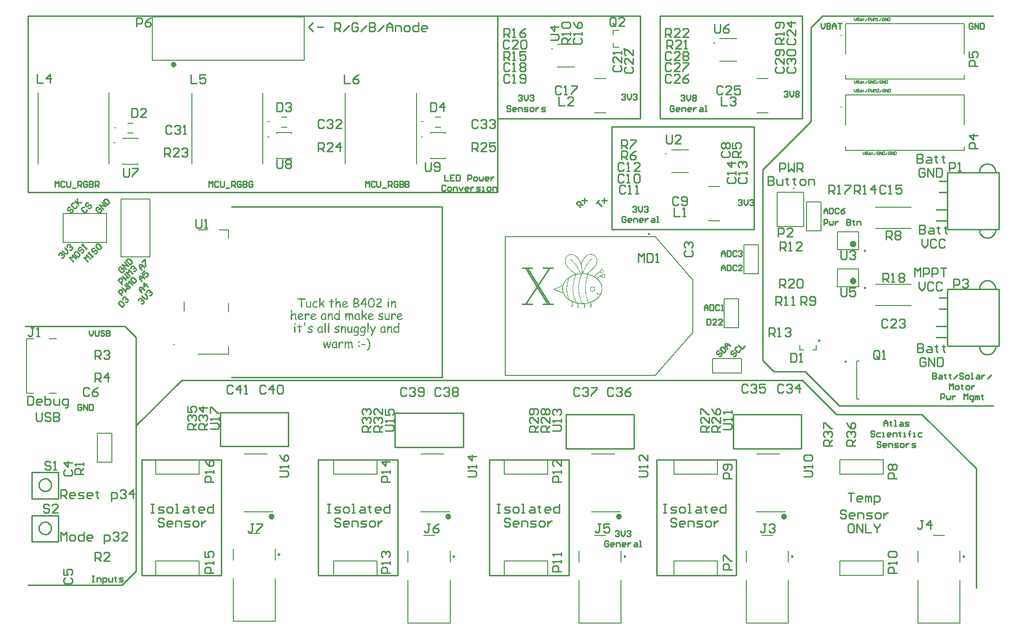
<source format=gto>
G04*
G04 #@! TF.GenerationSoftware,Altium Limited,Altium Designer,22.8.2 (66)*
G04*
G04 Layer_Color=65535*
%FSLAX25Y25*%
%MOIN*%
G70*
G04*
G04 #@! TF.SameCoordinates,96B98669-0A76-488E-AF90-C307CBE701B7*
G04*
G04*
G04 #@! TF.FilePolarity,Positive*
G04*
G01*
G75*
%ADD10C,0.00787*%
%ADD11C,0.02000*%
%ADD12C,0.00984*%
%ADD13C,0.02362*%
%ADD14C,0.01000*%
%ADD15C,0.00500*%
G36*
X491917Y331270D02*
X492226D01*
Y331226D01*
X492446D01*
Y331182D01*
X492622D01*
Y331138D01*
X492754D01*
Y331094D01*
X492886D01*
Y331049D01*
X493019D01*
Y331005D01*
X493151D01*
Y330961D01*
X493283D01*
Y330917D01*
X493371D01*
Y330873D01*
X493459D01*
Y330829D01*
X493591D01*
Y330785D01*
X493680D01*
Y330741D01*
X493768D01*
Y330697D01*
X493856D01*
Y330653D01*
X493900D01*
Y330609D01*
X493988D01*
Y330565D01*
X494076D01*
Y330521D01*
X494164D01*
Y330477D01*
X494208D01*
Y330433D01*
X494296D01*
Y330389D01*
X494340D01*
Y330345D01*
X494428D01*
Y330301D01*
X494472D01*
Y330257D01*
X494517D01*
Y330212D01*
X494560D01*
Y330168D01*
X494649D01*
Y330124D01*
X494693D01*
Y330080D01*
X494737D01*
Y330036D01*
X494781D01*
Y329992D01*
X494825D01*
Y329948D01*
X494869D01*
Y329904D01*
X494913D01*
Y329860D01*
X494957D01*
Y329816D01*
X495001D01*
Y329772D01*
X495045D01*
Y329728D01*
X495089D01*
Y329684D01*
X495133D01*
Y329596D01*
X495177D01*
Y329552D01*
X495221D01*
Y329508D01*
X495265D01*
Y329419D01*
X495309D01*
Y329331D01*
X495354D01*
Y329287D01*
X495398D01*
Y329199D01*
X495442D01*
Y329111D01*
X495486D01*
Y328979D01*
X495530D01*
Y328891D01*
X495574D01*
Y328803D01*
X495618D01*
Y328671D01*
X495662D01*
Y328583D01*
X495706D01*
Y328450D01*
X495750D01*
Y328318D01*
X495794D01*
Y328142D01*
X495838D01*
Y327966D01*
X495882D01*
Y327789D01*
X495926D01*
Y327525D01*
X495970D01*
Y327085D01*
X496014D01*
Y326424D01*
X495970D01*
Y325983D01*
X495926D01*
Y325719D01*
X495882D01*
Y325499D01*
X495838D01*
Y325323D01*
X495794D01*
Y325146D01*
X495750D01*
Y325014D01*
X495706D01*
Y324882D01*
X495662D01*
Y324750D01*
X495618D01*
Y324618D01*
X495574D01*
Y324530D01*
X495530D01*
Y324397D01*
X495486D01*
Y324309D01*
X495442D01*
Y324221D01*
X495398D01*
Y324089D01*
X495354D01*
Y324001D01*
X495309D01*
Y323913D01*
X495265D01*
Y323825D01*
X495221D01*
Y323737D01*
X495177D01*
Y323649D01*
X495133D01*
Y323560D01*
X495089D01*
Y323516D01*
X495045D01*
Y323428D01*
X495001D01*
Y323340D01*
X494957D01*
Y323252D01*
X494913D01*
Y323208D01*
X494869D01*
Y323120D01*
X494825D01*
Y323032D01*
X494781D01*
Y322988D01*
X494737D01*
Y322900D01*
X494693D01*
Y322855D01*
X494649D01*
Y322767D01*
X494605D01*
Y322723D01*
X494560D01*
Y322679D01*
X494517D01*
Y322591D01*
X494472D01*
Y322547D01*
X494428D01*
Y322459D01*
X494384D01*
Y322415D01*
X494340D01*
Y322371D01*
X494296D01*
Y322283D01*
X494252D01*
Y322239D01*
X494208D01*
Y322195D01*
X494164D01*
Y322107D01*
X494120D01*
Y322062D01*
X494076D01*
Y322019D01*
X494032D01*
Y321930D01*
X493988D01*
Y321886D01*
X493944D01*
Y321842D01*
X493900D01*
Y321798D01*
X493856D01*
Y321754D01*
X493812D01*
Y321666D01*
X493768D01*
Y321622D01*
X493723D01*
Y321578D01*
X493680D01*
Y321534D01*
X493635D01*
Y321490D01*
X493591D01*
Y321446D01*
X493547D01*
Y321402D01*
X493503D01*
Y321314D01*
X493459D01*
Y321270D01*
X493415D01*
Y321226D01*
X493371D01*
Y321182D01*
X493327D01*
Y321137D01*
X493283D01*
Y321093D01*
X493239D01*
Y321049D01*
X493195D01*
Y321005D01*
X493151D01*
Y320961D01*
X493107D01*
Y320917D01*
X493063D01*
Y320873D01*
X493019D01*
Y320829D01*
X492975D01*
Y320785D01*
X492931D01*
Y320741D01*
X492886D01*
Y320697D01*
X492842D01*
Y320653D01*
X492798D01*
Y320609D01*
X492754D01*
Y320565D01*
X492710D01*
Y320521D01*
X492666D01*
Y320477D01*
X492622D01*
Y320432D01*
X492578D01*
Y320389D01*
X492534D01*
Y320344D01*
X492490D01*
Y320300D01*
X492446D01*
Y320256D01*
X492402D01*
Y320212D01*
X492358D01*
Y320168D01*
X492314D01*
Y320124D01*
X492270D01*
Y320080D01*
X492226D01*
Y320036D01*
X492138D01*
Y319992D01*
X492094D01*
Y319948D01*
X492050D01*
Y319904D01*
X492005D01*
Y319860D01*
X491961D01*
Y319816D01*
X491917D01*
Y319772D01*
X491873D01*
Y319728D01*
X491829D01*
Y319684D01*
X491741D01*
Y319640D01*
X491697D01*
Y319596D01*
X491653D01*
Y319551D01*
X491609D01*
Y319507D01*
X491565D01*
Y319463D01*
X491521D01*
Y319419D01*
X491433D01*
Y319375D01*
X491389D01*
Y319331D01*
X491345D01*
Y319287D01*
X491301D01*
Y319243D01*
X491212D01*
Y319199D01*
X491168D01*
Y319155D01*
X491124D01*
Y319111D01*
X491080D01*
Y319067D01*
X491036D01*
Y319023D01*
X490948D01*
Y318979D01*
X490904D01*
Y318935D01*
X490860D01*
Y318891D01*
X490772D01*
Y318847D01*
X490728D01*
Y318803D01*
X490684D01*
Y318759D01*
X490596D01*
Y318714D01*
X490552D01*
Y318670D01*
X490508D01*
Y318626D01*
X490463D01*
Y318582D01*
X490375D01*
Y318538D01*
X490331D01*
Y318494D01*
X490243D01*
Y318450D01*
X490199D01*
Y318406D01*
X490155D01*
Y318362D01*
X490067D01*
Y318318D01*
X490023D01*
Y318274D01*
X489935D01*
Y318230D01*
X489891D01*
Y318186D01*
X489847D01*
Y318142D01*
X489759D01*
Y318098D01*
X489715D01*
Y318054D01*
X489627D01*
Y318010D01*
X489582D01*
Y317966D01*
X489494D01*
Y317921D01*
X489450D01*
Y317877D01*
X489406D01*
Y317833D01*
X489318D01*
Y317789D01*
X489274D01*
Y317745D01*
X489186D01*
Y317701D01*
X489142D01*
Y317657D01*
X489186D01*
Y317613D01*
X489362D01*
Y317569D01*
X489582D01*
Y317525D01*
X489759D01*
Y317481D01*
X489935D01*
Y317437D01*
X490111D01*
Y317393D01*
X490287D01*
Y317349D01*
X490419D01*
Y317305D01*
X490596D01*
Y317261D01*
X490728D01*
Y317217D01*
X490904D01*
Y317173D01*
X491036D01*
Y317128D01*
X491168D01*
Y317085D01*
X491301D01*
Y317040D01*
X491433D01*
Y316996D01*
X491521D01*
Y316952D01*
X491653D01*
Y316908D01*
X491785D01*
Y316864D01*
X491917D01*
Y316820D01*
X492005D01*
Y316776D01*
X492138D01*
Y316732D01*
X492226D01*
Y316688D01*
X492314D01*
Y316644D01*
X492446D01*
Y316600D01*
X492534D01*
Y316556D01*
X492622D01*
Y316512D01*
X492710D01*
Y316468D01*
X492842D01*
Y316424D01*
X492931D01*
Y316380D01*
X493019D01*
Y316336D01*
X493107D01*
Y316291D01*
X493195D01*
Y316247D01*
X493283D01*
Y316203D01*
X493371D01*
Y316159D01*
X493459D01*
Y316115D01*
X493547D01*
Y316071D01*
X493635D01*
Y316027D01*
X493680D01*
Y315983D01*
X493768D01*
Y315939D01*
X493856D01*
Y315895D01*
X493944D01*
Y315851D01*
X494032D01*
Y315807D01*
X494120D01*
Y315895D01*
X494164D01*
Y315983D01*
X494208D01*
Y316071D01*
X494252D01*
Y316203D01*
X494296D01*
Y316291D01*
X494340D01*
Y316380D01*
X494384D01*
Y316468D01*
X494428D01*
Y316556D01*
X494472D01*
Y316644D01*
X494517D01*
Y316688D01*
X494560D01*
Y316776D01*
X494605D01*
Y316864D01*
X494649D01*
Y316908D01*
X494693D01*
Y316996D01*
X494737D01*
Y317040D01*
X494781D01*
Y317128D01*
X494825D01*
Y317173D01*
X494869D01*
Y317217D01*
X494913D01*
Y317305D01*
X494957D01*
Y317349D01*
X495001D01*
Y317393D01*
X495045D01*
Y317481D01*
X495089D01*
Y317525D01*
X495133D01*
Y317569D01*
X495177D01*
Y317613D01*
X495221D01*
Y317657D01*
X495265D01*
Y317701D01*
X495309D01*
Y317745D01*
X495354D01*
Y317789D01*
X495398D01*
Y317833D01*
X495442D01*
Y317877D01*
X495486D01*
Y317921D01*
X495530D01*
Y317966D01*
X495574D01*
Y318010D01*
X495618D01*
Y318054D01*
X495662D01*
Y318098D01*
X495706D01*
Y318142D01*
X495750D01*
Y318186D01*
X495794D01*
Y318230D01*
X495838D01*
Y318274D01*
X495926D01*
Y318318D01*
X495970D01*
Y318362D01*
X496014D01*
Y318406D01*
X496102D01*
Y318450D01*
X496146D01*
Y318494D01*
X496235D01*
Y318538D01*
X496279D01*
Y318582D01*
X496367D01*
Y318626D01*
X496411D01*
Y318670D01*
X496499D01*
Y318714D01*
X496543D01*
Y318759D01*
X496631D01*
Y318803D01*
X496719D01*
Y318847D01*
X496807D01*
Y318891D01*
X496895D01*
Y318935D01*
X496983D01*
Y318979D01*
X497072D01*
Y319023D01*
X497160D01*
Y319067D01*
X497248D01*
Y319111D01*
X497336D01*
Y319155D01*
X497468D01*
Y319199D01*
X497600D01*
Y319243D01*
X497688D01*
Y319287D01*
X497821D01*
Y319331D01*
X497909D01*
Y319728D01*
X497953D01*
Y319860D01*
X497997D01*
Y319948D01*
X498041D01*
Y320036D01*
X498085D01*
Y320080D01*
X498129D01*
Y320168D01*
X498173D01*
Y320212D01*
X498217D01*
Y320256D01*
X498261D01*
Y320300D01*
X498305D01*
Y320344D01*
X498349D01*
Y320389D01*
X498393D01*
Y320432D01*
X498481D01*
Y320477D01*
X498525D01*
Y320521D01*
X498614D01*
Y320565D01*
X498746D01*
Y320609D01*
X498878D01*
Y320653D01*
X499495D01*
Y320609D01*
X499627D01*
Y320565D01*
X499715D01*
Y320521D01*
X499803D01*
Y320477D01*
X499891D01*
Y320432D01*
X499935D01*
Y320389D01*
X500023D01*
Y320344D01*
X500067D01*
Y320300D01*
X500111D01*
Y320256D01*
X500155D01*
Y320212D01*
X500199D01*
Y320124D01*
X500244D01*
Y320080D01*
X500287D01*
Y319992D01*
X500332D01*
Y319904D01*
X500376D01*
Y319772D01*
X500420D01*
Y319596D01*
X500464D01*
Y319155D01*
X500420D01*
Y318979D01*
X500376D01*
Y318847D01*
X500332D01*
Y318759D01*
X500287D01*
Y318714D01*
X500244D01*
Y318626D01*
X500199D01*
Y318582D01*
X500155D01*
Y318538D01*
X500111D01*
Y318494D01*
X500067D01*
Y318450D01*
X500023D01*
Y318406D01*
X499979D01*
Y318362D01*
X499935D01*
Y318318D01*
X499847D01*
Y318274D01*
X499803D01*
Y318230D01*
X499715D01*
Y318186D01*
X499583D01*
Y318142D01*
X499406D01*
Y318098D01*
X498922D01*
Y318142D01*
X498746D01*
Y318186D01*
X498658D01*
Y318230D01*
X498569D01*
Y318274D01*
X498481D01*
Y318318D01*
X498437D01*
Y318362D01*
X498349D01*
Y318406D01*
X498305D01*
Y318450D01*
X498261D01*
Y318494D01*
X498217D01*
Y318538D01*
X498173D01*
Y318582D01*
X498129D01*
Y318670D01*
X498085D01*
Y318759D01*
X498041D01*
Y318803D01*
X497997D01*
Y318847D01*
X497953D01*
Y318803D01*
X497821D01*
Y318759D01*
X497688D01*
Y318714D01*
X497600D01*
Y318670D01*
X497468D01*
Y318626D01*
X497380D01*
Y318582D01*
X497292D01*
Y318538D01*
X497204D01*
Y318494D01*
X497116D01*
Y318450D01*
X497027D01*
Y318406D01*
X496939D01*
Y318362D01*
X496851D01*
Y318318D01*
X496763D01*
Y318274D01*
X496719D01*
Y318230D01*
X496631D01*
Y318186D01*
X496587D01*
Y318142D01*
X496499D01*
Y318098D01*
X496455D01*
Y318054D01*
X496367D01*
Y318010D01*
X496323D01*
Y317966D01*
X496279D01*
Y317921D01*
X496191D01*
Y317877D01*
X496146D01*
Y317833D01*
X496102D01*
Y317789D01*
X496058D01*
Y317745D01*
X496014D01*
Y317701D01*
X495970D01*
Y317657D01*
X495882D01*
Y317613D01*
X495838D01*
Y317569D01*
X495794D01*
Y317525D01*
X495750D01*
Y317481D01*
X495706D01*
Y317437D01*
X495662D01*
Y317393D01*
X495618D01*
Y317305D01*
X495574D01*
Y317261D01*
X495530D01*
Y317217D01*
X495486D01*
Y317173D01*
X495442D01*
Y317128D01*
X495398D01*
Y317040D01*
X495354D01*
Y316996D01*
X495309D01*
Y316952D01*
X495265D01*
Y316864D01*
X495221D01*
Y316820D01*
X495177D01*
Y316776D01*
X495133D01*
Y316688D01*
X495089D01*
Y316644D01*
X495045D01*
Y316556D01*
X495001D01*
Y316468D01*
X494957D01*
Y316380D01*
X494913D01*
Y316336D01*
X494869D01*
Y316247D01*
X494825D01*
Y316159D01*
X494781D01*
Y316071D01*
X494737D01*
Y315983D01*
X494693D01*
Y315851D01*
X494649D01*
Y315763D01*
X494605D01*
Y315631D01*
X494560D01*
Y315498D01*
X494605D01*
Y315455D01*
X494649D01*
Y315410D01*
X494737D01*
Y315366D01*
X494781D01*
Y315322D01*
X494869D01*
Y315278D01*
X494913D01*
Y315234D01*
X494957D01*
Y315190D01*
X495045D01*
Y315146D01*
X495089D01*
Y315102D01*
X495177D01*
Y315058D01*
X495221D01*
Y315014D01*
X495265D01*
Y314970D01*
X495354D01*
Y314926D01*
X495398D01*
Y314882D01*
X495486D01*
Y314838D01*
X495530D01*
Y314794D01*
X495574D01*
Y314750D01*
X495618D01*
Y314706D01*
X495706D01*
Y314662D01*
X495794D01*
Y314750D01*
X495838D01*
Y314794D01*
X495882D01*
Y314838D01*
X495926D01*
Y314882D01*
X495970D01*
Y314926D01*
X496014D01*
Y314970D01*
X496058D01*
Y315014D01*
X496102D01*
Y315058D01*
X496146D01*
Y315102D01*
X496191D01*
Y315146D01*
X496235D01*
Y315190D01*
X496279D01*
Y315234D01*
X496323D01*
Y315278D01*
X496367D01*
Y315322D01*
X496411D01*
Y315366D01*
X496499D01*
Y315410D01*
X496543D01*
Y315455D01*
X496587D01*
Y315498D01*
X496631D01*
Y315543D01*
X496719D01*
Y315587D01*
X496763D01*
Y315631D01*
X496851D01*
Y315675D01*
X496895D01*
Y315719D01*
X496983D01*
Y315763D01*
X497072D01*
Y315807D01*
X497116D01*
Y315851D01*
X497204D01*
Y315895D01*
X497292D01*
Y315939D01*
X497380D01*
Y315983D01*
X497468D01*
Y316027D01*
X497600D01*
Y316071D01*
X497688D01*
Y316115D01*
X497821D01*
Y316159D01*
X497909D01*
Y316203D01*
X498041D01*
Y316247D01*
X498217D01*
Y316291D01*
X498349D01*
Y316336D01*
X498569D01*
Y316380D01*
X498790D01*
Y316424D01*
X498966D01*
Y316556D01*
X499010D01*
Y316688D01*
X499054D01*
Y316776D01*
X499098D01*
Y316864D01*
X499142D01*
Y316952D01*
X499186D01*
Y316996D01*
X499230D01*
Y317040D01*
X499274D01*
Y317085D01*
X499318D01*
Y317128D01*
X499362D01*
Y317173D01*
X499406D01*
Y317217D01*
X499450D01*
Y317261D01*
X499539D01*
Y317305D01*
X499627D01*
Y317349D01*
X499715D01*
Y317393D01*
X499803D01*
Y317437D01*
X500023D01*
Y317481D01*
X500376D01*
Y317437D01*
X500552D01*
Y317393D01*
X500684D01*
Y317349D01*
X500772D01*
Y317305D01*
X500860D01*
Y317261D01*
X500904D01*
Y317217D01*
X500948D01*
Y317173D01*
X501036D01*
Y317128D01*
X501081D01*
Y317085D01*
X501124D01*
Y317040D01*
X501169D01*
Y316952D01*
X501213D01*
Y316908D01*
X501257D01*
Y316820D01*
X501301D01*
Y316732D01*
X501345D01*
Y316644D01*
X501389D01*
Y316468D01*
X501433D01*
Y315983D01*
X501389D01*
Y315807D01*
X501345D01*
Y315719D01*
X501301D01*
Y315631D01*
X501257D01*
Y315543D01*
X501213D01*
Y315498D01*
X501169D01*
Y315410D01*
X501124D01*
Y315366D01*
X501081D01*
Y315322D01*
X501036D01*
Y315278D01*
X500992D01*
Y315234D01*
X500904D01*
Y315190D01*
X500860D01*
Y315146D01*
X500772D01*
Y315102D01*
X500684D01*
Y315058D01*
X500552D01*
Y315014D01*
X500376D01*
Y314970D01*
X499979D01*
Y315014D01*
X499803D01*
Y315058D01*
X499671D01*
Y315102D01*
X499583D01*
Y315146D01*
X499539D01*
Y315190D01*
X499450D01*
Y315234D01*
X499406D01*
Y315278D01*
X499362D01*
Y315322D01*
X499318D01*
Y315366D01*
X499274D01*
Y315410D01*
X499230D01*
Y315455D01*
X499186D01*
Y315498D01*
X499142D01*
Y315587D01*
X499098D01*
Y315675D01*
X499054D01*
Y315763D01*
X499010D01*
Y315895D01*
X498966D01*
Y315939D01*
X498878D01*
Y315895D01*
X498658D01*
Y315851D01*
X498481D01*
Y315807D01*
X498305D01*
Y315763D01*
X498173D01*
Y315719D01*
X498041D01*
Y315675D01*
X497909D01*
Y315631D01*
X497821D01*
Y315587D01*
X497688D01*
Y315543D01*
X497600D01*
Y315498D01*
X497512D01*
Y315455D01*
X497424D01*
Y315410D01*
X497336D01*
Y315366D01*
X497292D01*
Y315322D01*
X497204D01*
Y315278D01*
X497116D01*
Y315234D01*
X497072D01*
Y315190D01*
X496983D01*
Y315146D01*
X496939D01*
Y315102D01*
X496895D01*
Y315058D01*
X496807D01*
Y315014D01*
X496763D01*
Y314970D01*
X496719D01*
Y314926D01*
X496675D01*
Y314882D01*
X496631D01*
Y314838D01*
X496587D01*
Y314794D01*
X496543D01*
Y314750D01*
X496499D01*
Y314706D01*
X496455D01*
Y314662D01*
X496411D01*
Y314617D01*
X496367D01*
Y314573D01*
X496323D01*
Y314529D01*
X496279D01*
Y314485D01*
X496235D01*
Y314441D01*
X496191D01*
Y314397D01*
X496146D01*
Y314265D01*
X496191D01*
Y314221D01*
X496235D01*
Y314177D01*
X496279D01*
Y314133D01*
X496367D01*
Y314089D01*
X496411D01*
Y314045D01*
X496455D01*
Y314001D01*
X496499D01*
Y313957D01*
X496543D01*
Y313913D01*
X496587D01*
Y313869D01*
X496631D01*
Y313825D01*
X496675D01*
Y313780D01*
X496719D01*
Y313736D01*
X496763D01*
Y313692D01*
X496807D01*
Y313648D01*
X496851D01*
Y313604D01*
X496895D01*
Y313560D01*
X496939D01*
Y313516D01*
X496983D01*
Y313428D01*
X497027D01*
Y313384D01*
X497072D01*
Y313340D01*
X497116D01*
Y313296D01*
X497160D01*
Y313252D01*
X497204D01*
Y313208D01*
X497248D01*
Y313164D01*
X497292D01*
Y313076D01*
X497336D01*
Y313032D01*
X497380D01*
Y312987D01*
X497424D01*
Y312943D01*
X497468D01*
Y312899D01*
X497512D01*
Y312811D01*
X497556D01*
Y312767D01*
X497600D01*
Y312723D01*
X497644D01*
Y312635D01*
X497688D01*
Y312591D01*
X497732D01*
Y312547D01*
X497777D01*
Y312459D01*
X497821D01*
Y312415D01*
X497865D01*
Y312327D01*
X497909D01*
Y312283D01*
X497953D01*
Y312194D01*
X497997D01*
Y312151D01*
X498041D01*
Y312062D01*
X498085D01*
Y312018D01*
X498129D01*
Y311930D01*
X498173D01*
Y311886D01*
X498217D01*
Y311798D01*
X498261D01*
Y311710D01*
X498305D01*
Y311622D01*
X498349D01*
Y311578D01*
X498393D01*
Y311490D01*
X498437D01*
Y311402D01*
X498481D01*
Y311313D01*
X498525D01*
Y311225D01*
X498569D01*
Y311137D01*
X498614D01*
Y311049D01*
X498658D01*
Y310961D01*
X498702D01*
Y310873D01*
X498746D01*
Y310785D01*
X498790D01*
Y310653D01*
X498834D01*
Y310564D01*
X498878D01*
Y310432D01*
X498922D01*
Y310344D01*
X498966D01*
Y310212D01*
X499010D01*
Y310080D01*
X499054D01*
Y309948D01*
X499098D01*
Y309816D01*
X499142D01*
Y309683D01*
X499186D01*
Y309507D01*
X499230D01*
Y309331D01*
X499274D01*
Y309155D01*
X499318D01*
Y308934D01*
X499362D01*
Y308670D01*
X499406D01*
Y308362D01*
X499450D01*
Y307833D01*
X499495D01*
Y306996D01*
X499450D01*
Y306468D01*
X499406D01*
Y306115D01*
X499362D01*
Y305851D01*
X499318D01*
Y305675D01*
X499274D01*
Y305454D01*
X499230D01*
Y305322D01*
X499186D01*
Y305146D01*
X499142D01*
Y304970D01*
X499098D01*
Y304838D01*
X499054D01*
Y304705D01*
X499010D01*
Y304573D01*
X498966D01*
Y304485D01*
X498922D01*
Y304353D01*
X498878D01*
Y304221D01*
X498834D01*
Y304133D01*
X498790D01*
Y304045D01*
X498746D01*
Y303957D01*
X498702D01*
Y303824D01*
X498658D01*
Y303736D01*
X498614D01*
Y303648D01*
X498569D01*
Y303560D01*
X498525D01*
Y303472D01*
X498481D01*
Y303384D01*
X498437D01*
Y303340D01*
X498393D01*
Y303252D01*
X498349D01*
Y303164D01*
X498305D01*
Y303075D01*
X498261D01*
Y303031D01*
X498217D01*
Y302943D01*
X498173D01*
Y302855D01*
X498129D01*
Y302811D01*
X498085D01*
Y302723D01*
X498041D01*
Y302679D01*
X497997D01*
Y302591D01*
X497953D01*
Y302547D01*
X497909D01*
Y302459D01*
X497865D01*
Y302415D01*
X497821D01*
Y302326D01*
X497777D01*
Y302282D01*
X497732D01*
Y302238D01*
X497688D01*
Y302150D01*
X497644D01*
Y302106D01*
X497600D01*
Y302062D01*
X497556D01*
Y301974D01*
X497512D01*
Y301930D01*
X497468D01*
Y301886D01*
X497424D01*
Y301842D01*
X497380D01*
Y301754D01*
X497336D01*
Y301710D01*
X497292D01*
Y301666D01*
X497248D01*
Y301622D01*
X497204D01*
Y301578D01*
X497160D01*
Y301534D01*
X497116D01*
Y301445D01*
X497072D01*
Y301401D01*
X497027D01*
Y301357D01*
X496983D01*
Y301313D01*
X496939D01*
Y301269D01*
X496895D01*
Y301225D01*
X496851D01*
Y301181D01*
X496807D01*
Y301137D01*
X496763D01*
Y301093D01*
X496719D01*
Y301049D01*
X496675D01*
Y301005D01*
X496631D01*
Y300961D01*
X496587D01*
Y300917D01*
X496543D01*
Y300873D01*
X496499D01*
Y300829D01*
X496455D01*
Y300785D01*
X496411D01*
Y300741D01*
X496367D01*
Y300696D01*
X496323D01*
Y300652D01*
X496279D01*
Y300608D01*
X496235D01*
Y300564D01*
X496191D01*
Y300520D01*
X496146D01*
Y300476D01*
X496058D01*
Y300432D01*
X496014D01*
Y300388D01*
X495970D01*
Y300344D01*
X495926D01*
Y300300D01*
X495882D01*
Y300256D01*
X495838D01*
Y300212D01*
X495750D01*
Y300168D01*
X495706D01*
Y300124D01*
X495662D01*
Y300080D01*
X495618D01*
Y300036D01*
X495530D01*
Y299992D01*
X495486D01*
Y299948D01*
X495442D01*
Y299903D01*
X495354D01*
Y299859D01*
X495309D01*
Y299815D01*
X495265D01*
Y299771D01*
X495177D01*
Y299727D01*
X495133D01*
Y299683D01*
X495089D01*
Y299639D01*
X495001D01*
Y299595D01*
X494957D01*
Y299551D01*
X494869D01*
Y299507D01*
X494825D01*
Y299463D01*
X494737D01*
Y299419D01*
X494693D01*
Y299375D01*
X494605D01*
Y299331D01*
X494560D01*
Y299287D01*
X494472D01*
Y299243D01*
X494428D01*
Y299199D01*
X494340D01*
Y299155D01*
X494252D01*
Y299111D01*
X494208D01*
Y299066D01*
X494120D01*
Y299023D01*
X494032D01*
Y298978D01*
X493988D01*
Y298934D01*
X493900D01*
Y298890D01*
X493812D01*
Y298846D01*
X493723D01*
Y298802D01*
X493680D01*
Y298758D01*
X493591D01*
Y298714D01*
X493503D01*
Y298670D01*
X493415D01*
Y298626D01*
X493327D01*
Y298582D01*
X493239D01*
Y298538D01*
X493151D01*
Y298494D01*
X493063D01*
Y298450D01*
X492975D01*
Y298406D01*
X492886D01*
Y298362D01*
X492798D01*
Y298318D01*
X492666D01*
Y298273D01*
X492578D01*
Y298230D01*
X492490D01*
Y298185D01*
X492358D01*
Y298141D01*
X492270D01*
Y298097D01*
X492182D01*
Y298053D01*
X492050D01*
Y298009D01*
X491961D01*
Y297965D01*
X491829D01*
Y297921D01*
X491741D01*
Y297877D01*
X491609D01*
Y297833D01*
X491477D01*
Y297745D01*
X491521D01*
Y297701D01*
X491565D01*
Y297657D01*
X491609D01*
Y297569D01*
X491653D01*
Y297525D01*
X491697D01*
Y297436D01*
X491741D01*
Y297348D01*
X491785D01*
Y297304D01*
X491829D01*
Y297172D01*
X491873D01*
Y297084D01*
X491917D01*
Y296952D01*
X491961D01*
Y296820D01*
X492005D01*
Y296600D01*
X492050D01*
Y295851D01*
X492005D01*
Y295586D01*
X491961D01*
Y295454D01*
X491917D01*
Y295322D01*
X491873D01*
Y295190D01*
X491829D01*
Y295058D01*
X491785D01*
Y294970D01*
X491741D01*
Y294881D01*
X491697D01*
Y294793D01*
X491653D01*
Y294705D01*
X491609D01*
Y294617D01*
X491565D01*
Y294529D01*
X491521D01*
Y294485D01*
X491433D01*
Y294441D01*
X491212D01*
Y294485D01*
X491168D01*
Y294529D01*
X491124D01*
Y294573D01*
X491080D01*
Y294705D01*
X491036D01*
Y294749D01*
X491080D01*
Y294837D01*
X491124D01*
Y294925D01*
X491168D01*
Y295014D01*
X491212D01*
Y295102D01*
X491257D01*
Y295190D01*
X491301D01*
Y295278D01*
X491345D01*
Y295410D01*
X491389D01*
Y295542D01*
X491433D01*
Y295674D01*
X491477D01*
Y295895D01*
X491521D01*
Y296511D01*
X491477D01*
Y296732D01*
X491433D01*
Y296864D01*
X491389D01*
Y296952D01*
X491345D01*
Y297040D01*
X491301D01*
Y297128D01*
X491257D01*
Y297216D01*
X491212D01*
Y297260D01*
X491168D01*
Y297348D01*
X491124D01*
Y297393D01*
X491080D01*
Y297436D01*
X491036D01*
Y297525D01*
X490992D01*
Y297569D01*
X490948D01*
Y297613D01*
X490816D01*
Y297569D01*
X490684D01*
Y297525D01*
X490508D01*
Y297481D01*
X490375D01*
Y297436D01*
X490199D01*
Y297393D01*
X490023D01*
Y297348D01*
X489891D01*
Y297304D01*
X489715D01*
Y297260D01*
X489538D01*
Y297216D01*
X489362D01*
Y297172D01*
X489186D01*
Y297128D01*
X488966D01*
Y297084D01*
X488701D01*
Y297040D01*
X488393D01*
Y296996D01*
X487953D01*
Y296952D01*
X487556D01*
Y296908D01*
X487292D01*
Y296820D01*
X487336D01*
Y296732D01*
X487380D01*
Y296644D01*
X487424D01*
Y296511D01*
X487468D01*
Y296379D01*
X487512D01*
Y296247D01*
X487556D01*
Y295939D01*
X487600D01*
Y295454D01*
X487556D01*
Y295146D01*
X487512D01*
Y294970D01*
X487468D01*
Y294837D01*
X487424D01*
Y294705D01*
X487380D01*
Y294573D01*
X487336D01*
Y294485D01*
X487292D01*
Y294397D01*
X487248D01*
Y294309D01*
X487204D01*
Y294221D01*
X487159D01*
Y294132D01*
X487115D01*
Y294044D01*
X487071D01*
Y294000D01*
X487027D01*
Y293956D01*
X486983D01*
Y293912D01*
X486763D01*
Y293956D01*
X486675D01*
Y294000D01*
X486631D01*
Y294089D01*
X486587D01*
Y294265D01*
X486631D01*
Y294353D01*
X486675D01*
Y294441D01*
X486719D01*
Y294529D01*
X486763D01*
Y294617D01*
X486807D01*
Y294705D01*
X486851D01*
Y294793D01*
X486895D01*
Y294925D01*
X486939D01*
Y295058D01*
X486983D01*
Y295234D01*
X487027D01*
Y295498D01*
X487071D01*
Y295895D01*
X487027D01*
Y296159D01*
X486983D01*
Y296291D01*
X486939D01*
Y296379D01*
X486895D01*
Y296511D01*
X486851D01*
Y296600D01*
X486807D01*
Y296644D01*
X486763D01*
Y296732D01*
X486719D01*
Y296776D01*
X486675D01*
Y296864D01*
X486322D01*
Y296820D01*
X484957D01*
Y296864D01*
X484164D01*
Y296908D01*
X483723D01*
Y296952D01*
X483327D01*
Y296996D01*
X483018D01*
Y297040D01*
X482842D01*
Y296952D01*
X482886D01*
Y296864D01*
X482930D01*
Y296776D01*
X482974D01*
Y296688D01*
X483018D01*
Y296555D01*
X483063D01*
Y296423D01*
X483107D01*
Y296247D01*
X483151D01*
Y295366D01*
X483107D01*
Y295190D01*
X483063D01*
Y295014D01*
X483018D01*
Y294881D01*
X482974D01*
Y294749D01*
X482930D01*
Y294661D01*
X482886D01*
Y294529D01*
X482842D01*
Y294441D01*
X482798D01*
Y294353D01*
X482754D01*
Y294265D01*
X482710D01*
Y294221D01*
X482666D01*
Y294132D01*
X482622D01*
Y294089D01*
X482578D01*
Y294044D01*
X482269D01*
Y294089D01*
X482226D01*
Y294177D01*
X482182D01*
Y294441D01*
X482226D01*
Y294529D01*
X482269D01*
Y294573D01*
X482314D01*
Y294661D01*
X482358D01*
Y294749D01*
X482402D01*
Y294881D01*
X482446D01*
Y294970D01*
X482490D01*
Y295102D01*
X482534D01*
Y295234D01*
X482578D01*
Y295454D01*
X482622D01*
Y296159D01*
X482578D01*
Y296335D01*
X482534D01*
Y296467D01*
X482490D01*
Y296555D01*
X482446D01*
Y296644D01*
X482402D01*
Y296732D01*
X482358D01*
Y296820D01*
X482314D01*
Y296864D01*
X482269D01*
Y296952D01*
X482226D01*
Y296996D01*
X482182D01*
Y297040D01*
X482137D01*
Y297084D01*
X482093D01*
Y297128D01*
X482049D01*
Y297172D01*
X482005D01*
Y297216D01*
X481785D01*
Y297260D01*
X481609D01*
Y297304D01*
X481432D01*
Y297348D01*
X481256D01*
Y297393D01*
X481080D01*
Y297436D01*
X480904D01*
Y297481D01*
X480772D01*
Y297525D01*
X480595D01*
Y297569D01*
X480463D01*
Y297613D01*
X480331D01*
Y297657D01*
X480155D01*
Y297701D01*
X480023D01*
Y297745D01*
X479935D01*
Y297789D01*
X479803D01*
Y297833D01*
X479670D01*
Y297877D01*
X479538D01*
Y297921D01*
X479450D01*
Y297965D01*
X479318D01*
Y298009D01*
X479186D01*
Y298053D01*
X479098D01*
Y298097D01*
X479010D01*
Y298141D01*
X478966D01*
Y298053D01*
X479010D01*
Y297921D01*
X479054D01*
Y297789D01*
X479098D01*
Y297657D01*
X479142D01*
Y297436D01*
X479186D01*
Y297128D01*
X479230D01*
Y296644D01*
X479186D01*
Y296335D01*
X479142D01*
Y296159D01*
X479098D01*
Y296027D01*
X479054D01*
Y295895D01*
X479010D01*
Y295807D01*
X478966D01*
Y295718D01*
X478922D01*
Y295630D01*
X478877D01*
Y295542D01*
X478833D01*
Y295454D01*
X478789D01*
Y295410D01*
X478745D01*
Y295322D01*
X478701D01*
Y295278D01*
X478657D01*
Y295190D01*
X478613D01*
Y295146D01*
X478569D01*
Y295102D01*
X478525D01*
Y295014D01*
X478481D01*
Y294970D01*
X478437D01*
Y294925D01*
X478393D01*
Y294881D01*
X478349D01*
Y294837D01*
X478305D01*
Y294793D01*
X477996D01*
Y294837D01*
X477952D01*
Y294881D01*
X477908D01*
Y295190D01*
X477952D01*
Y295234D01*
X477996D01*
Y295278D01*
X478040D01*
Y295322D01*
X478085D01*
Y295410D01*
X478128D01*
Y295454D01*
X478173D01*
Y295498D01*
X478217D01*
Y295586D01*
X478261D01*
Y295630D01*
X478305D01*
Y295718D01*
X478349D01*
Y295762D01*
X478393D01*
Y295851D01*
X478437D01*
Y295939D01*
X478481D01*
Y296027D01*
X478525D01*
Y296159D01*
X478569D01*
Y296247D01*
X478613D01*
Y296423D01*
X478657D01*
Y296732D01*
X478701D01*
Y297084D01*
X478657D01*
Y297393D01*
X478613D01*
Y297569D01*
X478569D01*
Y297701D01*
X478525D01*
Y297789D01*
X478481D01*
Y297921D01*
X478437D01*
Y298009D01*
X478393D01*
Y298097D01*
X478349D01*
Y298185D01*
X478305D01*
Y298230D01*
X478261D01*
Y298318D01*
X478217D01*
Y298406D01*
X478173D01*
Y298450D01*
X478128D01*
Y298538D01*
X478040D01*
Y298582D01*
X477952D01*
Y298626D01*
X477864D01*
Y298670D01*
X477776D01*
Y298714D01*
X477688D01*
Y298758D01*
X477600D01*
Y298802D01*
X477512D01*
Y298846D01*
X477468D01*
Y298890D01*
X477380D01*
Y298934D01*
X477291D01*
Y298978D01*
X477203D01*
Y299023D01*
X477159D01*
Y299066D01*
X477071D01*
Y299111D01*
X476983D01*
Y299155D01*
X476939D01*
Y299199D01*
X476851D01*
Y299243D01*
X476807D01*
Y299287D01*
X476719D01*
Y299331D01*
X476631D01*
Y299375D01*
X476587D01*
Y299419D01*
X476499D01*
Y299463D01*
X476454D01*
Y299507D01*
X476366D01*
Y299551D01*
X476322D01*
Y299595D01*
X476278D01*
Y299639D01*
X476190D01*
Y299683D01*
X476146D01*
Y299727D01*
X476058D01*
Y299771D01*
X476014D01*
Y299815D01*
X475970D01*
Y299859D01*
X475882D01*
Y299903D01*
X475838D01*
Y299948D01*
X475794D01*
Y299992D01*
X475706D01*
Y300036D01*
X475662D01*
Y300080D01*
X475618D01*
Y300124D01*
X475573D01*
Y300168D01*
X475485D01*
Y300212D01*
X475441D01*
Y300256D01*
X475397D01*
Y300300D01*
X475353D01*
Y300344D01*
X475309D01*
Y300388D01*
X475221D01*
Y300432D01*
X475177D01*
Y300476D01*
X475133D01*
Y300520D01*
X475089D01*
Y300564D01*
X475045D01*
Y300608D01*
X475001D01*
Y300652D01*
X474957D01*
Y300696D01*
X474913D01*
Y300741D01*
X474824D01*
Y300785D01*
X474780D01*
Y300829D01*
X474736D01*
Y300873D01*
X474692D01*
Y300917D01*
X474648D01*
Y300961D01*
X474604D01*
Y301005D01*
X474560D01*
Y301049D01*
X474516D01*
Y301093D01*
X474472D01*
Y301137D01*
X474428D01*
Y301181D01*
X474384D01*
Y301269D01*
X474340D01*
Y301313D01*
X474296D01*
Y301357D01*
X474252D01*
Y301401D01*
X474208D01*
Y301445D01*
X474164D01*
Y301489D01*
X474120D01*
Y301534D01*
X474076D01*
Y301578D01*
X474031D01*
Y301666D01*
X473987D01*
Y301710D01*
X473943D01*
Y301754D01*
X473899D01*
Y301798D01*
X473855D01*
Y301842D01*
X473811D01*
Y301930D01*
X473767D01*
Y301974D01*
X473723D01*
Y302018D01*
X473679D01*
Y302062D01*
X473635D01*
Y302150D01*
X473591D01*
Y302194D01*
X473547D01*
Y302238D01*
X473503D01*
Y302326D01*
X473459D01*
Y302371D01*
X473415D01*
Y302459D01*
X473371D01*
Y302503D01*
X473327D01*
Y302591D01*
X473283D01*
Y302635D01*
X473239D01*
Y302723D01*
X473195D01*
Y302767D01*
X473150D01*
Y302855D01*
X473106D01*
Y302899D01*
X473062D01*
Y302987D01*
X473018D01*
Y303075D01*
X472974D01*
Y303164D01*
X472930D01*
Y303208D01*
X472886D01*
Y303296D01*
X472842D01*
Y303384D01*
X472798D01*
Y303472D01*
X472754D01*
Y303560D01*
X472710D01*
Y303648D01*
X472666D01*
Y303736D01*
X472622D01*
Y303824D01*
X472578D01*
Y303912D01*
X472534D01*
Y304000D01*
X472490D01*
Y304089D01*
X472446D01*
Y304177D01*
X472402D01*
Y304221D01*
X472313D01*
Y304265D01*
X472225D01*
Y304309D01*
X472093D01*
Y304353D01*
X471961D01*
Y304397D01*
X471829D01*
Y304441D01*
X471741D01*
Y304485D01*
X471609D01*
Y304529D01*
X471476D01*
Y304573D01*
X471388D01*
Y304617D01*
X471256D01*
Y304661D01*
X471124D01*
Y304705D01*
X471036D01*
Y304749D01*
X470904D01*
Y304794D01*
X470772D01*
Y304838D01*
X470683D01*
Y304882D01*
X470551D01*
Y304926D01*
X470419D01*
Y304970D01*
X470287D01*
Y305014D01*
X470199D01*
Y305058D01*
X470067D01*
Y305102D01*
X469935D01*
Y305146D01*
X469846D01*
Y305190D01*
X469714D01*
Y305234D01*
X469626D01*
Y305278D01*
X469494D01*
Y305322D01*
X469362D01*
Y305366D01*
X469230D01*
Y305410D01*
X469142D01*
Y305454D01*
X469009D01*
Y305498D01*
X468877D01*
Y305542D01*
X468789D01*
Y305587D01*
X468657D01*
Y305630D01*
X468525D01*
Y305675D01*
X468393D01*
Y305719D01*
X468304D01*
Y305763D01*
X468172D01*
Y305807D01*
X468084D01*
Y305851D01*
X467952D01*
Y305895D01*
X467820D01*
Y305939D01*
X467688D01*
Y305983D01*
X467600D01*
Y306027D01*
X467467D01*
Y306071D01*
X467335D01*
Y306115D01*
X467247D01*
Y306159D01*
X467115D01*
Y306203D01*
X466983D01*
Y306247D01*
X466895D01*
Y306291D01*
X466763D01*
Y306335D01*
X466631D01*
Y306379D01*
X466542D01*
Y306423D01*
X466410D01*
Y306468D01*
X466278D01*
Y306512D01*
X466146D01*
Y306556D01*
X466058D01*
Y306600D01*
X465926D01*
Y306644D01*
X465837D01*
Y306688D01*
X465705D01*
Y306732D01*
X465573D01*
Y306776D01*
X465485D01*
Y306820D01*
X465353D01*
Y306908D01*
X465485D01*
Y306952D01*
X465573D01*
Y306996D01*
X465705D01*
Y307040D01*
X465794D01*
Y307084D01*
X465882D01*
Y307128D01*
X466014D01*
Y307172D01*
X466102D01*
Y307216D01*
X466190D01*
Y307260D01*
X466322D01*
Y307305D01*
X466410D01*
Y307349D01*
X466498D01*
Y307393D01*
X466631D01*
Y307437D01*
X466719D01*
Y307481D01*
X466807D01*
Y307525D01*
X466939D01*
Y307569D01*
X467027D01*
Y307613D01*
X467159D01*
Y307657D01*
X467247D01*
Y307701D01*
X467335D01*
Y307745D01*
X467423D01*
Y307789D01*
X467556D01*
Y307833D01*
X467644D01*
Y307877D01*
X467776D01*
Y307921D01*
X467864D01*
Y307965D01*
X467996D01*
Y308009D01*
X468084D01*
Y308053D01*
X468172D01*
Y308098D01*
X468260D01*
Y308142D01*
X468393D01*
Y308186D01*
X468481D01*
Y308230D01*
X468613D01*
Y308274D01*
X468701D01*
Y308318D01*
X468789D01*
Y308362D01*
X468921D01*
Y308406D01*
X469009D01*
Y308450D01*
X469098D01*
Y308494D01*
X469230D01*
Y308538D01*
X469318D01*
Y308582D01*
X469406D01*
Y308626D01*
X469538D01*
Y308670D01*
X469626D01*
Y308714D01*
X469758D01*
Y308758D01*
X469846D01*
Y308802D01*
X469935D01*
Y308846D01*
X470067D01*
Y308891D01*
X470155D01*
Y308934D01*
X470243D01*
Y308979D01*
X470375D01*
Y309023D01*
X470463D01*
Y309067D01*
X470551D01*
Y309111D01*
X470683D01*
Y309155D01*
X470772D01*
Y309199D01*
X470904D01*
Y309243D01*
X470992D01*
Y309287D01*
X471080D01*
Y309331D01*
X471212D01*
Y309375D01*
X471300D01*
Y309419D01*
X471388D01*
Y309463D01*
X471521D01*
Y309507D01*
X471609D01*
Y309551D01*
X471697D01*
Y309595D01*
X471829D01*
Y309639D01*
X471917D01*
Y309683D01*
X472049D01*
Y309728D01*
X472137D01*
Y309860D01*
X472181D01*
Y309992D01*
X472225D01*
Y310124D01*
X472269D01*
Y310256D01*
X472313D01*
Y310388D01*
X472358D01*
Y310476D01*
X472402D01*
Y310609D01*
X472446D01*
Y310697D01*
X472490D01*
Y310785D01*
X472534D01*
Y310917D01*
X472578D01*
Y311005D01*
X472622D01*
Y311093D01*
X472666D01*
Y311181D01*
X472710D01*
Y311269D01*
X472754D01*
Y311357D01*
X472798D01*
Y311446D01*
X472842D01*
Y311534D01*
X472886D01*
Y311578D01*
X472930D01*
Y311666D01*
X472974D01*
Y311754D01*
X473018D01*
Y311798D01*
X473062D01*
Y311886D01*
X473106D01*
Y311974D01*
X473150D01*
Y312018D01*
X473195D01*
Y312106D01*
X473239D01*
Y312151D01*
X473283D01*
Y312239D01*
X473327D01*
Y312283D01*
X473371D01*
Y312371D01*
X473415D01*
Y312415D01*
X473459D01*
Y312503D01*
X473503D01*
Y312547D01*
X473547D01*
Y312591D01*
X473591D01*
Y312679D01*
X473635D01*
Y312723D01*
X473679D01*
Y312767D01*
X473723D01*
Y312855D01*
X473767D01*
Y312899D01*
X473811D01*
Y312943D01*
X473855D01*
Y312987D01*
X473899D01*
Y313076D01*
X473943D01*
Y313120D01*
X473987D01*
Y313164D01*
X474031D01*
Y313208D01*
X474076D01*
Y313252D01*
X474120D01*
Y313296D01*
X474164D01*
Y313384D01*
X474208D01*
Y313428D01*
X474252D01*
Y313472D01*
X474296D01*
Y313516D01*
X474340D01*
Y313560D01*
X474384D01*
Y313604D01*
X474428D01*
Y313648D01*
X474472D01*
Y313692D01*
X474516D01*
Y313736D01*
X474560D01*
Y313780D01*
X474604D01*
Y313825D01*
X474648D01*
Y313869D01*
X474692D01*
Y313913D01*
X474736D01*
Y313957D01*
X474780D01*
Y314001D01*
X474824D01*
Y314045D01*
X474868D01*
Y314089D01*
X474913D01*
Y314133D01*
X474957D01*
Y314177D01*
X475001D01*
Y314221D01*
X475045D01*
Y314265D01*
X475089D01*
Y314309D01*
X475177D01*
Y314353D01*
X475221D01*
Y314397D01*
X475265D01*
Y314441D01*
X475309D01*
Y314485D01*
X475353D01*
Y314529D01*
X475441D01*
Y314573D01*
X475485D01*
Y314617D01*
X475529D01*
Y314662D01*
X475573D01*
Y314706D01*
X475618D01*
Y314750D01*
X475706D01*
Y314794D01*
X475750D01*
Y314838D01*
X475794D01*
Y314882D01*
X475882D01*
Y314926D01*
X475926D01*
Y314970D01*
X475970D01*
Y315014D01*
X476058D01*
Y315058D01*
X476102D01*
Y315102D01*
X476146D01*
Y315146D01*
X476234D01*
Y315190D01*
X476278D01*
Y315234D01*
X476366D01*
Y315278D01*
X476410D01*
Y315322D01*
X476454D01*
Y315366D01*
X476543D01*
Y315410D01*
X476631D01*
Y315455D01*
X476675D01*
Y315498D01*
X476763D01*
Y315543D01*
X476807D01*
Y315587D01*
X476895D01*
Y315631D01*
X476939D01*
Y315675D01*
X477027D01*
Y315719D01*
X477115D01*
Y315763D01*
X477159D01*
Y315807D01*
X477247D01*
Y315851D01*
X477336D01*
Y315895D01*
X477424D01*
Y315939D01*
X477468D01*
Y315983D01*
X477556D01*
Y316027D01*
X477644D01*
Y316071D01*
X477732D01*
Y316115D01*
X477820D01*
Y316159D01*
X477908D01*
Y316203D01*
X477996D01*
Y316247D01*
X478085D01*
Y316291D01*
X478173D01*
Y316336D01*
X478261D01*
Y316380D01*
X478349D01*
Y316424D01*
X478437D01*
Y316468D01*
X478525D01*
Y316512D01*
X478613D01*
Y316556D01*
X478745D01*
Y316600D01*
X478833D01*
Y316644D01*
X478922D01*
Y316688D01*
X479054D01*
Y316732D01*
X479142D01*
Y316776D01*
X479274D01*
Y316820D01*
X479362D01*
Y316864D01*
X479494D01*
Y316908D01*
X479582D01*
Y316952D01*
X479714D01*
Y316996D01*
X479847D01*
Y317040D01*
X479979D01*
Y317085D01*
X480111D01*
Y317128D01*
X480243D01*
Y317173D01*
X480375D01*
Y317217D01*
X480507D01*
Y317261D01*
X480684D01*
Y317305D01*
X480816D01*
Y317349D01*
X480948D01*
Y317393D01*
X480904D01*
Y317437D01*
X480816D01*
Y317481D01*
X480728D01*
Y317525D01*
X480684D01*
Y317569D01*
X480595D01*
Y317613D01*
X480551D01*
Y317657D01*
X480463D01*
Y317701D01*
X480419D01*
Y317745D01*
X480331D01*
Y317789D01*
X480287D01*
Y317833D01*
X480199D01*
Y317877D01*
X480155D01*
Y317921D01*
X480067D01*
Y317966D01*
X480023D01*
Y318010D01*
X479979D01*
Y318054D01*
X479891D01*
Y318098D01*
X479847D01*
Y318142D01*
X479759D01*
Y318186D01*
X479714D01*
Y318230D01*
X479626D01*
Y318274D01*
X479582D01*
Y318318D01*
X479538D01*
Y318362D01*
X479450D01*
Y318406D01*
X479406D01*
Y318450D01*
X479318D01*
Y318494D01*
X479274D01*
Y318538D01*
X479230D01*
Y318582D01*
X479142D01*
Y318626D01*
X479098D01*
Y318670D01*
X479054D01*
Y318714D01*
X479010D01*
Y318759D01*
X478922D01*
Y318803D01*
X478877D01*
Y318847D01*
X478833D01*
Y318891D01*
X478745D01*
Y318935D01*
X478701D01*
Y318979D01*
X478657D01*
Y319023D01*
X478569D01*
Y319067D01*
X478525D01*
Y319111D01*
X478481D01*
Y319155D01*
X478437D01*
Y319199D01*
X478393D01*
Y319243D01*
X478305D01*
Y319287D01*
X478261D01*
Y319331D01*
X478217D01*
Y319375D01*
X478173D01*
Y319419D01*
X478128D01*
Y319463D01*
X478040D01*
Y319507D01*
X477996D01*
Y319551D01*
X477952D01*
Y319596D01*
X477908D01*
Y319640D01*
X477864D01*
Y319684D01*
X477820D01*
Y319728D01*
X477732D01*
Y319772D01*
X477688D01*
Y319816D01*
X477644D01*
Y319860D01*
X477600D01*
Y319904D01*
X477556D01*
Y319948D01*
X477512D01*
Y319992D01*
X477468D01*
Y320036D01*
X477424D01*
Y320080D01*
X477336D01*
Y320124D01*
X477291D01*
Y320168D01*
X477247D01*
Y320212D01*
X477203D01*
Y320256D01*
X477159D01*
Y320300D01*
X477115D01*
Y320344D01*
X477071D01*
Y320389D01*
X477027D01*
Y320432D01*
X476983D01*
Y320477D01*
X476939D01*
Y320521D01*
X476895D01*
Y320565D01*
X476851D01*
Y320609D01*
X476807D01*
Y320653D01*
X476763D01*
Y320697D01*
X476719D01*
Y320741D01*
X476675D01*
Y320785D01*
X476631D01*
Y320829D01*
X476587D01*
Y320873D01*
X476543D01*
Y320917D01*
X476499D01*
Y320961D01*
X476454D01*
Y321005D01*
X476410D01*
Y321049D01*
X476366D01*
Y321093D01*
X476322D01*
Y321137D01*
X476278D01*
Y321226D01*
X476234D01*
Y321270D01*
X476190D01*
Y321314D01*
X476146D01*
Y321358D01*
X476102D01*
Y321402D01*
X476058D01*
Y321446D01*
X476014D01*
Y321490D01*
X475970D01*
Y321534D01*
X475926D01*
Y321622D01*
X475882D01*
Y321666D01*
X475838D01*
Y321710D01*
X475794D01*
Y321754D01*
X475750D01*
Y321798D01*
X475706D01*
Y321886D01*
X475662D01*
Y321930D01*
X475618D01*
Y321974D01*
X475573D01*
Y322019D01*
X475529D01*
Y322107D01*
X475485D01*
Y322151D01*
X475441D01*
Y322195D01*
X475397D01*
Y322283D01*
X475353D01*
Y322327D01*
X475309D01*
Y322371D01*
X475265D01*
Y322459D01*
X475221D01*
Y322503D01*
X475177D01*
Y322547D01*
X475133D01*
Y322635D01*
X475089D01*
Y322679D01*
X475045D01*
Y322767D01*
X475001D01*
Y322812D01*
X474957D01*
Y322900D01*
X474913D01*
Y322944D01*
X474868D01*
Y323032D01*
X474824D01*
Y323120D01*
X474780D01*
Y323164D01*
X474736D01*
Y323252D01*
X474692D01*
Y323296D01*
X474648D01*
Y323384D01*
X474604D01*
Y323472D01*
X474560D01*
Y323560D01*
X474516D01*
Y323649D01*
X474472D01*
Y323737D01*
X474428D01*
Y323781D01*
X474384D01*
Y323913D01*
X474340D01*
Y324001D01*
X474296D01*
Y324089D01*
X474252D01*
Y324177D01*
X474208D01*
Y324265D01*
X474164D01*
Y324397D01*
X474120D01*
Y324485D01*
X474076D01*
Y324618D01*
X474031D01*
Y324706D01*
X473987D01*
Y324838D01*
X473943D01*
Y324970D01*
X473899D01*
Y325146D01*
X473855D01*
Y325323D01*
X473811D01*
Y325499D01*
X473767D01*
Y325719D01*
X473723D01*
Y325983D01*
X473679D01*
Y326512D01*
X473635D01*
Y326908D01*
X473679D01*
Y327437D01*
X473723D01*
Y327701D01*
X473767D01*
Y327922D01*
X473811D01*
Y328098D01*
X473855D01*
Y328230D01*
X473899D01*
Y328406D01*
X473943D01*
Y328494D01*
X473987D01*
Y328626D01*
X474031D01*
Y328759D01*
X474076D01*
Y328847D01*
X474120D01*
Y328935D01*
X474164D01*
Y329023D01*
X474208D01*
Y329155D01*
X474252D01*
Y329199D01*
X474296D01*
Y329287D01*
X474340D01*
Y329331D01*
X474384D01*
Y329376D01*
X474428D01*
Y329464D01*
X474472D01*
Y329508D01*
X474516D01*
Y329552D01*
X474560D01*
Y329596D01*
X474604D01*
Y329640D01*
X474648D01*
Y329684D01*
X474692D01*
Y329728D01*
X474736D01*
Y329772D01*
X474780D01*
Y329816D01*
X474824D01*
Y329860D01*
X474868D01*
Y329904D01*
X474913D01*
Y329948D01*
X474957D01*
Y329992D01*
X475001D01*
Y330036D01*
X475045D01*
Y330080D01*
X475133D01*
Y330124D01*
X475177D01*
Y330168D01*
X475221D01*
Y330212D01*
X475265D01*
Y330257D01*
X475309D01*
Y330301D01*
X475397D01*
Y330345D01*
X475441D01*
Y330389D01*
X475485D01*
Y330433D01*
X475573D01*
Y330477D01*
X475662D01*
Y330521D01*
X475706D01*
Y330565D01*
X475794D01*
Y330609D01*
X475838D01*
Y330653D01*
X475926D01*
Y330697D01*
X476014D01*
Y330741D01*
X476058D01*
Y330785D01*
X476146D01*
Y330829D01*
X476234D01*
Y330873D01*
X476366D01*
Y330917D01*
X476454D01*
Y330961D01*
X476543D01*
Y331005D01*
X476675D01*
Y331049D01*
X476807D01*
Y331094D01*
X476939D01*
Y331138D01*
X477115D01*
Y331182D01*
X477336D01*
Y331226D01*
X477644D01*
Y331270D01*
X478525D01*
Y331226D01*
X478789D01*
Y331182D01*
X479010D01*
Y331138D01*
X479186D01*
Y331094D01*
X479362D01*
Y331049D01*
X479494D01*
Y331005D01*
X479582D01*
Y330961D01*
X479714D01*
Y330917D01*
X479803D01*
Y330873D01*
X479935D01*
Y330829D01*
X480023D01*
Y330785D01*
X480111D01*
Y330741D01*
X480199D01*
Y330697D01*
X480243D01*
Y330653D01*
X480331D01*
Y330609D01*
X480419D01*
Y330565D01*
X480507D01*
Y330521D01*
X480551D01*
Y330477D01*
X480640D01*
Y330433D01*
X480728D01*
Y330389D01*
X480772D01*
Y330345D01*
X480816D01*
Y330301D01*
X480904D01*
Y330257D01*
X480948D01*
Y330212D01*
X481036D01*
Y330168D01*
X481080D01*
Y330124D01*
X481124D01*
Y330080D01*
X481212D01*
Y330036D01*
X481256D01*
Y329992D01*
X481300D01*
Y329948D01*
X481344D01*
Y329904D01*
X481432D01*
Y329860D01*
X481477D01*
Y329816D01*
X481521D01*
Y329772D01*
X481565D01*
Y329728D01*
X481609D01*
Y329684D01*
X481653D01*
Y329640D01*
X481697D01*
Y329596D01*
X481785D01*
Y329552D01*
X481829D01*
Y329508D01*
X481873D01*
Y329464D01*
X481917D01*
Y329419D01*
X481961D01*
Y329376D01*
X482005D01*
Y329331D01*
X482049D01*
Y329287D01*
X482093D01*
Y329243D01*
X482137D01*
Y329199D01*
X482182D01*
Y329155D01*
X482226D01*
Y329111D01*
X482269D01*
Y329067D01*
X482314D01*
Y328979D01*
X482358D01*
Y328935D01*
X482402D01*
Y328891D01*
X482446D01*
Y328847D01*
X482490D01*
Y328803D01*
X482534D01*
Y328759D01*
X482578D01*
Y328715D01*
X482622D01*
Y328671D01*
X482666D01*
Y328626D01*
X482710D01*
Y328538D01*
X482754D01*
Y328494D01*
X482798D01*
Y328450D01*
X482842D01*
Y328406D01*
X482886D01*
Y328362D01*
X482930D01*
Y328274D01*
X482974D01*
Y328230D01*
X483018D01*
Y328186D01*
X483063D01*
Y328142D01*
X483107D01*
Y328054D01*
X483151D01*
Y328010D01*
X483195D01*
Y327966D01*
X483239D01*
Y327878D01*
X483283D01*
Y327834D01*
X483327D01*
Y327789D01*
X483371D01*
Y327701D01*
X483415D01*
Y327657D01*
X483459D01*
Y327613D01*
X483503D01*
Y327525D01*
X483547D01*
Y327481D01*
X483591D01*
Y327393D01*
X483635D01*
Y327349D01*
X483679D01*
Y327261D01*
X483723D01*
Y327217D01*
X483767D01*
Y327129D01*
X483811D01*
Y327041D01*
X483855D01*
Y326953D01*
X483899D01*
Y326864D01*
X483944D01*
Y326732D01*
X483988D01*
Y326644D01*
X484032D01*
Y326556D01*
X484076D01*
Y326468D01*
X484120D01*
Y326380D01*
X484164D01*
Y326248D01*
X484208D01*
Y326160D01*
X484252D01*
Y326027D01*
X484296D01*
Y325939D01*
X484340D01*
Y325807D01*
X484384D01*
Y325719D01*
X484428D01*
Y325587D01*
X484472D01*
Y325499D01*
X484516D01*
Y325367D01*
X484560D01*
Y325234D01*
X484604D01*
Y325146D01*
X484648D01*
Y325014D01*
X484692D01*
Y324882D01*
X484737D01*
Y324750D01*
X484781D01*
Y324618D01*
X484825D01*
Y324530D01*
X484869D01*
Y324618D01*
X484913D01*
Y324794D01*
X484957D01*
Y324926D01*
X485001D01*
Y325058D01*
X485045D01*
Y325190D01*
X485089D01*
Y325323D01*
X485133D01*
Y325455D01*
X485177D01*
Y325587D01*
X485221D01*
Y325719D01*
X485265D01*
Y325851D01*
X485309D01*
Y325983D01*
X485353D01*
Y326071D01*
X485397D01*
Y326160D01*
X485441D01*
Y326292D01*
X485486D01*
Y326380D01*
X485530D01*
Y326468D01*
X485574D01*
Y326556D01*
X485618D01*
Y326644D01*
X485662D01*
Y326732D01*
X485706D01*
Y326820D01*
X485750D01*
Y326908D01*
X485794D01*
Y326996D01*
X485838D01*
Y327085D01*
X485882D01*
Y327173D01*
X485926D01*
Y327261D01*
X485970D01*
Y327305D01*
X486014D01*
Y327393D01*
X486058D01*
Y327481D01*
X486102D01*
Y327569D01*
X486146D01*
Y327613D01*
X486190D01*
Y327701D01*
X486234D01*
Y327746D01*
X486278D01*
Y327834D01*
X486322D01*
Y327922D01*
X486367D01*
Y327966D01*
X486411D01*
Y328054D01*
X486455D01*
Y328098D01*
X486499D01*
Y328186D01*
X486543D01*
Y328230D01*
X486587D01*
Y328318D01*
X486631D01*
Y328362D01*
X486675D01*
Y328406D01*
X486719D01*
Y328494D01*
X486763D01*
Y328538D01*
X486807D01*
Y328583D01*
X486851D01*
Y328671D01*
X486895D01*
Y328715D01*
X486939D01*
Y328759D01*
X486983D01*
Y328803D01*
X487027D01*
Y328891D01*
X487071D01*
Y328935D01*
X487115D01*
Y328979D01*
X487159D01*
Y329023D01*
X487204D01*
Y329067D01*
X487248D01*
Y329155D01*
X487292D01*
Y329199D01*
X487336D01*
Y329243D01*
X487380D01*
Y329287D01*
X487424D01*
Y329331D01*
X487468D01*
Y329376D01*
X487512D01*
Y329419D01*
X487556D01*
Y329464D01*
X487600D01*
Y329508D01*
X487644D01*
Y329552D01*
X487688D01*
Y329596D01*
X487732D01*
Y329640D01*
X487776D01*
Y329684D01*
X487820D01*
Y329728D01*
X487864D01*
Y329772D01*
X487908D01*
Y329816D01*
X487953D01*
Y329860D01*
X487996D01*
Y329904D01*
X488041D01*
Y329948D01*
X488129D01*
Y329992D01*
X488173D01*
Y330036D01*
X488217D01*
Y330080D01*
X488261D01*
Y330124D01*
X488349D01*
Y330168D01*
X488393D01*
Y330212D01*
X488437D01*
Y330257D01*
X488525D01*
Y330301D01*
X488569D01*
Y330345D01*
X488613D01*
Y330389D01*
X488701D01*
Y330433D01*
X488745D01*
Y330477D01*
X488834D01*
Y330521D01*
X488878D01*
Y330565D01*
X488966D01*
Y330609D01*
X489054D01*
Y330653D01*
X489098D01*
Y330697D01*
X489186D01*
Y330741D01*
X489274D01*
Y330785D01*
X489362D01*
Y330829D01*
X489450D01*
Y330873D01*
X489538D01*
Y330917D01*
X489671D01*
Y330961D01*
X489759D01*
Y331005D01*
X489891D01*
Y331049D01*
X489979D01*
Y331094D01*
X490111D01*
Y331138D01*
X490287D01*
Y331182D01*
X490463D01*
Y331226D01*
X490684D01*
Y331270D01*
X490992D01*
Y331314D01*
X491917D01*
Y331270D01*
D02*
G37*
G36*
X351765Y300748D02*
X351821Y300737D01*
X351932Y300703D01*
X351987Y300659D01*
X352043Y300615D01*
X352054Y300603D01*
X352065Y300592D01*
X352087Y300559D01*
X352121Y300515D01*
X352176Y300403D01*
X352187Y300348D01*
X352198Y300270D01*
Y300259D01*
Y300237D01*
X352187Y300192D01*
X352176Y300148D01*
X352132Y300037D01*
X352098Y299970D01*
X352043Y299915D01*
X352032D01*
X352021Y299892D01*
X351987Y299870D01*
X351943Y299848D01*
X351832Y299803D01*
X351776Y299792D01*
X351698Y299781D01*
X351665D01*
X351632Y299792D01*
X351576Y299803D01*
X351465Y299837D01*
X351410Y299870D01*
X351354Y299915D01*
X351343Y299926D01*
X351332Y299937D01*
X351310Y299970D01*
X351287Y300015D01*
X351232Y300126D01*
X351221Y300192D01*
X351210Y300270D01*
Y300281D01*
Y300303D01*
X351221Y300337D01*
X351232Y300392D01*
X351276Y300503D01*
X351310Y300559D01*
X351354Y300615D01*
X351365Y300626D01*
X351376Y300637D01*
X351410Y300659D01*
X351454Y300692D01*
X351565Y300737D01*
X351632Y300748D01*
X351698Y300759D01*
X351732D01*
X351765Y300748D01*
D02*
G37*
G36*
X289227Y300803D02*
X289282D01*
X289371Y300792D01*
X289493Y300781D01*
X289638Y300759D01*
X289816Y300737D01*
X289838D01*
X289882Y300726D01*
X289960D01*
X290060Y300714D01*
X290171Y300703D01*
X290282D01*
X290393Y300692D01*
X290927D01*
X291082Y300703D01*
X291438D01*
X291549Y300714D01*
X292160D01*
X292271Y300703D01*
X292404D01*
X292571Y300692D01*
X292760Y300681D01*
X292982Y300659D01*
X293049D01*
X293093Y300648D01*
X293204D01*
X293349Y300637D01*
X293504Y300626D01*
X293660D01*
X293815Y300615D01*
X293982D01*
X294015Y300603D01*
X294060D01*
X294160Y300559D01*
X294215Y300537D01*
X294260Y300492D01*
X294271D01*
X294282Y300470D01*
X294326Y300403D01*
X294360Y300314D01*
X294382Y300248D01*
Y300181D01*
Y300170D01*
Y300148D01*
X294371Y300114D01*
Y300081D01*
X294326Y299970D01*
X294304Y299926D01*
X294260Y299870D01*
X294237Y299848D01*
X294171Y299815D01*
X294082Y299770D01*
X294015Y299759D01*
X293949Y299748D01*
X293815D01*
X293715Y299759D01*
X293582D01*
X293415Y299770D01*
X293215Y299781D01*
X292993Y299803D01*
X292938D01*
X292893Y299815D01*
X292771D01*
X292638Y299826D01*
X292482Y299837D01*
X292316D01*
X292160Y299848D01*
X291738D01*
Y299837D01*
Y299826D01*
Y299781D01*
Y299737D01*
X291749Y299670D01*
Y299592D01*
Y299503D01*
X291760Y299392D01*
Y299270D01*
X291771Y299126D01*
X291782Y298970D01*
X291793Y298804D01*
X291804Y298615D01*
X291815Y298415D01*
X291827Y298193D01*
X291849Y297959D01*
Y297948D01*
Y297904D01*
X291860Y297848D01*
Y297759D01*
X291871Y297659D01*
X291882Y297537D01*
Y297415D01*
X291893Y297270D01*
X291915Y296970D01*
X291927Y296648D01*
X291938Y296348D01*
Y296204D01*
Y296071D01*
Y296059D01*
Y296048D01*
Y296004D01*
Y295959D01*
X291949Y295904D01*
Y295826D01*
X291960Y295737D01*
X291971Y295626D01*
Y295615D01*
X291982Y295582D01*
Y295526D01*
X291993Y295460D01*
X292004Y295315D01*
Y295237D01*
Y295182D01*
Y295171D01*
Y295137D01*
Y295082D01*
X291993Y295015D01*
X291960Y294848D01*
X291904Y294682D01*
Y294671D01*
X291882Y294637D01*
X291849Y294593D01*
X291815Y294548D01*
X291760Y294504D01*
X291693Y294460D01*
X291627Y294426D01*
X291538Y294415D01*
X291516D01*
X291438Y294426D01*
X291338Y294460D01*
X291238Y294526D01*
Y294537D01*
X291216Y294548D01*
X291171Y294615D01*
X291127Y294704D01*
X291116Y294759D01*
X291105Y294826D01*
Y294837D01*
Y294871D01*
Y294937D01*
X291116Y295015D01*
Y295026D01*
Y295037D01*
X291127Y295093D01*
X291138Y295148D01*
Y295204D01*
Y295215D01*
Y295248D01*
Y295293D01*
Y295359D01*
X291127Y295448D01*
Y295559D01*
X291116Y295682D01*
X291105Y295826D01*
Y295848D01*
Y295893D01*
X291093Y295971D01*
Y296059D01*
X291082Y296259D01*
Y296359D01*
Y296448D01*
Y296459D01*
Y296482D01*
Y296515D01*
Y296559D01*
Y296626D01*
Y296693D01*
X291071Y296781D01*
Y296882D01*
Y297004D01*
X291060Y297126D01*
X291049Y297259D01*
Y297415D01*
X291038Y297582D01*
X291027Y297748D01*
X291004Y297937D01*
X290993Y298137D01*
Y298148D01*
Y298193D01*
X290982Y298248D01*
Y298326D01*
X290971Y298426D01*
X290960Y298537D01*
X290949Y298659D01*
X290938Y298793D01*
X290927Y299070D01*
X290904Y299348D01*
X290893Y299615D01*
X290882Y299737D01*
Y299837D01*
X290493Y299826D01*
X290260D01*
X290171Y299837D01*
X289971Y299848D01*
X289738Y299859D01*
X289493Y299881D01*
X289260Y299915D01*
X289049Y299959D01*
X289038D01*
X288994Y299981D01*
X288949Y300003D01*
X288882Y300048D01*
X288827Y300103D01*
X288771Y300170D01*
X288727Y300270D01*
X288716Y300381D01*
Y300392D01*
Y300414D01*
X288727Y300481D01*
X288760Y300581D01*
X288816Y300681D01*
X288827Y300692D01*
X288838Y300703D01*
X288905Y300748D01*
X289016Y300803D01*
X289083Y300815D01*
X289182D01*
X289227Y300803D01*
D02*
G37*
G36*
X312202Y300314D02*
X312269Y300292D01*
X312347Y300248D01*
X312425Y300170D01*
X312491Y300059D01*
X312525Y299992D01*
X312558Y299915D01*
X312580Y299815D01*
X312591Y299704D01*
Y299692D01*
Y299681D01*
Y299648D01*
X312602Y299604D01*
Y299481D01*
Y299326D01*
X312591Y299081D01*
Y298826D01*
X312614D01*
X312669Y298837D01*
X312758Y298848D01*
X312858Y298859D01*
X312969Y298870D01*
X313069Y298881D01*
X313147Y298892D01*
X313424D01*
X313613Y298870D01*
X313691Y298859D01*
X313758Y298848D01*
X313769D01*
X313802Y298826D01*
X313847Y298804D01*
X313891Y298770D01*
X313935Y298715D01*
X313980Y298648D01*
X314013Y298559D01*
X314024Y298459D01*
Y298448D01*
Y298426D01*
X314013Y298393D01*
Y298348D01*
X313969Y298248D01*
X313947Y298193D01*
X313902Y298148D01*
X313880Y298126D01*
X313824Y298093D01*
X313724Y298059D01*
X313602Y298037D01*
X313369D01*
X313324Y298048D01*
X313136D01*
X313080Y298037D01*
X313013D01*
X312913Y298026D01*
X312780Y298015D01*
X312625Y297992D01*
X312691Y295504D01*
X312702Y295315D01*
Y295104D01*
Y295093D01*
Y295059D01*
Y295015D01*
Y294959D01*
X312680Y294815D01*
X312647Y294648D01*
X312602Y294471D01*
X312525Y294326D01*
X312469Y294271D01*
X312414Y294226D01*
X312336Y294193D01*
X312258Y294182D01*
X312236D01*
X312158Y294193D01*
X312058Y294226D01*
X311958Y294293D01*
X311936Y294315D01*
X311902Y294371D01*
X311858Y294448D01*
X311847Y294504D01*
X311836Y294560D01*
Y294571D01*
Y294593D01*
Y294626D01*
Y294682D01*
Y294748D01*
Y294826D01*
X311847Y294926D01*
Y295037D01*
Y295048D01*
Y295093D01*
X311858Y295148D01*
Y295215D01*
X311869Y295371D01*
Y295448D01*
Y295515D01*
X311791Y297981D01*
X311736D01*
X311658Y297992D01*
X311558D01*
X311425Y298004D01*
X311258Y298015D01*
X311069Y298026D01*
X310847Y298048D01*
X310836D01*
X310791Y298059D01*
X310736Y298081D01*
X310669Y298115D01*
X310591Y298170D01*
X310536Y298237D01*
X310491Y298337D01*
X310480Y298459D01*
Y298470D01*
Y298493D01*
X310491Y298526D01*
Y298570D01*
X310525Y298670D01*
X310591Y298770D01*
Y298781D01*
X310614Y298793D01*
X310669Y298837D01*
X310758Y298870D01*
X310814Y298892D01*
X310880D01*
X311769Y298826D01*
Y298837D01*
Y298870D01*
Y298915D01*
Y298981D01*
Y299059D01*
X311758Y299159D01*
Y299270D01*
X311747Y299392D01*
Y299404D01*
Y299448D01*
X311736Y299515D01*
Y299592D01*
X311725Y299759D01*
Y299848D01*
Y299915D01*
Y299926D01*
Y299948D01*
X311736Y300015D01*
X311780Y300114D01*
X311802Y300159D01*
X311847Y300203D01*
X311858Y300215D01*
X311869Y300226D01*
X311936Y300270D01*
X312025Y300303D01*
X312080Y300326D01*
X312169D01*
X312202Y300314D01*
D02*
G37*
G36*
X301148Y298903D02*
X301259Y298892D01*
X301403Y298870D01*
X301559Y298826D01*
X301726Y298781D01*
X301915Y298715D01*
X301926D01*
X301948Y298704D01*
X301970Y298692D01*
X302014Y298670D01*
X302115Y298615D01*
X302237Y298548D01*
X302359Y298459D01*
X302459Y298359D01*
X302503Y298304D01*
X302537Y298248D01*
X302548Y298181D01*
X302559Y298115D01*
Y298104D01*
Y298093D01*
X302548Y298026D01*
X302515Y297937D01*
X302448Y297837D01*
X302426Y297815D01*
X302381Y297781D01*
X302303Y297737D01*
X302248Y297726D01*
X302192Y297715D01*
X302170D01*
X302115Y297726D01*
X302048Y297748D01*
X301970Y297781D01*
X301959Y297793D01*
X301915Y297826D01*
X301859Y297870D01*
X301803Y297926D01*
X301792Y297937D01*
X301759Y297959D01*
X301692Y297992D01*
X301603Y298026D01*
X301492Y298059D01*
X301359Y298093D01*
X301192Y298115D01*
X300992Y298126D01*
X300970D01*
X300915Y298115D01*
X300837Y298081D01*
X300726Y298026D01*
X300659Y297992D01*
X300592Y297937D01*
X300526Y297881D01*
X300448Y297804D01*
X300370Y297715D01*
X300292Y297615D01*
X300215Y297493D01*
X300137Y297359D01*
Y297348D01*
X300126Y297326D01*
X300104Y297293D01*
X300081Y297237D01*
X300048Y297182D01*
X300015Y297104D01*
X299948Y296937D01*
X299881Y296748D01*
X299815Y296548D01*
X299770Y296337D01*
X299759Y296137D01*
Y296126D01*
Y296115D01*
X299770Y296048D01*
X299781Y295948D01*
X299804Y295815D01*
X299848Y295682D01*
X299915Y295537D01*
X300015Y295393D01*
X300137Y295259D01*
X300148Y295248D01*
X300204Y295215D01*
X300270Y295171D01*
X300381Y295115D01*
X300503Y295059D01*
X300659Y295015D01*
X300837Y294982D01*
X301037Y294971D01*
X301081D01*
X301137Y294982D01*
X301203Y294993D01*
X301281Y295004D01*
X301370Y295026D01*
X301470Y295059D01*
X301581Y295104D01*
X302070Y295359D01*
X302081D01*
X302092Y295371D01*
X302137Y295404D01*
X302192Y295426D01*
X302248Y295437D01*
X302270D01*
X302337Y295426D01*
X302426Y295382D01*
X302470Y295348D01*
X302515Y295304D01*
X302526D01*
X302537Y295282D01*
X302581Y295226D01*
X302614Y295137D01*
X302637Y295082D01*
Y295026D01*
Y295015D01*
X302626Y294971D01*
X302603Y294915D01*
X302559Y294837D01*
X302481Y294748D01*
X302426Y294693D01*
X302359Y294648D01*
X302281Y294593D01*
X302203Y294537D01*
X302092Y294493D01*
X301981Y294437D01*
X301970D01*
X301959Y294426D01*
X301892Y294393D01*
X301781Y294360D01*
X301648Y294315D01*
X301503Y294260D01*
X301348Y294226D01*
X301181Y294193D01*
X301037Y294182D01*
X300959D01*
X300892Y294193D01*
X300826D01*
X300737Y294204D01*
X300537Y294249D01*
X300315Y294304D01*
X300070Y294393D01*
X299837Y294526D01*
X299715Y294604D01*
X299604Y294693D01*
X299592Y294704D01*
X299581Y294715D01*
X299548Y294748D01*
X299515Y294793D01*
X299470Y294848D01*
X299415Y294915D01*
X299304Y295082D01*
X299193Y295293D01*
X299093Y295537D01*
X299026Y295815D01*
X299015Y295971D01*
X299004Y296137D01*
Y296148D01*
Y296182D01*
Y296226D01*
X299015Y296282D01*
X299026Y296359D01*
X299037Y296459D01*
X299048Y296559D01*
X299070Y296682D01*
X299137Y296948D01*
X299248Y297248D01*
X299304Y297404D01*
X299381Y297570D01*
X299470Y297737D01*
X299570Y297904D01*
X299581Y297915D01*
X299604Y297948D01*
X299637Y297992D01*
X299681Y298059D01*
X299737Y298137D01*
X299815Y298226D01*
X299981Y298415D01*
X300192Y298592D01*
X300304Y298681D01*
X300437Y298759D01*
X300559Y298826D01*
X300704Y298870D01*
X300848Y298903D01*
X300992Y298915D01*
X301070D01*
X301148Y298903D01*
D02*
G37*
G36*
X335633Y300992D02*
X335711Y300981D01*
X335800Y300948D01*
X335878Y300903D01*
X335956Y300826D01*
X336011Y300726D01*
X336033Y300659D01*
Y300581D01*
Y297093D01*
X336267D01*
X336322Y297081D01*
X336444Y297070D01*
X336589Y297037D01*
X336733Y296993D01*
X336856Y296915D01*
X336911Y296870D01*
X336944Y296815D01*
X336967Y296759D01*
X336978Y296682D01*
Y296670D01*
Y296637D01*
X336967Y296582D01*
X336933Y296526D01*
X336900Y296459D01*
X336844Y296393D01*
X336767Y296337D01*
X336655Y296293D01*
X336622D01*
X336589Y296282D01*
X336522D01*
X336444Y296270D01*
X336333D01*
X336200Y296282D01*
X336033D01*
Y294726D01*
Y294715D01*
X336022Y294671D01*
X336011Y294604D01*
X335989Y294537D01*
X335933Y294460D01*
X335867Y294404D01*
X335778Y294360D01*
X335645Y294337D01*
X335622D01*
X335578Y294349D01*
X335500Y294371D01*
X335422Y294415D01*
X335345Y294482D01*
X335267Y294593D01*
X335244Y294659D01*
X335222Y294737D01*
X335200Y294837D01*
Y294937D01*
Y294948D01*
Y294993D01*
Y295059D01*
X335211Y295148D01*
Y295160D01*
Y295171D01*
X335222Y295226D01*
Y295293D01*
Y295348D01*
Y296304D01*
X333367Y296337D01*
X333178D01*
X333056Y296348D01*
X332923D01*
X332789Y296359D01*
X332667Y296371D01*
X332567Y296382D01*
X332556D01*
X332511Y296393D01*
X332445Y296415D01*
X332378Y296437D01*
X332312Y296482D01*
X332245Y296526D01*
X332200Y296593D01*
X332189Y296670D01*
Y296682D01*
Y296704D01*
X332200Y296748D01*
X332223Y296804D01*
X332245Y296870D01*
X332278Y296959D01*
X332334Y297048D01*
X332412Y297159D01*
X332778Y297582D01*
X334845Y300603D01*
X334856Y300626D01*
X334900Y300670D01*
X334956Y300726D01*
X335033Y300803D01*
X335144Y300881D01*
X335267Y300937D01*
X335400Y300981D01*
X335556Y301003D01*
X335578D01*
X335633Y300992D01*
D02*
G37*
G36*
X345410Y300892D02*
X345477Y300881D01*
X345643Y300859D01*
X345832Y300815D01*
X346043Y300748D01*
X346254Y300648D01*
X346455Y300526D01*
X346466D01*
X346477Y300503D01*
X346543Y300448D01*
X346643Y300359D01*
X346755Y300237D01*
X346866Y300081D01*
X346966Y299903D01*
X347032Y299692D01*
X347043Y299581D01*
X347054Y299459D01*
Y299437D01*
Y299392D01*
X347043Y299304D01*
Y299203D01*
X347021Y299081D01*
X346999Y298948D01*
X346977Y298815D01*
X346932Y298670D01*
Y298659D01*
X346910Y298615D01*
X346877Y298537D01*
X346843Y298459D01*
X346788Y298359D01*
X346721Y298248D01*
X346643Y298126D01*
X346554Y298015D01*
X346543Y297992D01*
X346499Y297948D01*
X346421Y297870D01*
X346310Y297770D01*
X346154Y297648D01*
X345977Y297504D01*
X345755Y297337D01*
X345488Y297170D01*
X345477D01*
X345455Y297148D01*
X345410Y297126D01*
X345366Y297093D01*
X345221Y297004D01*
X345066Y296893D01*
X344888Y296770D01*
X344721Y296637D01*
X344566Y296526D01*
X344510Y296470D01*
X344455Y296415D01*
X344432Y296393D01*
X344377Y296326D01*
X344310Y296226D01*
X344221Y296093D01*
X344144Y295926D01*
X344066Y295726D01*
X344021Y295493D01*
X343999Y295371D01*
Y295248D01*
X344855Y295326D01*
X344944D01*
X344999Y295337D01*
X345077D01*
X345155Y295348D01*
X345355Y295359D01*
X345566D01*
X345777Y295371D01*
X345966Y295382D01*
X346254D01*
X346332Y295371D01*
X346421Y295359D01*
X346521Y295337D01*
X346732Y295271D01*
X346755Y295259D01*
X346799Y295237D01*
X346854Y295204D01*
X346932Y295160D01*
X346999Y295104D01*
X347066Y295037D01*
X347110Y294948D01*
X347121Y294860D01*
Y294848D01*
Y294837D01*
X347110Y294759D01*
X347066Y294659D01*
X347043Y294615D01*
X346999Y294560D01*
X346977Y294537D01*
X346921Y294504D01*
X346832Y294460D01*
X346777Y294448D01*
X346721Y294437D01*
X346699D01*
X346643Y294448D01*
X346543Y294471D01*
X346421Y294504D01*
X346410D01*
X346388Y294515D01*
X346355Y294526D01*
X346310Y294537D01*
X346221Y294560D01*
X346132Y294571D01*
X345977D01*
X345888Y294560D01*
X345777D01*
X345643Y294548D01*
X345488Y294537D01*
X345421D01*
X345343Y294526D01*
X345244D01*
X345032Y294515D01*
X344721D01*
X344655Y294504D01*
X344566Y294493D01*
X344466Y294482D01*
X344355Y294471D01*
X344299D01*
X344244Y294460D01*
X344177D01*
X344010Y294448D01*
X343933Y294437D01*
X343788D01*
X343733Y294448D01*
X343722D01*
X343688Y294460D01*
X343644Y294471D01*
X343555D01*
X343499Y294482D01*
X343444Y294504D01*
X343377Y294537D01*
X343321Y294593D01*
X343266Y294659D01*
X343221Y294748D01*
Y294759D01*
X343210Y294782D01*
Y294815D01*
X343199Y294871D01*
X343188Y294937D01*
Y295026D01*
X343177Y295126D01*
Y295248D01*
Y295259D01*
Y295293D01*
Y295348D01*
X343188Y295415D01*
Y295493D01*
X343210Y295593D01*
X343244Y295815D01*
X343310Y296059D01*
X343399Y296326D01*
X343533Y296582D01*
X343621Y296715D01*
X343710Y296826D01*
X343722Y296837D01*
X343766Y296882D01*
X343844Y296948D01*
X343899Y296993D01*
X343966Y297048D01*
X344044Y297115D01*
X344132Y297193D01*
X344244Y297270D01*
X344366Y297370D01*
X344499Y297470D01*
X344655Y297582D01*
X344832Y297704D01*
X345021Y297837D01*
X345032D01*
X345043Y297859D01*
X345077Y297881D01*
X345121Y297904D01*
X345221Y297981D01*
X345343Y298070D01*
X345477Y298170D01*
X345610Y298281D01*
X345732Y298381D01*
X345821Y298470D01*
X345832Y298493D01*
X345877Y298548D01*
X345932Y298626D01*
X346010Y298748D01*
X346077Y298881D01*
X346132Y299048D01*
X346177Y299226D01*
X346188Y299415D01*
Y299426D01*
Y299459D01*
X346166Y299515D01*
X346143Y299581D01*
X346099Y299659D01*
X346043Y299737D01*
X345955Y299826D01*
X345832Y299903D01*
X345821Y299915D01*
X345777Y299937D01*
X345721Y299959D01*
X345643Y300003D01*
X345555Y300037D01*
X345444Y300059D01*
X345343Y300081D01*
X345232Y300092D01*
X345166D01*
X345088Y300081D01*
X344999Y300070D01*
X344888Y300037D01*
X344755Y300003D01*
X344633Y299948D01*
X344499Y299870D01*
X343899Y299392D01*
X343888D01*
X343866Y299370D01*
X343832Y299348D01*
X343788Y299326D01*
X343688Y299281D01*
X343644Y299270D01*
X343599Y299259D01*
X343577D01*
X343533Y299270D01*
X343466Y299281D01*
X343388Y299304D01*
X343310Y299348D01*
X343244Y299404D01*
X343199Y299492D01*
X343177Y299604D01*
Y299615D01*
Y299637D01*
X343188Y299670D01*
X343199Y299715D01*
X343244Y299826D01*
X343277Y299881D01*
X343333Y299937D01*
X343344Y299948D01*
X343355Y299959D01*
X343410Y300015D01*
X343510Y300092D01*
X343621Y300192D01*
X343755Y300303D01*
X343899Y300414D01*
X344044Y300515D01*
X344188Y300603D01*
X344199D01*
X344210Y300615D01*
X344277Y300648D01*
X344377Y300703D01*
X344510Y300759D01*
X344666Y300803D01*
X344844Y300859D01*
X345032Y300892D01*
X345232Y300903D01*
X345343D01*
X345410Y300892D01*
D02*
G37*
G36*
X351665Y298748D02*
X351765Y298704D01*
X351810Y298681D01*
X351854Y298637D01*
X351865D01*
X351876Y298615D01*
X351921Y298548D01*
X351954Y298459D01*
X351976Y298393D01*
Y298326D01*
Y298304D01*
Y298259D01*
Y298170D01*
Y298059D01*
X351965Y297915D01*
X351954Y297748D01*
X351943Y297548D01*
X351932Y297337D01*
Y297326D01*
Y297315D01*
Y297282D01*
Y297237D01*
X351921Y297126D01*
Y296993D01*
X351909Y296837D01*
Y296670D01*
X351898Y296504D01*
Y296348D01*
Y296337D01*
Y296304D01*
Y296248D01*
Y296159D01*
Y296059D01*
Y295926D01*
X351909Y295771D01*
Y295593D01*
Y295571D01*
Y295515D01*
Y295426D01*
X351921Y295315D01*
Y295193D01*
Y295059D01*
Y294948D01*
Y294837D01*
Y294826D01*
Y294804D01*
X351909Y294771D01*
Y294737D01*
X351865Y294637D01*
X351843Y294582D01*
X351798Y294537D01*
X351776Y294515D01*
X351721Y294482D01*
X351632Y294448D01*
X351510Y294426D01*
X351476D01*
X351443Y294437D01*
X351398D01*
X351298Y294471D01*
X351210Y294537D01*
Y294548D01*
X351187Y294560D01*
X351154Y294626D01*
X351121Y294715D01*
X351098Y294837D01*
Y294848D01*
Y294882D01*
Y294948D01*
Y295026D01*
Y295137D01*
Y295259D01*
X351087Y295415D01*
Y295593D01*
Y295604D01*
Y295615D01*
Y295682D01*
Y295771D01*
Y295882D01*
X351076Y296004D01*
Y296126D01*
Y296248D01*
Y296348D01*
Y296371D01*
Y296415D01*
Y296504D01*
Y296626D01*
X351087Y296770D01*
Y296937D01*
X351098Y297126D01*
X351110Y297337D01*
Y297348D01*
Y297359D01*
Y297393D01*
X351121Y297437D01*
Y297548D01*
X351132Y297681D01*
X351143Y297837D01*
Y298004D01*
X351154Y298170D01*
Y298326D01*
Y298337D01*
Y298359D01*
X351165Y298393D01*
Y298437D01*
X351199Y298537D01*
X351265Y298637D01*
Y298648D01*
X351287Y298659D01*
X351343Y298704D01*
X351443Y298737D01*
X351499Y298759D01*
X351598D01*
X351665Y298748D01*
D02*
G37*
G36*
X340033Y300970D02*
X340111D01*
X340200Y300948D01*
X340311Y300937D01*
X340422Y300903D01*
X340555Y300859D01*
X340688Y300815D01*
X340833Y300748D01*
X340977Y300670D01*
X341122Y300581D01*
X341255Y300470D01*
X341400Y300348D01*
X341522Y300203D01*
X341644Y300037D01*
X341655Y300026D01*
X341666Y300003D01*
X341699Y299959D01*
X341733Y299892D01*
X341766Y299815D01*
X341822Y299715D01*
X341866Y299604D01*
X341922Y299481D01*
X341966Y299337D01*
X342022Y299192D01*
X342066Y299026D01*
X342099Y298848D01*
X342166Y298470D01*
X342177Y298259D01*
X342188Y298048D01*
Y298026D01*
Y297970D01*
Y297870D01*
X342177Y297737D01*
X342166Y297582D01*
X342155Y297404D01*
X342144Y297204D01*
X342110Y296982D01*
X342044Y296526D01*
X341933Y296059D01*
X341866Y295826D01*
X341788Y295604D01*
X341699Y295404D01*
X341588Y295215D01*
X341577Y295204D01*
X341566Y295171D01*
X341522Y295126D01*
X341477Y295071D01*
X341411Y295004D01*
X341333Y294915D01*
X341244Y294837D01*
X341144Y294748D01*
X341022Y294659D01*
X340888Y294582D01*
X340744Y294504D01*
X340577Y294426D01*
X340411Y294371D01*
X340222Y294326D01*
X340011Y294293D01*
X339800Y294282D01*
X339744D01*
X339677Y294293D01*
X339588Y294304D01*
X339489Y294315D01*
X339366Y294349D01*
X339233Y294382D01*
X339089Y294426D01*
X338933Y294493D01*
X338777Y294571D01*
X338622Y294659D01*
X338477Y294771D01*
X338322Y294904D01*
X338178Y295059D01*
X338055Y295248D01*
X337933Y295448D01*
Y295460D01*
X337911Y295493D01*
X337889Y295537D01*
X337866Y295615D01*
X337833Y295704D01*
X337789Y295804D01*
X337755Y295937D01*
X337711Y296082D01*
X337667Y296237D01*
X337633Y296415D01*
X337589Y296604D01*
X337555Y296815D01*
X337533Y297037D01*
X337511Y297270D01*
X337489Y297515D01*
Y297781D01*
Y297793D01*
Y297837D01*
Y297904D01*
X337500Y297992D01*
X337511Y298093D01*
X337522Y298215D01*
X337533Y298359D01*
X337566Y298504D01*
X337633Y298837D01*
X337733Y299192D01*
X337800Y299381D01*
X337878Y299559D01*
X337966Y299737D01*
X338067Y299915D01*
X338078Y299926D01*
X338100Y299959D01*
X338133Y300015D01*
X338189Y300081D01*
X338255Y300159D01*
X338344Y300248D01*
X338444Y300348D01*
X338555Y300448D01*
X338678Y300548D01*
X338822Y300648D01*
X338966Y300737D01*
X339133Y300815D01*
X339311Y300881D01*
X339500Y300937D01*
X339711Y300970D01*
X339922Y300981D01*
X339966D01*
X340033Y300970D01*
D02*
G37*
G36*
X304281Y301170D02*
X304381Y301126D01*
X304425Y301103D01*
X304470Y301059D01*
X304481D01*
X304492Y301037D01*
X304537Y300970D01*
X304570Y300881D01*
X304592Y300815D01*
Y300748D01*
Y300737D01*
Y300714D01*
Y300670D01*
Y300626D01*
X304603Y300559D01*
Y300481D01*
X304614Y300292D01*
Y300281D01*
Y300248D01*
X304625Y300203D01*
Y300137D01*
X304637Y299992D01*
Y299837D01*
X304603Y298493D01*
Y298481D01*
Y298459D01*
Y298426D01*
Y298370D01*
Y298304D01*
X304592Y298226D01*
Y298037D01*
Y297815D01*
Y297570D01*
Y297304D01*
Y297026D01*
X304603D01*
X304614Y297048D01*
X304648Y297070D01*
X304692Y297104D01*
X304803Y297193D01*
X304948Y297304D01*
X305114Y297448D01*
X305292Y297615D01*
X305492Y297793D01*
X305692Y297981D01*
X306614Y298937D01*
X306625Y298948D01*
X306636Y298959D01*
X306703Y299015D01*
X306803Y299059D01*
X306858Y299070D01*
X306914Y299081D01*
X306947D01*
X307014Y299070D01*
X307114Y299026D01*
X307158Y298992D01*
X307214Y298948D01*
X307225Y298937D01*
X307236Y298926D01*
X307281Y298859D01*
X307325Y298770D01*
X307347Y298704D01*
Y298648D01*
Y298637D01*
Y298626D01*
X307336Y298559D01*
X307292Y298470D01*
X307270Y298426D01*
X307225Y298370D01*
X307214Y298359D01*
X307203Y298348D01*
X307170Y298315D01*
X307136Y298270D01*
X307025Y298148D01*
X306870Y297981D01*
X306681Y297793D01*
X306458Y297570D01*
X306214Y297337D01*
X305936Y297081D01*
X306870Y295815D01*
X306881Y295804D01*
X306903Y295782D01*
X306925Y295737D01*
X306970Y295671D01*
X307014Y295604D01*
X307070Y295526D01*
X307192Y295348D01*
X307314Y295148D01*
X307414Y294971D01*
X307458Y294882D01*
X307492Y294804D01*
X307503Y294737D01*
X307514Y294682D01*
Y294671D01*
Y294659D01*
X307503Y294582D01*
X307458Y294493D01*
X307425Y294448D01*
X307381Y294404D01*
X307369D01*
X307358Y294382D01*
X307292Y294349D01*
X307192Y294304D01*
X307136Y294293D01*
X307070Y294282D01*
X307036D01*
X306992Y294293D01*
X306936Y294315D01*
X306881Y294337D01*
X306825Y294382D01*
X306770Y294437D01*
X306714Y294515D01*
X306703Y294537D01*
X306670Y294593D01*
X306625Y294682D01*
X306547Y294804D01*
X306458Y294948D01*
X306336Y295115D01*
X306203Y295304D01*
X306047Y295515D01*
X305303Y296526D01*
X305292Y296515D01*
X305259Y296493D01*
X305203Y296448D01*
X305114Y296393D01*
X305014Y296315D01*
X304881Y296215D01*
X304725Y296104D01*
X304548Y295982D01*
Y295971D01*
Y295948D01*
Y295915D01*
X304537Y295870D01*
Y295815D01*
Y295737D01*
X304525Y295582D01*
X304514Y295382D01*
Y295171D01*
X304503Y294948D01*
Y294715D01*
Y294704D01*
Y294682D01*
X304492Y294648D01*
Y294604D01*
X304448Y294504D01*
X304425Y294460D01*
X304381Y294415D01*
X304359Y294393D01*
X304303Y294360D01*
X304214Y294315D01*
X304159Y294304D01*
X304092Y294293D01*
X304070D01*
X304025Y294304D01*
X303959Y294326D01*
X303881Y294360D01*
X303803Y294426D01*
X303737Y294537D01*
X303714Y294593D01*
X303692Y294671D01*
X303670Y294759D01*
Y294860D01*
Y294871D01*
Y294926D01*
Y295004D01*
X303681Y295115D01*
Y295271D01*
X303692Y295448D01*
X303703Y295659D01*
X303714Y295904D01*
Y295915D01*
Y295937D01*
Y295971D01*
X303726Y296015D01*
X303737Y296148D01*
X303748Y296293D01*
Y296470D01*
X303759Y296637D01*
X303770Y296804D01*
Y296948D01*
Y296959D01*
Y296982D01*
Y297015D01*
Y297059D01*
Y297126D01*
Y297193D01*
Y297370D01*
Y297582D01*
Y297826D01*
X303781Y298104D01*
Y298404D01*
Y298415D01*
Y298437D01*
Y298481D01*
Y298537D01*
Y298615D01*
X303792Y298692D01*
Y298892D01*
Y299126D01*
X303803Y299370D01*
Y299615D01*
Y299859D01*
Y299870D01*
Y299892D01*
Y299937D01*
Y299981D01*
Y300048D01*
X303792Y300126D01*
X303781Y300303D01*
Y300314D01*
Y300348D01*
Y300392D01*
Y300459D01*
X303770Y300603D01*
Y300748D01*
Y300759D01*
Y300781D01*
X303781Y300815D01*
Y300859D01*
X303814Y300959D01*
X303881Y301059D01*
Y301070D01*
X303903Y301081D01*
X303959Y301126D01*
X304059Y301159D01*
X304114Y301181D01*
X304214D01*
X304281Y301170D01*
D02*
G37*
G36*
X321913Y298826D02*
X322079Y298804D01*
X322257Y298781D01*
X322446Y298737D01*
X322635Y298670D01*
X322812Y298592D01*
X322824D01*
X322835Y298581D01*
X322901Y298537D01*
X322990Y298470D01*
X323090Y298370D01*
X323190Y298248D01*
X323268Y298104D01*
X323335Y297926D01*
X323346Y297826D01*
X323357Y297715D01*
Y297693D01*
X323346Y297648D01*
X323335Y297559D01*
X323301Y297459D01*
X323246Y297337D01*
X323157Y297215D01*
X323035Y297081D01*
X322968Y297015D01*
X322879Y296948D01*
X322868Y296937D01*
X322835Y296915D01*
X322779Y296882D01*
X322690Y296837D01*
X322568Y296770D01*
X322412Y296682D01*
X322224Y296593D01*
X321990Y296482D01*
X320391Y295726D01*
X320402Y295715D01*
X320435Y295671D01*
X320479Y295604D01*
X320546Y295526D01*
X320635Y295437D01*
X320735Y295348D01*
X320846Y295271D01*
X320968Y295193D01*
X320979Y295182D01*
X321035Y295171D01*
X321101Y295137D01*
X321201Y295115D01*
X321324Y295082D01*
X321468Y295048D01*
X321624Y295037D01*
X321790Y295026D01*
X321846D01*
X321901Y295037D01*
X321979D01*
X322079Y295048D01*
X322201Y295071D01*
X322324Y295093D01*
X322468Y295126D01*
X322479D01*
X322490Y295137D01*
X322546Y295148D01*
X322635Y295182D01*
X322735Y295226D01*
X322835Y295282D01*
X322946Y295337D01*
X323035Y295415D01*
X323101Y295493D01*
X323112Y295504D01*
X323124Y295526D01*
X323190Y295615D01*
X323290Y295693D01*
X323357Y295715D01*
X323412Y295726D01*
X323435D01*
X323501Y295715D01*
X323579Y295671D01*
X323623Y295648D01*
X323668Y295604D01*
X323679D01*
X323690Y295582D01*
X323735Y295526D01*
X323768Y295448D01*
X323790Y295404D01*
Y295348D01*
Y295326D01*
X323779Y295271D01*
X323746Y295182D01*
X323701Y295071D01*
X323601Y294948D01*
X323546Y294882D01*
X323468Y294815D01*
X323390Y294737D01*
X323279Y294671D01*
X323168Y294604D01*
X323035Y294537D01*
X323024D01*
X323001Y294526D01*
X322968Y294515D01*
X322923Y294493D01*
X322868Y294471D01*
X322801Y294448D01*
X322635Y294404D01*
X322446Y294349D01*
X322235Y294304D01*
X322012Y294271D01*
X321779Y294260D01*
X321690D01*
X321624Y294271D01*
X321546D01*
X321446Y294282D01*
X321235Y294315D01*
X320990Y294371D01*
X320735Y294460D01*
X320479Y294571D01*
X320246Y294726D01*
X320235Y294737D01*
X320224Y294748D01*
X320191Y294782D01*
X320146Y294826D01*
X320102Y294882D01*
X320046Y294937D01*
X319990Y295015D01*
X319935Y295104D01*
X319813Y295315D01*
X319713Y295571D01*
X319668Y295704D01*
X319635Y295859D01*
X319624Y296026D01*
X319613Y296193D01*
Y296204D01*
Y296237D01*
Y296304D01*
X319624Y296382D01*
Y296470D01*
X319646Y296582D01*
X319657Y296704D01*
X319679Y296837D01*
X319746Y297126D01*
X319835Y297426D01*
X319968Y297737D01*
X320046Y297881D01*
X320135Y298026D01*
X320146Y298037D01*
X320157Y298059D01*
X320191Y298104D01*
X320246Y298148D01*
X320302Y298215D01*
X320368Y298281D01*
X320446Y298359D01*
X320546Y298437D01*
X320646Y298504D01*
X320768Y298581D01*
X321024Y298715D01*
X321168Y298759D01*
X321324Y298804D01*
X321490Y298826D01*
X321668Y298837D01*
X321790D01*
X321913Y298826D01*
D02*
G37*
G36*
X329134Y301048D02*
X329201D01*
X329278Y301037D01*
X329467Y300992D01*
X329678Y300937D01*
X329923Y300848D01*
X330178Y300714D01*
X330301Y300637D01*
X330434Y300548D01*
X330445Y300537D01*
X330467Y300526D01*
X330512Y300492D01*
X330556Y300448D01*
X330612Y300392D01*
X330678Y300326D01*
X330834Y300148D01*
X330978Y299948D01*
X331101Y299704D01*
X331145Y299570D01*
X331189Y299426D01*
X331212Y299270D01*
X331223Y299115D01*
Y299103D01*
Y299070D01*
Y299015D01*
X331212Y298937D01*
X331201Y298848D01*
X331178Y298737D01*
X331156Y298626D01*
X331123Y298504D01*
X331078Y298370D01*
X331012Y298226D01*
X330945Y298081D01*
X330867Y297948D01*
X330767Y297804D01*
X330656Y297670D01*
X330523Y297537D01*
X330378Y297415D01*
X330389D01*
X330401Y297404D01*
X330434Y297393D01*
X330478Y297370D01*
X330589Y297315D01*
X330734Y297237D01*
X330878Y297148D01*
X331034Y297037D01*
X331178Y296926D01*
X331312Y296804D01*
X331323Y296793D01*
X331367Y296748D01*
X331412Y296682D01*
X331478Y296593D01*
X331534Y296493D01*
X331589Y296371D01*
X331623Y296237D01*
X331634Y296093D01*
Y296071D01*
X331623Y296004D01*
X331600Y295915D01*
X331567Y295782D01*
X331501Y295637D01*
X331400Y295471D01*
X331334Y295382D01*
X331267Y295293D01*
X331178Y295204D01*
X331078Y295115D01*
X331056Y295104D01*
X331012Y295059D01*
X330934Y295004D01*
X330834Y294926D01*
X330723Y294848D01*
X330578Y294759D01*
X330434Y294682D01*
X330278Y294615D01*
X330267D01*
X330234Y294604D01*
X330178Y294582D01*
X330112Y294560D01*
X330012Y294526D01*
X329901Y294504D01*
X329767Y294471D01*
X329623Y294437D01*
X329456Y294393D01*
X329278Y294360D01*
X329079Y294337D01*
X328867Y294304D01*
X328634Y294282D01*
X328390Y294260D01*
X328134Y294249D01*
X327834D01*
X327801Y294260D01*
X327756Y294271D01*
X327701Y294293D01*
X327645Y294315D01*
X327590Y294360D01*
X327523Y294415D01*
X327512Y294426D01*
X327501Y294448D01*
X327479Y294482D01*
X327445Y294526D01*
X327390Y294626D01*
X327379Y294693D01*
X327367Y294759D01*
Y295993D01*
Y296004D01*
Y296026D01*
Y296059D01*
Y296104D01*
Y296170D01*
Y296237D01*
X327379Y296326D01*
Y296437D01*
Y296548D01*
Y296670D01*
X327390Y296815D01*
X327401Y296970D01*
Y297137D01*
X327412Y297315D01*
X327423Y297504D01*
X327434Y297704D01*
Y297715D01*
Y297759D01*
X327445Y297815D01*
Y297904D01*
X327456Y298004D01*
X327467Y298115D01*
Y298237D01*
X327479Y298370D01*
X327501Y298659D01*
X327512Y298948D01*
X327523Y299215D01*
Y299337D01*
Y299448D01*
Y299470D01*
Y299526D01*
Y299615D01*
X327534Y299737D01*
Y299903D01*
X327545Y300103D01*
X327556Y300337D01*
X327579Y300603D01*
Y300615D01*
X327590Y300637D01*
Y300670D01*
X327601Y300714D01*
X327645Y300815D01*
X327679Y300848D01*
X327712Y300881D01*
X327723D01*
X327734Y300892D01*
X327767Y300903D01*
X327812Y300915D01*
X327934Y300937D01*
X328090Y300970D01*
X328278Y301003D01*
X328501Y301037D01*
X328745Y301048D01*
X329012Y301059D01*
X329090D01*
X329134Y301048D01*
D02*
G37*
G36*
X315458Y301159D02*
X315524Y301137D01*
X315602Y301092D01*
X315669Y301026D01*
X315724Y300926D01*
X315758Y300803D01*
Y300781D01*
X315769Y300737D01*
X315780Y300659D01*
X315791Y300559D01*
X315802Y300448D01*
X315813Y300326D01*
X315824Y300070D01*
Y300048D01*
Y299992D01*
Y299903D01*
Y299792D01*
X315813Y299659D01*
Y299503D01*
X315802Y299337D01*
X315791Y299159D01*
Y299137D01*
Y299081D01*
X315780Y298992D01*
Y298870D01*
Y298737D01*
X315769Y298581D01*
Y298415D01*
Y298237D01*
X315780Y297870D01*
X315791Y297892D01*
X315835Y297948D01*
X315913Y298026D01*
X316002Y298126D01*
X316113Y298237D01*
X316235Y298348D01*
X316369Y298459D01*
X316513Y298559D01*
X316535Y298570D01*
X316580Y298592D01*
X316657Y298637D01*
X316769Y298681D01*
X316891Y298715D01*
X317024Y298759D01*
X317180Y298781D01*
X317346Y298793D01*
X317413D01*
X317457Y298781D01*
X317580Y298770D01*
X317735Y298737D01*
X317891Y298681D01*
X318046Y298604D01*
X318191Y298493D01*
X318313Y298337D01*
X318324Y298326D01*
X318346Y298270D01*
X318368Y298193D01*
X318402Y298081D01*
X318446Y297937D01*
X318479Y297748D01*
X318502Y297526D01*
X318524Y297259D01*
X318546Y296448D01*
X318635Y295582D01*
Y295559D01*
X318646Y295493D01*
X318657Y295404D01*
X318668Y295282D01*
X318691Y295148D01*
X318713Y295004D01*
X318746Y294860D01*
X318768Y294715D01*
Y294704D01*
X318779Y294671D01*
X318791Y294626D01*
Y294593D01*
Y294582D01*
Y294571D01*
X318779Y294493D01*
X318735Y294404D01*
X318702Y294360D01*
X318657Y294315D01*
X318635Y294293D01*
X318580Y294260D01*
X318479Y294215D01*
X318424Y294204D01*
X318357Y294193D01*
X318313D01*
X318257Y294215D01*
X318202Y294237D01*
X318135Y294271D01*
X318069Y294326D01*
X318013Y294404D01*
X317969Y294504D01*
Y294515D01*
X317957Y294571D01*
X317935Y294648D01*
X317913Y294759D01*
X317880Y294893D01*
X317846Y295059D01*
X317824Y295259D01*
X317791Y295482D01*
Y295493D01*
Y295504D01*
X317780Y295537D01*
Y295582D01*
X317769Y295693D01*
X317757Y295837D01*
X317746Y295993D01*
X317735Y296170D01*
X317724Y296337D01*
Y296493D01*
Y296515D01*
Y296570D01*
Y296670D01*
X317735Y296737D01*
Y296815D01*
Y296826D01*
Y296848D01*
Y296893D01*
X317746Y296948D01*
Y297059D01*
Y297104D01*
Y297148D01*
Y297159D01*
Y297182D01*
Y297226D01*
X317735Y297270D01*
X317724Y297404D01*
X317702Y297548D01*
X317646Y297693D01*
X317580Y297826D01*
X317535Y297870D01*
X317480Y297915D01*
X317413Y297937D01*
X317346Y297948D01*
X317324D01*
X317257Y297937D01*
X317157Y297926D01*
X317024Y297892D01*
X316880Y297826D01*
X316724Y297737D01*
X316558Y297626D01*
X316469Y297548D01*
X316391Y297459D01*
X316380Y297448D01*
X316357Y297404D01*
X316302Y297337D01*
X316235Y297248D01*
X316158Y297115D01*
X316057Y296948D01*
X315947Y296748D01*
X315813Y296515D01*
Y296493D01*
Y296448D01*
Y296359D01*
Y296259D01*
Y296137D01*
X315802Y295993D01*
Y295837D01*
Y295671D01*
X315780Y295348D01*
X315769Y295182D01*
X315758Y295037D01*
X315746Y294893D01*
X315724Y294782D01*
X315702Y294682D01*
X315680Y294615D01*
Y294604D01*
X315658Y294571D01*
X315624Y294537D01*
X315591Y294493D01*
X315535Y294437D01*
X315469Y294404D01*
X315391Y294371D01*
X315302Y294360D01*
X315269D01*
X315235Y294371D01*
X315202D01*
X315091Y294404D01*
X314991Y294471D01*
Y294482D01*
X314969Y294493D01*
X314935Y294548D01*
X314891Y294648D01*
X314880Y294704D01*
X314869Y294759D01*
Y294771D01*
Y294804D01*
X314880Y294860D01*
X314902Y294937D01*
Y294948D01*
X314913Y294959D01*
Y295004D01*
X314924Y295059D01*
Y295137D01*
X314935Y295248D01*
X314947Y295382D01*
Y295559D01*
X314958Y296182D01*
X314980Y299259D01*
Y299270D01*
Y299281D01*
Y299348D01*
X314991Y299437D01*
Y299548D01*
Y299659D01*
X315002Y299781D01*
Y299881D01*
Y299970D01*
Y299981D01*
Y300003D01*
Y300048D01*
Y300103D01*
X314980Y300226D01*
X314958Y300370D01*
Y300381D01*
Y300403D01*
X314947Y300437D01*
Y300492D01*
X314935Y300615D01*
X314924Y300770D01*
Y300781D01*
Y300803D01*
X314935Y300870D01*
X314980Y300970D01*
X315002Y301014D01*
X315047Y301059D01*
X315058Y301070D01*
X315069Y301081D01*
X315135Y301126D01*
X315224Y301159D01*
X315280Y301181D01*
X315402D01*
X315458Y301159D01*
D02*
G37*
G36*
X353820Y299037D02*
X353876Y299015D01*
X353954Y298981D01*
X354031Y298915D01*
X354098Y298815D01*
X354120Y298748D01*
X354154Y298681D01*
X354165Y298592D01*
X354176Y298493D01*
X354198Y298004D01*
X354209Y298015D01*
X354232Y298048D01*
X354265Y298093D01*
X354320Y298148D01*
X354387Y298226D01*
X354454Y298304D01*
X354643Y298481D01*
X354854Y298648D01*
X355098Y298804D01*
X355231Y298859D01*
X355365Y298903D01*
X355509Y298937D01*
X355643Y298948D01*
X355709D01*
X355754Y298937D01*
X355876Y298915D01*
X356020Y298870D01*
X356176Y298804D01*
X356331Y298692D01*
X356398Y298626D01*
X356465Y298548D01*
X356531Y298459D01*
X356587Y298348D01*
X356598Y298326D01*
X356620Y298270D01*
X356642Y298181D01*
X356676Y298048D01*
X356709Y297892D01*
X356742Y297693D01*
X356776Y297448D01*
X356787Y297182D01*
Y296748D01*
X356776Y296359D01*
Y296348D01*
Y296293D01*
Y296226D01*
X356787Y296115D01*
X356798Y295993D01*
X356809Y295837D01*
X356831Y295659D01*
X356865Y295460D01*
Y295448D01*
Y295437D01*
X356876Y295371D01*
X356898Y295271D01*
X356909Y295137D01*
X356931Y294993D01*
X356942Y294848D01*
X356954Y294693D01*
Y294560D01*
Y294548D01*
Y294526D01*
X356942Y294460D01*
X356898Y294360D01*
X356876Y294315D01*
X356831Y294271D01*
X356809Y294249D01*
X356742Y294215D01*
X356653Y294171D01*
X356587Y294160D01*
X356520Y294148D01*
X356509D01*
X356465Y294160D01*
X356409Y294171D01*
X356342Y294193D01*
X356265Y294249D01*
X356198Y294315D01*
X356153Y294404D01*
X356120Y294537D01*
X356009Y295460D01*
Y295471D01*
Y295482D01*
X355998Y295548D01*
X355987Y295637D01*
Y295759D01*
X355976Y295904D01*
X355965Y296059D01*
X355954Y296382D01*
Y296393D01*
Y296404D01*
Y296437D01*
Y296482D01*
Y296537D01*
Y296604D01*
X355965Y296682D01*
Y296781D01*
Y296793D01*
Y296826D01*
Y296882D01*
X355976Y296937D01*
Y297081D01*
Y297137D01*
Y297193D01*
Y297204D01*
Y297237D01*
Y297282D01*
Y297337D01*
X355954Y297481D01*
X355931Y297648D01*
X355898Y297815D01*
X355831Y297959D01*
X355798Y298015D01*
X355754Y298070D01*
X355698Y298093D01*
X355643Y298104D01*
X355620D01*
X355565Y298093D01*
X355476Y298070D01*
X355354Y298037D01*
X355220Y297970D01*
X355065Y297870D01*
X354987Y297804D01*
X354909Y297726D01*
X354820Y297637D01*
X354743Y297537D01*
Y297526D01*
X354731Y297515D01*
X354709Y297481D01*
X354676Y297448D01*
X354609Y297337D01*
X354532Y297182D01*
X354432Y296993D01*
X354331Y296781D01*
X354232Y296526D01*
X354143Y296248D01*
Y296237D01*
Y296215D01*
Y296182D01*
X354132Y296137D01*
Y296071D01*
X354120Y296004D01*
X354109Y295837D01*
Y295826D01*
Y295804D01*
X354098Y295759D01*
Y295704D01*
X354087Y295571D01*
Y295426D01*
Y295404D01*
Y295371D01*
Y295337D01*
X354098Y295282D01*
Y295215D01*
Y295137D01*
X354109Y295048D01*
Y295037D01*
Y295004D01*
X354120Y294959D01*
Y294904D01*
X354132Y294782D01*
Y294726D01*
Y294671D01*
Y294659D01*
Y294637D01*
X354120Y294604D01*
Y294560D01*
X354076Y294460D01*
X354054Y294415D01*
X354009Y294371D01*
X353987Y294349D01*
X353931Y294315D01*
X353843Y294271D01*
X353787Y294260D01*
X353720Y294249D01*
X353687D01*
X353654Y294260D01*
X353609D01*
X353509Y294304D01*
X353454Y294326D01*
X353409Y294371D01*
X353387Y294393D01*
X353354Y294448D01*
X353321Y294548D01*
X353298Y294671D01*
Y294682D01*
Y294693D01*
Y294726D01*
Y294759D01*
Y294815D01*
X353287Y294882D01*
Y294959D01*
X353276Y295048D01*
Y295059D01*
Y295093D01*
X353265Y295137D01*
Y295193D01*
X353254Y295315D01*
Y295371D01*
Y295426D01*
Y295448D01*
Y295504D01*
Y295604D01*
X353265Y295737D01*
Y295915D01*
X353276Y296115D01*
X353287Y296359D01*
X353309Y296626D01*
Y296637D01*
Y296659D01*
Y296704D01*
X353321Y296748D01*
Y296815D01*
X353332Y296893D01*
X353343Y297059D01*
Y297259D01*
X353354Y297459D01*
X353365Y297648D01*
Y297826D01*
Y297837D01*
Y297848D01*
Y297881D01*
Y297926D01*
Y297981D01*
X353354Y298048D01*
Y298137D01*
X353343Y298226D01*
Y298237D01*
Y298270D01*
Y298315D01*
Y298381D01*
X353332Y298504D01*
Y298570D01*
Y298626D01*
Y298637D01*
Y298659D01*
X353343Y298692D01*
Y298737D01*
X353387Y298837D01*
X353409Y298881D01*
X353454Y298926D01*
X353465Y298937D01*
X353476Y298948D01*
X353543Y298992D01*
X353632Y299026D01*
X353687Y299048D01*
X353776D01*
X353820Y299037D01*
D02*
G37*
G36*
X295115Y298915D02*
X295160D01*
X295260Y298870D01*
X295315Y298848D01*
X295360Y298804D01*
X295371D01*
X295382Y298781D01*
X295426Y298726D01*
X295460Y298626D01*
X295482Y298570D01*
Y298504D01*
Y298493D01*
Y298470D01*
Y298426D01*
X295471Y298359D01*
Y298270D01*
X295460Y298170D01*
X295448Y298037D01*
X295426Y297892D01*
Y297870D01*
X295415Y297826D01*
X295404Y297748D01*
Y297659D01*
X295382Y297448D01*
X295371Y297337D01*
Y297248D01*
Y297237D01*
Y297215D01*
Y297182D01*
Y297126D01*
Y297070D01*
Y297004D01*
X295382Y296837D01*
Y296648D01*
X295393Y296448D01*
X295404Y296248D01*
X295415Y296048D01*
Y296026D01*
X295426Y295971D01*
X295437Y295870D01*
X295448Y295759D01*
X295471Y295626D01*
X295493Y295493D01*
X295515Y295359D01*
X295549Y295237D01*
X295560D01*
X295571Y295226D01*
X295637Y295204D01*
X295715Y295160D01*
X295815Y295126D01*
X295837D01*
X295904Y295115D01*
X295982Y295104D01*
X296082Y295093D01*
X296182D01*
X296293Y295104D01*
X296448Y295115D01*
X296626Y295137D01*
X296826Y295171D01*
X297048Y295215D01*
X297282Y295271D01*
X297270Y296126D01*
X297259Y296937D01*
Y296948D01*
Y296982D01*
Y297026D01*
Y297093D01*
Y297170D01*
Y297259D01*
X297270Y297359D01*
Y297481D01*
X297282Y297726D01*
X297293Y297992D01*
X297315Y298259D01*
X297348Y298515D01*
Y298537D01*
X297359Y298581D01*
X297382Y298637D01*
X297415Y298715D01*
X297470Y298781D01*
X297537Y298848D01*
X297626Y298892D01*
X297748Y298903D01*
X297782D01*
X297848Y298892D01*
X297948Y298848D01*
X297993Y298826D01*
X298037Y298781D01*
X298048D01*
X298059Y298759D01*
X298104Y298704D01*
X298137Y298604D01*
X298159Y298548D01*
Y298481D01*
X298093Y296904D01*
Y296893D01*
Y296848D01*
Y296770D01*
Y296670D01*
Y296537D01*
Y296382D01*
Y296193D01*
Y295982D01*
Y295971D01*
Y295959D01*
Y295926D01*
Y295882D01*
Y295782D01*
Y295648D01*
Y295504D01*
Y295348D01*
Y295204D01*
Y295082D01*
Y295071D01*
Y295015D01*
Y294926D01*
X298104Y294804D01*
Y294793D01*
Y294771D01*
X298115Y294704D01*
X298126Y294604D01*
Y294526D01*
Y294515D01*
Y294493D01*
X298115Y294426D01*
X298071Y294326D01*
X298048Y294282D01*
X298004Y294237D01*
X297982Y294215D01*
X297926Y294182D01*
X297826Y294137D01*
X297771Y294126D01*
X297704Y294115D01*
X297693D01*
X297648Y294126D01*
X297593Y294137D01*
X297526Y294160D01*
X297459Y294215D01*
X297393Y294282D01*
X297337Y294371D01*
X297293Y294504D01*
X297282D01*
X297270Y294493D01*
X297237Y294482D01*
X297204Y294460D01*
X297093Y294415D01*
X296937Y294371D01*
X296760Y294326D01*
X296548Y294282D01*
X296326Y294249D01*
X296071Y294237D01*
X295982D01*
X295882Y294249D01*
X295748Y294271D01*
X295604Y294293D01*
X295460Y294337D01*
X295304Y294393D01*
X295160Y294471D01*
X295137Y294482D01*
X295093Y294526D01*
X295026Y294582D01*
X294949Y294671D01*
X294871Y294782D01*
X294793Y294926D01*
X294738Y295082D01*
X294693Y295259D01*
Y295271D01*
X294682Y295304D01*
Y295371D01*
X294671Y295448D01*
X294660Y295548D01*
X294649Y295659D01*
X294626Y295782D01*
X294615Y295926D01*
X294582Y296237D01*
X294560Y296570D01*
X294549Y296915D01*
X294537Y297248D01*
Y297259D01*
Y297270D01*
Y297304D01*
Y297348D01*
X294549Y297470D01*
Y297626D01*
X294571Y297815D01*
X294593Y298037D01*
X294615Y298292D01*
X294660Y298559D01*
Y298570D01*
X294671Y298615D01*
X294693Y298670D01*
X294726Y298748D01*
X294782Y298815D01*
X294849Y298870D01*
X294937Y298915D01*
X295048Y298926D01*
X295082D01*
X295115Y298915D01*
D02*
G37*
G36*
X317846Y292640D02*
X317902Y292629D01*
X317980Y292595D01*
X318046Y292551D01*
X318113Y292473D01*
X318157Y292373D01*
X318168Y292240D01*
Y292229D01*
Y292206D01*
Y292173D01*
Y292118D01*
Y292040D01*
X318157Y291951D01*
Y291829D01*
X318146Y291695D01*
X318135Y291540D01*
X318124Y291351D01*
X318113Y291140D01*
X318091Y290907D01*
X318069Y290640D01*
X318046Y290340D01*
X318024Y290018D01*
X317991Y289662D01*
Y289651D01*
Y289640D01*
Y289596D01*
X317980Y289551D01*
Y289429D01*
X317969Y289273D01*
X317957Y289085D01*
Y288873D01*
X317946Y288651D01*
Y288418D01*
Y288407D01*
Y288351D01*
Y288285D01*
Y288185D01*
Y288073D01*
X317957Y287940D01*
Y287785D01*
Y287629D01*
X317980Y287285D01*
X318002Y286940D01*
X318024Y286607D01*
X318046Y286452D01*
X318069Y286307D01*
Y286296D01*
X318080Y286274D01*
Y286207D01*
Y286196D01*
Y286185D01*
X318069Y286107D01*
X318024Y286029D01*
X318002Y285985D01*
X317957Y285940D01*
X317935Y285918D01*
X317880Y285885D01*
X317802Y285852D01*
X317691Y285829D01*
X317680D01*
X317646Y285840D01*
X317602Y285852D01*
X317546Y285874D01*
X317480Y285918D01*
X317424Y285985D01*
X317357Y286085D01*
X317313Y286207D01*
X317302Y286196D01*
X317257Y286174D01*
X317202Y286129D01*
X317113Y286085D01*
X317024Y286029D01*
X316913Y285974D01*
X316680Y285874D01*
X316669D01*
X316624Y285852D01*
X316558Y285840D01*
X316480Y285818D01*
X316369Y285796D01*
X316258Y285785D01*
X316002Y285763D01*
X315913D01*
X315858Y285774D01*
X315780Y285785D01*
X315702Y285796D01*
X315502Y285840D01*
X315269Y285907D01*
X315024Y286007D01*
X314902Y286074D01*
X314791Y286152D01*
X314669Y286240D01*
X314558Y286340D01*
X314547Y286351D01*
X314535Y286363D01*
X314502Y286396D01*
X314469Y286452D01*
X314424Y286507D01*
X314380Y286574D01*
X314324Y286663D01*
X314269Y286751D01*
X314158Y286974D01*
X314069Y287229D01*
X314002Y287529D01*
X313991Y287696D01*
X313980Y287862D01*
Y287874D01*
Y287907D01*
Y287973D01*
X313991Y288051D01*
X314002Y288140D01*
X314013Y288251D01*
X314024Y288373D01*
X314058Y288507D01*
X314124Y288796D01*
X314224Y289096D01*
X314291Y289240D01*
X314380Y289396D01*
X314469Y289529D01*
X314569Y289662D01*
X314580Y289673D01*
X314602Y289696D01*
X314635Y289729D01*
X314680Y289773D01*
X314736Y289818D01*
X314813Y289873D01*
X314891Y289940D01*
X314991Y290007D01*
X315213Y290129D01*
X315469Y290240D01*
X315624Y290273D01*
X315780Y290307D01*
X315935Y290329D01*
X316113Y290340D01*
X316191D01*
X316280Y290329D01*
X316391Y290318D01*
X316513Y290307D01*
X316635Y290273D01*
X316757Y290240D01*
X316869Y290184D01*
X317268Y289896D01*
Y289918D01*
Y289973D01*
X317280Y290062D01*
Y290184D01*
Y290329D01*
X317291Y290484D01*
X317302Y290662D01*
Y290851D01*
X317324Y291251D01*
X317346Y291640D01*
X317357Y291829D01*
X317380Y291995D01*
X317391Y292151D01*
X317402Y292273D01*
Y292284D01*
X317413Y292329D01*
X317435Y292395D01*
X317469Y292462D01*
X317524Y292529D01*
X317580Y292595D01*
X317669Y292640D01*
X317780Y292651D01*
X317802D01*
X317846Y292640D01*
D02*
G37*
G36*
X356198Y290373D02*
X356276Y290351D01*
X356353Y290318D01*
X356442Y290273D01*
X356520Y290207D01*
X356587Y290118D01*
X356598Y290107D01*
X356620Y290073D01*
X356642Y290007D01*
X356676Y289929D01*
X356709Y289818D01*
X356742Y289685D01*
X356753Y289529D01*
X356765Y289351D01*
Y289340D01*
Y289318D01*
Y289273D01*
Y289229D01*
Y289129D01*
X356753Y289085D01*
Y289051D01*
Y289029D01*
X356742Y288973D01*
X356720Y288884D01*
X356687Y288796D01*
X356631Y288696D01*
X356565Y288607D01*
X356465Y288551D01*
X356398Y288540D01*
X356331Y288529D01*
X356320D01*
X356276Y288540D01*
X356220Y288551D01*
X356153Y288585D01*
X356087Y288629D01*
X356031Y288707D01*
X355987Y288807D01*
X355976Y288940D01*
Y288951D01*
Y289007D01*
Y289051D01*
Y289096D01*
X355965Y289162D01*
Y289240D01*
X355954Y289596D01*
X355920D01*
X355887Y289584D01*
X355842Y289573D01*
X355720Y289551D01*
X355576Y289518D01*
X355398Y289462D01*
X355220Y289396D01*
X355043Y289318D01*
X354887Y289218D01*
X354876Y289207D01*
X354820Y289162D01*
X354754Y289107D01*
X354665Y289007D01*
X354565Y288896D01*
X354465Y288751D01*
X354365Y288585D01*
X354265Y288396D01*
X354276Y286096D01*
Y286074D01*
X354265Y286029D01*
X354254Y285963D01*
X354220Y285885D01*
X354176Y285807D01*
X354098Y285740D01*
X353998Y285696D01*
X353854Y285674D01*
X353843D01*
X353798Y285685D01*
X353743Y285696D01*
X353676Y285729D01*
X353598Y285774D01*
X353543Y285852D01*
X353498Y285951D01*
X353487Y286096D01*
Y289040D01*
Y289051D01*
Y289062D01*
Y289096D01*
Y289151D01*
Y289207D01*
Y289284D01*
X353498Y289362D01*
Y289462D01*
Y289473D01*
Y289507D01*
Y289562D01*
X353509Y289618D01*
Y289751D01*
Y289818D01*
Y289873D01*
Y289896D01*
X353520Y289940D01*
X353532Y290007D01*
X353554Y290095D01*
X353598Y290173D01*
X353665Y290240D01*
X353754Y290284D01*
X353876Y290307D01*
X353898D01*
X353943Y290296D01*
X354009Y290273D01*
X354087Y290218D01*
X354165Y290129D01*
X354198Y290073D01*
X354232Y290007D01*
X354254Y289929D01*
X354276Y289829D01*
X354287Y289718D01*
X354298Y289596D01*
X354309Y289607D01*
X354331Y289629D01*
X354376Y289673D01*
X354443Y289718D01*
X354509Y289773D01*
X354609Y289840D01*
X354709Y289918D01*
X354820Y289996D01*
X354954Y290062D01*
X355087Y290140D01*
X355387Y290262D01*
X355554Y290307D01*
X355731Y290351D01*
X355909Y290373D01*
X356087Y290384D01*
X356142D01*
X356198Y290373D01*
D02*
G37*
G36*
X296493D02*
X296571Y290351D01*
X296648Y290318D01*
X296737Y290273D01*
X296815Y290207D01*
X296882Y290118D01*
X296893Y290107D01*
X296915Y290073D01*
X296937Y290007D01*
X296971Y289929D01*
X297004Y289818D01*
X297037Y289685D01*
X297048Y289529D01*
X297059Y289351D01*
Y289340D01*
Y289318D01*
Y289273D01*
Y289229D01*
Y289129D01*
X297048Y289085D01*
Y289051D01*
Y289029D01*
X297037Y288973D01*
X297015Y288884D01*
X296982Y288796D01*
X296926Y288696D01*
X296860Y288607D01*
X296760Y288551D01*
X296693Y288540D01*
X296626Y288529D01*
X296615D01*
X296571Y288540D01*
X296515Y288551D01*
X296448Y288585D01*
X296382Y288629D01*
X296326Y288707D01*
X296282Y288807D01*
X296271Y288940D01*
Y288951D01*
Y289007D01*
Y289051D01*
Y289096D01*
X296259Y289162D01*
Y289240D01*
X296248Y289596D01*
X296215D01*
X296182Y289584D01*
X296137Y289573D01*
X296015Y289551D01*
X295871Y289518D01*
X295693Y289462D01*
X295515Y289396D01*
X295337Y289318D01*
X295182Y289218D01*
X295171Y289207D01*
X295115Y289162D01*
X295048Y289107D01*
X294960Y289007D01*
X294860Y288896D01*
X294760Y288751D01*
X294660Y288585D01*
X294560Y288396D01*
X294571Y286096D01*
Y286074D01*
X294560Y286029D01*
X294549Y285963D01*
X294515Y285885D01*
X294471Y285807D01*
X294393Y285740D01*
X294293Y285696D01*
X294149Y285674D01*
X294138D01*
X294093Y285685D01*
X294038Y285696D01*
X293971Y285729D01*
X293893Y285774D01*
X293838Y285852D01*
X293793Y285951D01*
X293782Y286096D01*
Y289040D01*
Y289051D01*
Y289062D01*
Y289096D01*
Y289151D01*
Y289207D01*
Y289284D01*
X293793Y289362D01*
Y289462D01*
Y289473D01*
Y289507D01*
Y289562D01*
X293804Y289618D01*
Y289751D01*
Y289818D01*
Y289873D01*
Y289896D01*
X293815Y289940D01*
X293826Y290007D01*
X293849Y290095D01*
X293893Y290173D01*
X293960Y290240D01*
X294049Y290284D01*
X294171Y290307D01*
X294193D01*
X294237Y290296D01*
X294304Y290273D01*
X294382Y290218D01*
X294460Y290129D01*
X294493Y290073D01*
X294526Y290007D01*
X294549Y289929D01*
X294571Y289829D01*
X294582Y289718D01*
X294593Y289596D01*
X294604Y289607D01*
X294626Y289629D01*
X294671Y289673D01*
X294738Y289718D01*
X294804Y289773D01*
X294904Y289840D01*
X295004Y289918D01*
X295115Y289996D01*
X295249Y290062D01*
X295382Y290140D01*
X295682Y290262D01*
X295848Y290307D01*
X296026Y290351D01*
X296204Y290373D01*
X296382Y290384D01*
X296437D01*
X296493Y290373D01*
D02*
G37*
G36*
X347610Y290740D02*
X347654D01*
X347754Y290696D01*
X347799Y290673D01*
X347843Y290629D01*
X347854D01*
X347866Y290607D01*
X347910Y290540D01*
X347943Y290451D01*
X347966Y290384D01*
Y290318D01*
Y290296D01*
Y290262D01*
X347977Y290229D01*
X347988Y290118D01*
X348010Y289962D01*
Y289951D01*
X348021Y289929D01*
X348032Y289884D01*
X348043Y289829D01*
X348054Y289718D01*
X348065Y289607D01*
Y289596D01*
Y289573D01*
X348054Y289540D01*
Y289496D01*
X348010Y289396D01*
X347988Y289340D01*
X347943Y289296D01*
X347921Y289273D01*
X347866Y289240D01*
X347765Y289207D01*
X347643Y289184D01*
X347610D01*
X347566Y289196D01*
X347521Y289207D01*
X347410Y289251D01*
X347365Y289284D01*
X347321Y289340D01*
X347310Y289362D01*
X347299Y289396D01*
X347288Y289440D01*
X347277Y289496D01*
X347254Y289573D01*
X347243Y289673D01*
X347221Y289796D01*
X347210D01*
X347165Y289773D01*
X347088Y289751D01*
X346977Y289729D01*
X346843Y289685D01*
X346677Y289629D01*
X346477Y289573D01*
X346243Y289496D01*
X346232D01*
X346210Y289485D01*
X346177Y289473D01*
X346143Y289451D01*
X346032Y289396D01*
X345910Y289318D01*
X345777Y289218D01*
X345677Y289107D01*
X345632Y289040D01*
X345599Y288973D01*
X345577Y288907D01*
X345566Y288829D01*
X345577D01*
X345588Y288818D01*
X345643Y288807D01*
X345721Y288785D01*
X345810Y288762D01*
X345821D01*
X345855Y288751D01*
X345899Y288740D01*
X345966Y288729D01*
X346055Y288718D01*
X346143Y288696D01*
X346355Y288640D01*
X346588Y288574D01*
X346832Y288496D01*
X347054Y288396D01*
X347154Y288340D01*
X347254Y288285D01*
X347266D01*
X347288Y288262D01*
X347321Y288240D01*
X347365Y288207D01*
X347477Y288107D01*
X347599Y287962D01*
X347721Y287785D01*
X347832Y287562D01*
X347877Y287440D01*
X347910Y287307D01*
X347932Y287162D01*
X347943Y287007D01*
Y286996D01*
Y286974D01*
Y286940D01*
X347932Y286896D01*
X347910Y286774D01*
X347866Y286629D01*
X347799Y286463D01*
X347688Y286285D01*
X347621Y286196D01*
X347543Y286118D01*
X347454Y286040D01*
X347343Y285974D01*
X347321Y285963D01*
X347254Y285929D01*
X347154Y285885D01*
X347010Y285840D01*
X346821Y285785D01*
X346610Y285740D01*
X346366Y285707D01*
X346099Y285696D01*
X346010D01*
X345899Y285707D01*
X345766Y285718D01*
X345610Y285740D01*
X345432Y285774D01*
X345244Y285818D01*
X345055Y285885D01*
X345043D01*
X345032Y285896D01*
X344999Y285907D01*
X344955Y285929D01*
X344855Y285974D01*
X344732Y286052D01*
X344610Y286140D01*
X344510Y286251D01*
X344466Y286318D01*
X344444Y286385D01*
X344421Y286452D01*
X344410Y286529D01*
Y286540D01*
Y286563D01*
X344421Y286629D01*
X344466Y286718D01*
X344488Y286774D01*
X344532Y286818D01*
X344544Y286829D01*
X344555Y286840D01*
X344621Y286885D01*
X344710Y286929D01*
X344777Y286951D01*
X344855D01*
X344888Y286940D01*
X344921Y286929D01*
X344977Y286896D01*
X345032Y286862D01*
X345099Y286807D01*
X345177Y286740D01*
X345199Y286729D01*
X345232Y286707D01*
X345277Y286685D01*
X345332Y286663D01*
X345410Y286640D01*
X345510Y286607D01*
X345632Y286585D01*
X345643D01*
X345677Y286574D01*
X345732D01*
X345799Y286563D01*
X345943Y286551D01*
X346099Y286540D01*
X346221D01*
X346310Y286551D01*
X346410Y286563D01*
X346510Y286574D01*
X346721Y286618D01*
X346743Y286629D01*
X346788Y286640D01*
X346843Y286674D01*
X346921Y286718D01*
X346999Y286762D01*
X347054Y286829D01*
X347099Y286918D01*
X347121Y287007D01*
Y287018D01*
Y287029D01*
X347110Y287096D01*
X347077Y287196D01*
X347021Y287318D01*
X346977Y287385D01*
X346921Y287451D01*
X346854Y287518D01*
X346777Y287585D01*
X346688Y287640D01*
X346577Y287696D01*
X346455Y287740D01*
X346310Y287785D01*
X345877Y287874D01*
X345866D01*
X345855Y287885D01*
X345788Y287896D01*
X345688Y287918D01*
X345566Y287951D01*
X345299Y288051D01*
X345177Y288107D01*
X345077Y288162D01*
X345066Y288174D01*
X345021Y288207D01*
X344977Y288262D01*
X344910Y288340D01*
X344855Y288440D01*
X344799Y288562D01*
X344755Y288707D01*
X344744Y288873D01*
Y288884D01*
Y288907D01*
X344755Y288962D01*
Y289018D01*
X344766Y289085D01*
X344788Y289173D01*
X344844Y289362D01*
X344888Y289462D01*
X344944Y289562D01*
X345010Y289673D01*
X345088Y289773D01*
X345188Y289873D01*
X345299Y289962D01*
X345421Y290051D01*
X345566Y290129D01*
X345577D01*
X345610Y290151D01*
X345677Y290173D01*
X345766Y290207D01*
X345877Y290240D01*
X346021Y290284D01*
X346188Y290340D01*
X346377Y290395D01*
X346388D01*
X346399Y290407D01*
X346466Y290429D01*
X346566Y290451D01*
X346688Y290495D01*
X346821Y290540D01*
X346954Y290584D01*
X347077Y290629D01*
X347177Y290673D01*
X347188D01*
X347210Y290684D01*
X347243Y290696D01*
X347288Y290718D01*
X347399Y290740D01*
X347543Y290751D01*
X347577D01*
X347610Y290740D01*
D02*
G37*
G36*
X333578Y292673D02*
X333678Y292629D01*
X333722Y292606D01*
X333767Y292562D01*
X333778D01*
X333789Y292540D01*
X333834Y292473D01*
X333867Y292384D01*
X333889Y292318D01*
Y292251D01*
Y292240D01*
Y292217D01*
Y292173D01*
Y292129D01*
X333900Y292062D01*
Y291984D01*
X333911Y291795D01*
Y291784D01*
Y291751D01*
X333922Y291706D01*
Y291640D01*
X333933Y291495D01*
Y291340D01*
X333900Y289996D01*
Y289984D01*
Y289962D01*
Y289929D01*
Y289873D01*
Y289807D01*
X333889Y289729D01*
Y289540D01*
Y289318D01*
Y289073D01*
Y288807D01*
Y288529D01*
X333900D01*
X333911Y288551D01*
X333945Y288574D01*
X333989Y288607D01*
X334100Y288696D01*
X334245Y288807D01*
X334411Y288951D01*
X334589Y289118D01*
X334789Y289296D01*
X334989Y289485D01*
X335911Y290440D01*
X335922Y290451D01*
X335933Y290462D01*
X336000Y290518D01*
X336100Y290562D01*
X336156Y290573D01*
X336211Y290584D01*
X336244D01*
X336311Y290573D01*
X336411Y290529D01*
X336455Y290495D01*
X336511Y290451D01*
X336522Y290440D01*
X336533Y290429D01*
X336578Y290362D01*
X336622Y290273D01*
X336644Y290207D01*
Y290151D01*
Y290140D01*
Y290129D01*
X336633Y290062D01*
X336589Y289973D01*
X336567Y289929D01*
X336522Y289873D01*
X336511Y289862D01*
X336500Y289851D01*
X336467Y289818D01*
X336433Y289773D01*
X336322Y289651D01*
X336167Y289485D01*
X335978Y289296D01*
X335756Y289073D01*
X335511Y288840D01*
X335233Y288585D01*
X336167Y287318D01*
X336178Y287307D01*
X336200Y287285D01*
X336222Y287240D01*
X336267Y287174D01*
X336311Y287107D01*
X336367Y287029D01*
X336489Y286851D01*
X336611Y286651D01*
X336711Y286474D01*
X336755Y286385D01*
X336789Y286307D01*
X336800Y286240D01*
X336811Y286185D01*
Y286174D01*
Y286163D01*
X336800Y286085D01*
X336755Y285996D01*
X336722Y285951D01*
X336678Y285907D01*
X336667D01*
X336655Y285885D01*
X336589Y285852D01*
X336489Y285807D01*
X336433Y285796D01*
X336367Y285785D01*
X336333D01*
X336289Y285796D01*
X336233Y285818D01*
X336178Y285840D01*
X336122Y285885D01*
X336067Y285940D01*
X336011Y286018D01*
X336000Y286040D01*
X335967Y286096D01*
X335922Y286185D01*
X335844Y286307D01*
X335756Y286452D01*
X335633Y286618D01*
X335500Y286807D01*
X335345Y287018D01*
X334600Y288029D01*
X334589Y288018D01*
X334556Y287996D01*
X334500Y287951D01*
X334411Y287896D01*
X334311Y287818D01*
X334178Y287718D01*
X334022Y287607D01*
X333845Y287485D01*
Y287474D01*
Y287451D01*
Y287418D01*
X333834Y287374D01*
Y287318D01*
Y287240D01*
X333822Y287085D01*
X333811Y286885D01*
Y286674D01*
X333800Y286452D01*
Y286218D01*
Y286207D01*
Y286185D01*
X333789Y286152D01*
Y286107D01*
X333745Y286007D01*
X333722Y285963D01*
X333678Y285918D01*
X333656Y285896D01*
X333600Y285863D01*
X333511Y285818D01*
X333456Y285807D01*
X333389Y285796D01*
X333367D01*
X333323Y285807D01*
X333256Y285829D01*
X333178Y285863D01*
X333100Y285929D01*
X333034Y286040D01*
X333011Y286096D01*
X332989Y286174D01*
X332967Y286263D01*
Y286363D01*
Y286374D01*
Y286429D01*
Y286507D01*
X332978Y286618D01*
Y286774D01*
X332989Y286951D01*
X333000Y287162D01*
X333011Y287407D01*
Y287418D01*
Y287440D01*
Y287474D01*
X333022Y287518D01*
X333034Y287651D01*
X333045Y287796D01*
Y287973D01*
X333056Y288140D01*
X333067Y288307D01*
Y288451D01*
Y288462D01*
Y288485D01*
Y288518D01*
Y288562D01*
Y288629D01*
Y288696D01*
Y288873D01*
Y289085D01*
Y289329D01*
X333078Y289607D01*
Y289907D01*
Y289918D01*
Y289940D01*
Y289984D01*
Y290040D01*
Y290118D01*
X333089Y290195D01*
Y290395D01*
Y290629D01*
X333100Y290873D01*
Y291118D01*
Y291362D01*
Y291373D01*
Y291395D01*
Y291440D01*
Y291484D01*
Y291551D01*
X333089Y291629D01*
X333078Y291807D01*
Y291818D01*
Y291851D01*
Y291895D01*
Y291962D01*
X333067Y292106D01*
Y292251D01*
Y292262D01*
Y292284D01*
X333078Y292318D01*
Y292362D01*
X333111Y292462D01*
X333178Y292562D01*
Y292573D01*
X333200Y292584D01*
X333256Y292629D01*
X333356Y292662D01*
X333411Y292684D01*
X333511D01*
X333578Y292673D01*
D02*
G37*
G36*
X359698Y290329D02*
X359864Y290307D01*
X360042Y290284D01*
X360231Y290240D01*
X360420Y290173D01*
X360597Y290095D01*
X360609D01*
X360620Y290084D01*
X360686Y290040D01*
X360775Y289973D01*
X360875Y289873D01*
X360975Y289751D01*
X361053Y289607D01*
X361120Y289429D01*
X361131Y289329D01*
X361142Y289218D01*
Y289196D01*
X361131Y289151D01*
X361120Y289062D01*
X361086Y288962D01*
X361031Y288840D01*
X360942Y288718D01*
X360820Y288585D01*
X360753Y288518D01*
X360664Y288451D01*
X360653Y288440D01*
X360620Y288418D01*
X360564Y288385D01*
X360475Y288340D01*
X360353Y288274D01*
X360198Y288185D01*
X360009Y288096D01*
X359775Y287985D01*
X358176Y287229D01*
X358187Y287218D01*
X358220Y287174D01*
X358264Y287107D01*
X358331Y287029D01*
X358420Y286940D01*
X358520Y286851D01*
X358631Y286774D01*
X358753Y286696D01*
X358764Y286685D01*
X358820Y286674D01*
X358887Y286640D01*
X358987Y286618D01*
X359109Y286585D01*
X359253Y286551D01*
X359409Y286540D01*
X359575Y286529D01*
X359631D01*
X359686Y286540D01*
X359764D01*
X359864Y286551D01*
X359986Y286574D01*
X360109Y286596D01*
X360253Y286629D01*
X360264D01*
X360275Y286640D01*
X360331Y286651D01*
X360420Y286685D01*
X360520Y286729D01*
X360620Y286785D01*
X360731Y286840D01*
X360820Y286918D01*
X360886Y286996D01*
X360897Y287007D01*
X360909Y287029D01*
X360975Y287118D01*
X361075Y287196D01*
X361142Y287218D01*
X361197Y287229D01*
X361220D01*
X361286Y287218D01*
X361364Y287174D01*
X361409Y287151D01*
X361453Y287107D01*
X361464D01*
X361475Y287085D01*
X361520Y287029D01*
X361553Y286951D01*
X361575Y286907D01*
Y286851D01*
Y286829D01*
X361564Y286774D01*
X361531Y286685D01*
X361486Y286574D01*
X361386Y286452D01*
X361331Y286385D01*
X361253Y286318D01*
X361175Y286240D01*
X361064Y286174D01*
X360953Y286107D01*
X360820Y286040D01*
X360809D01*
X360786Y286029D01*
X360753Y286018D01*
X360709Y285996D01*
X360653Y285974D01*
X360586Y285951D01*
X360420Y285907D01*
X360231Y285852D01*
X360020Y285807D01*
X359798Y285774D01*
X359564Y285763D01*
X359475D01*
X359409Y285774D01*
X359331D01*
X359231Y285785D01*
X359020Y285818D01*
X358775Y285874D01*
X358520Y285963D01*
X358264Y286074D01*
X358031Y286229D01*
X358020Y286240D01*
X358009Y286251D01*
X357976Y286285D01*
X357931Y286329D01*
X357887Y286385D01*
X357831Y286440D01*
X357776Y286518D01*
X357720Y286607D01*
X357598Y286818D01*
X357498Y287074D01*
X357453Y287207D01*
X357420Y287363D01*
X357409Y287529D01*
X357398Y287696D01*
Y287707D01*
Y287740D01*
Y287807D01*
X357409Y287885D01*
Y287973D01*
X357431Y288085D01*
X357442Y288207D01*
X357465Y288340D01*
X357531Y288629D01*
X357620Y288929D01*
X357753Y289240D01*
X357831Y289385D01*
X357920Y289529D01*
X357931Y289540D01*
X357942Y289562D01*
X357976Y289607D01*
X358031Y289651D01*
X358087Y289718D01*
X358153Y289785D01*
X358231Y289862D01*
X358331Y289940D01*
X358431Y290007D01*
X358553Y290084D01*
X358809Y290218D01*
X358953Y290262D01*
X359109Y290307D01*
X359276Y290329D01*
X359453Y290340D01*
X359575D01*
X359698Y290329D01*
D02*
G37*
G36*
X339600D02*
X339766Y290307D01*
X339944Y290284D01*
X340133Y290240D01*
X340322Y290173D01*
X340499Y290095D01*
X340511D01*
X340522Y290084D01*
X340588Y290040D01*
X340677Y289973D01*
X340777Y289873D01*
X340877Y289751D01*
X340955Y289607D01*
X341022Y289429D01*
X341033Y289329D01*
X341044Y289218D01*
Y289196D01*
X341033Y289151D01*
X341022Y289062D01*
X340988Y288962D01*
X340933Y288840D01*
X340844Y288718D01*
X340722Y288585D01*
X340655Y288518D01*
X340566Y288451D01*
X340555Y288440D01*
X340522Y288418D01*
X340466Y288385D01*
X340377Y288340D01*
X340255Y288274D01*
X340100Y288185D01*
X339911Y288096D01*
X339677Y287985D01*
X338078Y287229D01*
X338089Y287218D01*
X338122Y287174D01*
X338166Y287107D01*
X338233Y287029D01*
X338322Y286940D01*
X338422Y286851D01*
X338533Y286774D01*
X338655Y286696D01*
X338666Y286685D01*
X338722Y286674D01*
X338789Y286640D01*
X338889Y286618D01*
X339011Y286585D01*
X339155Y286551D01*
X339311Y286540D01*
X339477Y286529D01*
X339533D01*
X339588Y286540D01*
X339666D01*
X339766Y286551D01*
X339889Y286574D01*
X340011Y286596D01*
X340155Y286629D01*
X340166D01*
X340177Y286640D01*
X340233Y286651D01*
X340322Y286685D01*
X340422Y286729D01*
X340522Y286785D01*
X340633Y286840D01*
X340722Y286918D01*
X340788Y286996D01*
X340799Y287007D01*
X340811Y287029D01*
X340877Y287118D01*
X340977Y287196D01*
X341044Y287218D01*
X341100Y287229D01*
X341122D01*
X341188Y287218D01*
X341266Y287174D01*
X341311Y287151D01*
X341355Y287107D01*
X341366D01*
X341377Y287085D01*
X341422Y287029D01*
X341455Y286951D01*
X341477Y286907D01*
Y286851D01*
Y286829D01*
X341466Y286774D01*
X341433Y286685D01*
X341388Y286574D01*
X341288Y286452D01*
X341233Y286385D01*
X341155Y286318D01*
X341077Y286240D01*
X340966Y286174D01*
X340855Y286107D01*
X340722Y286040D01*
X340711D01*
X340688Y286029D01*
X340655Y286018D01*
X340611Y285996D01*
X340555Y285974D01*
X340488Y285951D01*
X340322Y285907D01*
X340133Y285852D01*
X339922Y285807D01*
X339700Y285774D01*
X339466Y285763D01*
X339377D01*
X339311Y285774D01*
X339233D01*
X339133Y285785D01*
X338922Y285818D01*
X338678Y285874D01*
X338422Y285963D01*
X338166Y286074D01*
X337933Y286229D01*
X337922Y286240D01*
X337911Y286251D01*
X337878Y286285D01*
X337833Y286329D01*
X337789Y286385D01*
X337733Y286440D01*
X337678Y286518D01*
X337622Y286607D01*
X337500Y286818D01*
X337400Y287074D01*
X337355Y287207D01*
X337322Y287363D01*
X337311Y287529D01*
X337300Y287696D01*
Y287707D01*
Y287740D01*
Y287807D01*
X337311Y287885D01*
Y287973D01*
X337333Y288085D01*
X337344Y288207D01*
X337367Y288340D01*
X337433Y288629D01*
X337522Y288929D01*
X337655Y289240D01*
X337733Y289385D01*
X337822Y289529D01*
X337833Y289540D01*
X337844Y289562D01*
X337878Y289607D01*
X337933Y289651D01*
X337989Y289718D01*
X338055Y289785D01*
X338133Y289862D01*
X338233Y289940D01*
X338333Y290007D01*
X338455Y290084D01*
X338711Y290218D01*
X338855Y290262D01*
X339011Y290307D01*
X339177Y290329D01*
X339355Y290340D01*
X339477D01*
X339600Y290329D01*
D02*
G37*
G36*
X299992D02*
X300159Y290307D01*
X300337Y290284D01*
X300526Y290240D01*
X300715Y290173D01*
X300892Y290095D01*
X300904D01*
X300915Y290084D01*
X300981Y290040D01*
X301070Y289973D01*
X301170Y289873D01*
X301270Y289751D01*
X301348Y289607D01*
X301415Y289429D01*
X301426Y289329D01*
X301437Y289218D01*
Y289196D01*
X301426Y289151D01*
X301415Y289062D01*
X301381Y288962D01*
X301326Y288840D01*
X301237Y288718D01*
X301115Y288585D01*
X301048Y288518D01*
X300959Y288451D01*
X300948Y288440D01*
X300915Y288418D01*
X300859Y288385D01*
X300770Y288340D01*
X300648Y288274D01*
X300492Y288185D01*
X300304Y288096D01*
X300070Y287985D01*
X298470Y287229D01*
X298481Y287218D01*
X298515Y287174D01*
X298559Y287107D01*
X298626Y287029D01*
X298715Y286940D01*
X298815Y286851D01*
X298926Y286774D01*
X299048Y286696D01*
X299059Y286685D01*
X299115Y286674D01*
X299182Y286640D01*
X299281Y286618D01*
X299404Y286585D01*
X299548Y286551D01*
X299704Y286540D01*
X299870Y286529D01*
X299926D01*
X299981Y286540D01*
X300059D01*
X300159Y286551D01*
X300281Y286574D01*
X300404Y286596D01*
X300548Y286629D01*
X300559D01*
X300570Y286640D01*
X300626Y286651D01*
X300715Y286685D01*
X300815Y286729D01*
X300915Y286785D01*
X301026Y286840D01*
X301115Y286918D01*
X301181Y286996D01*
X301192Y287007D01*
X301203Y287029D01*
X301270Y287118D01*
X301370Y287196D01*
X301437Y287218D01*
X301492Y287229D01*
X301515D01*
X301581Y287218D01*
X301659Y287174D01*
X301703Y287151D01*
X301748Y287107D01*
X301759D01*
X301770Y287085D01*
X301815Y287029D01*
X301848Y286951D01*
X301870Y286907D01*
Y286851D01*
Y286829D01*
X301859Y286774D01*
X301826Y286685D01*
X301781Y286574D01*
X301681Y286452D01*
X301626Y286385D01*
X301548Y286318D01*
X301470Y286240D01*
X301359Y286174D01*
X301248Y286107D01*
X301115Y286040D01*
X301103D01*
X301081Y286029D01*
X301048Y286018D01*
X301004Y285996D01*
X300948Y285974D01*
X300881Y285951D01*
X300715Y285907D01*
X300526Y285852D01*
X300315Y285807D01*
X300093Y285774D01*
X299859Y285763D01*
X299770D01*
X299704Y285774D01*
X299626D01*
X299526Y285785D01*
X299315Y285818D01*
X299070Y285874D01*
X298815Y285963D01*
X298559Y286074D01*
X298326Y286229D01*
X298315Y286240D01*
X298304Y286251D01*
X298270Y286285D01*
X298226Y286329D01*
X298182Y286385D01*
X298126Y286440D01*
X298071Y286518D01*
X298015Y286607D01*
X297893Y286818D01*
X297793Y287074D01*
X297748Y287207D01*
X297715Y287363D01*
X297704Y287529D01*
X297693Y287696D01*
Y287707D01*
Y287740D01*
Y287807D01*
X297704Y287885D01*
Y287973D01*
X297726Y288085D01*
X297737Y288207D01*
X297759Y288340D01*
X297826Y288629D01*
X297915Y288929D01*
X298048Y289240D01*
X298126Y289385D01*
X298215Y289529D01*
X298226Y289540D01*
X298237Y289562D01*
X298270Y289607D01*
X298326Y289651D01*
X298381Y289718D01*
X298448Y289785D01*
X298526Y289862D01*
X298626Y289940D01*
X298726Y290007D01*
X298848Y290084D01*
X299104Y290218D01*
X299248Y290262D01*
X299404Y290307D01*
X299570Y290329D01*
X299748Y290340D01*
X299870D01*
X299992Y290329D01*
D02*
G37*
G36*
X291138D02*
X291304Y290307D01*
X291482Y290284D01*
X291671Y290240D01*
X291860Y290173D01*
X292038Y290095D01*
X292049D01*
X292060Y290084D01*
X292127Y290040D01*
X292215Y289973D01*
X292316Y289873D01*
X292415Y289751D01*
X292493Y289607D01*
X292560Y289429D01*
X292571Y289329D01*
X292582Y289218D01*
Y289196D01*
X292571Y289151D01*
X292560Y289062D01*
X292527Y288962D01*
X292471Y288840D01*
X292382Y288718D01*
X292260Y288585D01*
X292193Y288518D01*
X292104Y288451D01*
X292093Y288440D01*
X292060Y288418D01*
X292004Y288385D01*
X291915Y288340D01*
X291793Y288274D01*
X291638Y288185D01*
X291449Y288096D01*
X291216Y287985D01*
X289616Y287229D01*
X289627Y287218D01*
X289660Y287174D01*
X289705Y287107D01*
X289771Y287029D01*
X289860Y286940D01*
X289960Y286851D01*
X290071Y286774D01*
X290194Y286696D01*
X290205Y286685D01*
X290260Y286674D01*
X290327Y286640D01*
X290427Y286618D01*
X290549Y286585D01*
X290693Y286551D01*
X290849Y286540D01*
X291016Y286529D01*
X291071D01*
X291127Y286540D01*
X291205D01*
X291304Y286551D01*
X291427Y286574D01*
X291549Y286596D01*
X291693Y286629D01*
X291704D01*
X291716Y286640D01*
X291771Y286651D01*
X291860Y286685D01*
X291960Y286729D01*
X292060Y286785D01*
X292171Y286840D01*
X292260Y286918D01*
X292327Y286996D01*
X292338Y287007D01*
X292349Y287029D01*
X292415Y287118D01*
X292515Y287196D01*
X292582Y287218D01*
X292638Y287229D01*
X292660D01*
X292726Y287218D01*
X292804Y287174D01*
X292849Y287151D01*
X292893Y287107D01*
X292904D01*
X292915Y287085D01*
X292960Y287029D01*
X292993Y286951D01*
X293015Y286907D01*
Y286851D01*
Y286829D01*
X293004Y286774D01*
X292971Y286685D01*
X292927Y286574D01*
X292827Y286452D01*
X292771Y286385D01*
X292693Y286318D01*
X292616Y286240D01*
X292504Y286174D01*
X292393Y286107D01*
X292260Y286040D01*
X292249D01*
X292227Y286029D01*
X292193Y286018D01*
X292149Y285996D01*
X292093Y285974D01*
X292027Y285951D01*
X291860Y285907D01*
X291671Y285852D01*
X291460Y285807D01*
X291238Y285774D01*
X291004Y285763D01*
X290916D01*
X290849Y285774D01*
X290771D01*
X290671Y285785D01*
X290460Y285818D01*
X290216Y285874D01*
X289960Y285963D01*
X289705Y286074D01*
X289471Y286229D01*
X289460Y286240D01*
X289449Y286251D01*
X289416Y286285D01*
X289371Y286329D01*
X289327Y286385D01*
X289271Y286440D01*
X289216Y286518D01*
X289160Y286607D01*
X289038Y286818D01*
X288938Y287074D01*
X288894Y287207D01*
X288860Y287363D01*
X288849Y287529D01*
X288838Y287696D01*
Y287707D01*
Y287740D01*
Y287807D01*
X288849Y287885D01*
Y287973D01*
X288871Y288085D01*
X288882Y288207D01*
X288905Y288340D01*
X288971Y288629D01*
X289060Y288929D01*
X289194Y289240D01*
X289271Y289385D01*
X289360Y289529D01*
X289371Y289540D01*
X289382Y289562D01*
X289416Y289607D01*
X289471Y289651D01*
X289527Y289718D01*
X289594Y289785D01*
X289671Y289862D01*
X289771Y289940D01*
X289871Y290007D01*
X289994Y290084D01*
X290249Y290218D01*
X290393Y290262D01*
X290549Y290307D01*
X290716Y290329D01*
X290893Y290340D01*
X291016D01*
X291138Y290329D01*
D02*
G37*
G36*
X284683Y292662D02*
X284750Y292640D01*
X284827Y292595D01*
X284894Y292529D01*
X284949Y292429D01*
X284983Y292306D01*
Y292284D01*
X284994Y292240D01*
X285005Y292162D01*
X285016Y292062D01*
X285027Y291951D01*
X285038Y291829D01*
X285050Y291573D01*
Y291551D01*
Y291495D01*
Y291406D01*
Y291295D01*
X285038Y291162D01*
Y291007D01*
X285027Y290840D01*
X285016Y290662D01*
Y290640D01*
Y290584D01*
X285005Y290495D01*
Y290373D01*
Y290240D01*
X284994Y290084D01*
Y289918D01*
Y289740D01*
X285005Y289373D01*
X285016Y289396D01*
X285061Y289451D01*
X285138Y289529D01*
X285227Y289629D01*
X285338Y289740D01*
X285461Y289851D01*
X285594Y289962D01*
X285738Y290062D01*
X285761Y290073D01*
X285805Y290095D01*
X285883Y290140D01*
X285994Y290184D01*
X286116Y290218D01*
X286249Y290262D01*
X286405Y290284D01*
X286572Y290296D01*
X286638D01*
X286683Y290284D01*
X286805Y290273D01*
X286961Y290240D01*
X287116Y290184D01*
X287271Y290107D01*
X287416Y289996D01*
X287538Y289840D01*
X287549Y289829D01*
X287572Y289773D01*
X287594Y289696D01*
X287627Y289584D01*
X287671Y289440D01*
X287705Y289251D01*
X287727Y289029D01*
X287749Y288762D01*
X287772Y287951D01*
X287860Y287085D01*
Y287063D01*
X287872Y286996D01*
X287883Y286907D01*
X287894Y286785D01*
X287916Y286651D01*
X287938Y286507D01*
X287971Y286363D01*
X287994Y286218D01*
Y286207D01*
X288005Y286174D01*
X288016Y286129D01*
Y286096D01*
Y286085D01*
Y286074D01*
X288005Y285996D01*
X287960Y285907D01*
X287927Y285863D01*
X287883Y285818D01*
X287860Y285796D01*
X287805Y285763D01*
X287705Y285718D01*
X287649Y285707D01*
X287583Y285696D01*
X287538D01*
X287483Y285718D01*
X287427Y285740D01*
X287360Y285774D01*
X287294Y285829D01*
X287238Y285907D01*
X287194Y286007D01*
Y286018D01*
X287183Y286074D01*
X287160Y286152D01*
X287138Y286263D01*
X287105Y286396D01*
X287072Y286563D01*
X287049Y286762D01*
X287016Y286985D01*
Y286996D01*
Y287007D01*
X287005Y287040D01*
Y287085D01*
X286994Y287196D01*
X286983Y287340D01*
X286972Y287496D01*
X286961Y287674D01*
X286949Y287840D01*
Y287996D01*
Y288018D01*
Y288073D01*
Y288174D01*
X286961Y288240D01*
Y288318D01*
Y288329D01*
Y288351D01*
Y288396D01*
X286972Y288451D01*
Y288562D01*
Y288607D01*
Y288651D01*
Y288662D01*
Y288685D01*
Y288729D01*
X286961Y288773D01*
X286949Y288907D01*
X286927Y289051D01*
X286872Y289196D01*
X286805Y289329D01*
X286760Y289373D01*
X286705Y289418D01*
X286638Y289440D01*
X286572Y289451D01*
X286549D01*
X286483Y289440D01*
X286383Y289429D01*
X286249Y289396D01*
X286105Y289329D01*
X285949Y289240D01*
X285783Y289129D01*
X285694Y289051D01*
X285616Y288962D01*
X285605Y288951D01*
X285583Y288907D01*
X285527Y288840D01*
X285461Y288751D01*
X285383Y288618D01*
X285283Y288451D01*
X285172Y288251D01*
X285038Y288018D01*
Y287996D01*
Y287951D01*
Y287862D01*
Y287762D01*
Y287640D01*
X285027Y287496D01*
Y287340D01*
Y287174D01*
X285005Y286851D01*
X284994Y286685D01*
X284983Y286540D01*
X284972Y286396D01*
X284949Y286285D01*
X284927Y286185D01*
X284905Y286118D01*
Y286107D01*
X284883Y286074D01*
X284850Y286040D01*
X284816Y285996D01*
X284761Y285940D01*
X284694Y285907D01*
X284616Y285874D01*
X284527Y285863D01*
X284494D01*
X284461Y285874D01*
X284427D01*
X284316Y285907D01*
X284216Y285974D01*
Y285985D01*
X284194Y285996D01*
X284161Y286052D01*
X284116Y286152D01*
X284105Y286207D01*
X284094Y286263D01*
Y286274D01*
Y286307D01*
X284105Y286363D01*
X284127Y286440D01*
Y286452D01*
X284138Y286463D01*
Y286507D01*
X284150Y286563D01*
Y286640D01*
X284161Y286751D01*
X284172Y286885D01*
Y287063D01*
X284183Y287685D01*
X284205Y290762D01*
Y290773D01*
Y290784D01*
Y290851D01*
X284216Y290940D01*
Y291051D01*
Y291162D01*
X284227Y291284D01*
Y291384D01*
Y291473D01*
Y291484D01*
Y291507D01*
Y291551D01*
Y291606D01*
X284205Y291729D01*
X284183Y291873D01*
Y291884D01*
Y291906D01*
X284172Y291940D01*
Y291995D01*
X284161Y292118D01*
X284150Y292273D01*
Y292284D01*
Y292306D01*
X284161Y292373D01*
X284205Y292473D01*
X284227Y292517D01*
X284272Y292562D01*
X284283Y292573D01*
X284294Y292584D01*
X284361Y292629D01*
X284450Y292662D01*
X284505Y292684D01*
X284627D01*
X284683Y292662D01*
D02*
G37*
G36*
X330589Y290329D02*
X330689Y290318D01*
X330812Y290296D01*
X330945Y290251D01*
X331101Y290207D01*
X331267Y290140D01*
X331278D01*
X331289Y290129D01*
X331356Y290095D01*
X331445Y290051D01*
X331556Y289984D01*
X331656Y289896D01*
X331745Y289807D01*
X331811Y289696D01*
X331823Y289640D01*
X331834Y289573D01*
Y289551D01*
X331823Y289507D01*
X331800Y289440D01*
X331756Y289373D01*
Y289362D01*
X331745Y289340D01*
Y289307D01*
X331734Y289251D01*
X331723Y289173D01*
X331712Y289085D01*
X331700Y288984D01*
X331689Y288851D01*
Y288840D01*
Y288785D01*
X331678Y288707D01*
Y288596D01*
Y288462D01*
X331667Y288307D01*
Y288118D01*
Y287918D01*
Y287907D01*
Y287896D01*
Y287829D01*
Y287740D01*
Y287618D01*
X331678Y287485D01*
X331689Y287351D01*
X331712Y287207D01*
X331734Y287085D01*
Y287074D01*
X331745Y287051D01*
X331756Y286996D01*
X331789Y286929D01*
X331823Y286829D01*
X331867Y286696D01*
X331923Y286540D01*
X332000Y286351D01*
Y286340D01*
X332023Y286296D01*
X332045Y286229D01*
X332089Y286129D01*
X332123Y286052D01*
Y286040D01*
Y286029D01*
X332112Y285963D01*
X332067Y285874D01*
X332045Y285829D01*
X332000Y285785D01*
X331978Y285763D01*
X331923Y285729D01*
X331834Y285696D01*
X331723Y285674D01*
X331712D01*
X331656Y285696D01*
X331623Y285718D01*
X331567Y285752D01*
X331512Y285796D01*
X331434Y285863D01*
X331423Y285874D01*
X331400Y285896D01*
X331367Y285918D01*
X331334Y285963D01*
X331234Y286063D01*
X331156Y286174D01*
X331134Y286163D01*
X331089Y286140D01*
X331012Y286096D01*
X330923Y286052D01*
X330812Y285996D01*
X330689Y285940D01*
X330445Y285840D01*
X330434D01*
X330389Y285818D01*
X330334Y285807D01*
X330267Y285785D01*
X330101Y285752D01*
X329934Y285729D01*
X329845D01*
X329778Y285740D01*
X329690Y285752D01*
X329601Y285763D01*
X329390Y285796D01*
X329145Y285863D01*
X328912Y285963D01*
X328801Y286018D01*
X328690Y286096D01*
X328590Y286174D01*
X328501Y286274D01*
Y286285D01*
X328479Y286296D01*
X328467Y286329D01*
X328434Y286374D01*
X328401Y286429D01*
X328367Y286496D01*
X328334Y286574D01*
X328290Y286674D01*
X328245Y286774D01*
X328212Y286896D01*
X328179Y287029D01*
X328145Y287174D01*
X328123Y287329D01*
X328101Y287496D01*
X328079Y287674D01*
Y287874D01*
Y287885D01*
Y287918D01*
Y287973D01*
X328090Y288040D01*
X328101Y288129D01*
X328112Y288229D01*
X328134Y288340D01*
X328168Y288474D01*
X328245Y288740D01*
X328312Y288884D01*
X328379Y289029D01*
X328456Y289173D01*
X328545Y289329D01*
X328656Y289473D01*
X328779Y289607D01*
X328790Y289618D01*
X328812Y289640D01*
X328845Y289673D01*
X328901Y289718D01*
X328967Y289773D01*
X329056Y289840D01*
X329145Y289907D01*
X329245Y289973D01*
X329367Y290040D01*
X329489Y290107D01*
X329778Y290229D01*
X329934Y290273D01*
X330101Y290307D01*
X330267Y290329D01*
X330445Y290340D01*
X330512D01*
X330589Y290329D01*
D02*
G37*
G36*
X307347D02*
X307447Y290318D01*
X307570Y290296D01*
X307703Y290251D01*
X307858Y290207D01*
X308025Y290140D01*
X308036D01*
X308047Y290129D01*
X308114Y290095D01*
X308203Y290051D01*
X308314Y289984D01*
X308414Y289896D01*
X308503Y289807D01*
X308569Y289696D01*
X308580Y289640D01*
X308592Y289573D01*
Y289551D01*
X308580Y289507D01*
X308558Y289440D01*
X308514Y289373D01*
Y289362D01*
X308503Y289340D01*
Y289307D01*
X308492Y289251D01*
X308481Y289173D01*
X308469Y289085D01*
X308458Y288984D01*
X308447Y288851D01*
Y288840D01*
Y288785D01*
X308436Y288707D01*
Y288596D01*
Y288462D01*
X308425Y288307D01*
Y288118D01*
Y287918D01*
Y287907D01*
Y287896D01*
Y287829D01*
Y287740D01*
Y287618D01*
X308436Y287485D01*
X308447Y287351D01*
X308469Y287207D01*
X308492Y287085D01*
Y287074D01*
X308503Y287051D01*
X308514Y286996D01*
X308547Y286929D01*
X308580Y286829D01*
X308625Y286696D01*
X308681Y286540D01*
X308758Y286351D01*
Y286340D01*
X308781Y286296D01*
X308803Y286229D01*
X308847Y286129D01*
X308880Y286052D01*
Y286040D01*
Y286029D01*
X308869Y285963D01*
X308825Y285874D01*
X308803Y285829D01*
X308758Y285785D01*
X308736Y285763D01*
X308681Y285729D01*
X308592Y285696D01*
X308481Y285674D01*
X308469D01*
X308414Y285696D01*
X308381Y285718D01*
X308325Y285752D01*
X308269Y285796D01*
X308192Y285863D01*
X308181Y285874D01*
X308158Y285896D01*
X308125Y285918D01*
X308092Y285963D01*
X307992Y286063D01*
X307914Y286174D01*
X307892Y286163D01*
X307847Y286140D01*
X307769Y286096D01*
X307681Y286052D01*
X307570Y285996D01*
X307447Y285940D01*
X307203Y285840D01*
X307192D01*
X307147Y285818D01*
X307092Y285807D01*
X307025Y285785D01*
X306858Y285752D01*
X306692Y285729D01*
X306603D01*
X306536Y285740D01*
X306447Y285752D01*
X306359Y285763D01*
X306147Y285796D01*
X305903Y285863D01*
X305670Y285963D01*
X305559Y286018D01*
X305448Y286096D01*
X305347Y286174D01*
X305259Y286274D01*
Y286285D01*
X305236Y286296D01*
X305225Y286329D01*
X305192Y286374D01*
X305159Y286429D01*
X305125Y286496D01*
X305092Y286574D01*
X305047Y286674D01*
X305003Y286774D01*
X304970Y286896D01*
X304936Y287029D01*
X304903Y287174D01*
X304881Y287329D01*
X304859Y287496D01*
X304837Y287674D01*
Y287874D01*
Y287885D01*
Y287918D01*
Y287973D01*
X304848Y288040D01*
X304859Y288129D01*
X304870Y288229D01*
X304892Y288340D01*
X304925Y288474D01*
X305003Y288740D01*
X305070Y288884D01*
X305136Y289029D01*
X305214Y289173D01*
X305303Y289329D01*
X305414Y289473D01*
X305536Y289607D01*
X305547Y289618D01*
X305570Y289640D01*
X305603Y289673D01*
X305659Y289718D01*
X305725Y289773D01*
X305814Y289840D01*
X305903Y289907D01*
X306003Y289973D01*
X306125Y290040D01*
X306247Y290107D01*
X306536Y290229D01*
X306692Y290273D01*
X306858Y290307D01*
X307025Y290329D01*
X307203Y290340D01*
X307270D01*
X307347Y290329D01*
D02*
G37*
G36*
X310125Y290540D02*
X310180Y290518D01*
X310258Y290484D01*
X310336Y290418D01*
X310403Y290318D01*
X310425Y290251D01*
X310458Y290184D01*
X310469Y290095D01*
X310480Y289996D01*
X310503Y289507D01*
X310514Y289518D01*
X310536Y289551D01*
X310569Y289596D01*
X310625Y289651D01*
X310691Y289729D01*
X310758Y289807D01*
X310947Y289984D01*
X311158Y290151D01*
X311403Y290307D01*
X311536Y290362D01*
X311669Y290407D01*
X311813Y290440D01*
X311947Y290451D01*
X312014D01*
X312058Y290440D01*
X312180Y290418D01*
X312325Y290373D01*
X312480Y290307D01*
X312636Y290195D01*
X312702Y290129D01*
X312769Y290051D01*
X312836Y289962D01*
X312891Y289851D01*
X312902Y289829D01*
X312925Y289773D01*
X312947Y289685D01*
X312980Y289551D01*
X313013Y289396D01*
X313047Y289196D01*
X313080Y288951D01*
X313091Y288685D01*
Y288251D01*
X313080Y287862D01*
Y287851D01*
Y287796D01*
Y287729D01*
X313091Y287618D01*
X313102Y287496D01*
X313113Y287340D01*
X313136Y287162D01*
X313169Y286963D01*
Y286951D01*
Y286940D01*
X313180Y286874D01*
X313202Y286774D01*
X313213Y286640D01*
X313236Y286496D01*
X313247Y286351D01*
X313258Y286196D01*
Y286063D01*
Y286052D01*
Y286029D01*
X313247Y285963D01*
X313202Y285863D01*
X313180Y285818D01*
X313136Y285774D01*
X313113Y285752D01*
X313047Y285718D01*
X312958Y285674D01*
X312891Y285663D01*
X312825Y285651D01*
X312813D01*
X312769Y285663D01*
X312713Y285674D01*
X312647Y285696D01*
X312569Y285752D01*
X312502Y285818D01*
X312458Y285907D01*
X312425Y286040D01*
X312314Y286963D01*
Y286974D01*
Y286985D01*
X312302Y287051D01*
X312291Y287140D01*
Y287263D01*
X312280Y287407D01*
X312269Y287562D01*
X312258Y287885D01*
Y287896D01*
Y287907D01*
Y287940D01*
Y287985D01*
Y288040D01*
Y288107D01*
X312269Y288185D01*
Y288285D01*
Y288296D01*
Y288329D01*
Y288385D01*
X312280Y288440D01*
Y288585D01*
Y288640D01*
Y288696D01*
Y288707D01*
Y288740D01*
Y288785D01*
Y288840D01*
X312258Y288984D01*
X312236Y289151D01*
X312202Y289318D01*
X312136Y289462D01*
X312102Y289518D01*
X312058Y289573D01*
X312002Y289596D01*
X311947Y289607D01*
X311925D01*
X311869Y289596D01*
X311780Y289573D01*
X311658Y289540D01*
X311525Y289473D01*
X311369Y289373D01*
X311291Y289307D01*
X311214Y289229D01*
X311125Y289140D01*
X311047Y289040D01*
Y289029D01*
X311036Y289018D01*
X311014Y288984D01*
X310980Y288951D01*
X310914Y288840D01*
X310836Y288685D01*
X310736Y288496D01*
X310636Y288285D01*
X310536Y288029D01*
X310447Y287751D01*
Y287740D01*
Y287718D01*
Y287685D01*
X310436Y287640D01*
Y287574D01*
X310425Y287507D01*
X310414Y287340D01*
Y287329D01*
Y287307D01*
X310403Y287263D01*
Y287207D01*
X310391Y287074D01*
Y286929D01*
Y286907D01*
Y286874D01*
Y286840D01*
X310403Y286785D01*
Y286718D01*
Y286640D01*
X310414Y286551D01*
Y286540D01*
Y286507D01*
X310425Y286463D01*
Y286407D01*
X310436Y286285D01*
Y286229D01*
Y286174D01*
Y286163D01*
Y286140D01*
X310425Y286107D01*
Y286063D01*
X310380Y285963D01*
X310358Y285918D01*
X310314Y285874D01*
X310292Y285852D01*
X310236Y285818D01*
X310147Y285774D01*
X310091Y285763D01*
X310025Y285752D01*
X309992D01*
X309958Y285763D01*
X309914D01*
X309814Y285807D01*
X309758Y285829D01*
X309714Y285874D01*
X309692Y285896D01*
X309658Y285951D01*
X309625Y286052D01*
X309603Y286174D01*
Y286185D01*
Y286196D01*
Y286229D01*
Y286263D01*
Y286318D01*
X309592Y286385D01*
Y286463D01*
X309580Y286551D01*
Y286563D01*
Y286596D01*
X309569Y286640D01*
Y286696D01*
X309558Y286818D01*
Y286874D01*
Y286929D01*
Y286951D01*
Y287007D01*
Y287107D01*
X309569Y287240D01*
Y287418D01*
X309580Y287618D01*
X309592Y287862D01*
X309614Y288129D01*
Y288140D01*
Y288162D01*
Y288207D01*
X309625Y288251D01*
Y288318D01*
X309636Y288396D01*
X309647Y288562D01*
Y288762D01*
X309658Y288962D01*
X309669Y289151D01*
Y289329D01*
Y289340D01*
Y289351D01*
Y289385D01*
Y289429D01*
Y289485D01*
X309658Y289551D01*
Y289640D01*
X309647Y289729D01*
Y289740D01*
Y289773D01*
Y289818D01*
Y289884D01*
X309636Y290007D01*
Y290073D01*
Y290129D01*
Y290140D01*
Y290162D01*
X309647Y290195D01*
Y290240D01*
X309692Y290340D01*
X309714Y290384D01*
X309758Y290429D01*
X309769Y290440D01*
X309780Y290451D01*
X309847Y290495D01*
X309936Y290529D01*
X309992Y290551D01*
X310080D01*
X310125Y290540D01*
D02*
G37*
G36*
X349454Y290418D02*
X349499D01*
X349599Y290373D01*
X349654Y290351D01*
X349699Y290307D01*
X349710D01*
X349721Y290284D01*
X349765Y290229D01*
X349799Y290129D01*
X349821Y290073D01*
Y290007D01*
Y289996D01*
Y289973D01*
Y289929D01*
X349810Y289862D01*
Y289773D01*
X349799Y289673D01*
X349787Y289540D01*
X349765Y289396D01*
Y289373D01*
X349754Y289329D01*
X349743Y289251D01*
Y289162D01*
X349721Y288951D01*
X349710Y288840D01*
Y288751D01*
Y288740D01*
Y288718D01*
Y288685D01*
Y288629D01*
Y288574D01*
Y288507D01*
X349721Y288340D01*
Y288151D01*
X349732Y287951D01*
X349743Y287751D01*
X349754Y287551D01*
Y287529D01*
X349765Y287474D01*
X349776Y287374D01*
X349787Y287263D01*
X349810Y287129D01*
X349832Y286996D01*
X349854Y286862D01*
X349887Y286740D01*
X349899D01*
X349910Y286729D01*
X349976Y286707D01*
X350054Y286663D01*
X350154Y286629D01*
X350176D01*
X350243Y286618D01*
X350321Y286607D01*
X350421Y286596D01*
X350521D01*
X350632Y286607D01*
X350787Y286618D01*
X350965Y286640D01*
X351165Y286674D01*
X351387Y286718D01*
X351621Y286774D01*
X351609Y287629D01*
X351598Y288440D01*
Y288451D01*
Y288485D01*
Y288529D01*
Y288596D01*
Y288673D01*
Y288762D01*
X351609Y288862D01*
Y288984D01*
X351621Y289229D01*
X351632Y289496D01*
X351654Y289762D01*
X351687Y290018D01*
Y290040D01*
X351698Y290084D01*
X351721Y290140D01*
X351754Y290218D01*
X351810Y290284D01*
X351876Y290351D01*
X351965Y290395D01*
X352087Y290407D01*
X352121D01*
X352187Y290395D01*
X352287Y290351D01*
X352332Y290329D01*
X352376Y290284D01*
X352387D01*
X352398Y290262D01*
X352443Y290207D01*
X352476Y290107D01*
X352498Y290051D01*
Y289984D01*
X352432Y288407D01*
Y288396D01*
Y288351D01*
Y288274D01*
Y288174D01*
Y288040D01*
Y287885D01*
Y287696D01*
Y287485D01*
Y287474D01*
Y287462D01*
Y287429D01*
Y287385D01*
Y287285D01*
Y287151D01*
Y287007D01*
Y286851D01*
Y286707D01*
Y286585D01*
Y286574D01*
Y286518D01*
Y286429D01*
X352443Y286307D01*
Y286296D01*
Y286274D01*
X352454Y286207D01*
X352465Y286107D01*
Y286029D01*
Y286018D01*
Y285996D01*
X352454Y285929D01*
X352410Y285829D01*
X352387Y285785D01*
X352343Y285740D01*
X352321Y285718D01*
X352265Y285685D01*
X352165Y285640D01*
X352110Y285629D01*
X352043Y285618D01*
X352032D01*
X351987Y285629D01*
X351932Y285640D01*
X351865Y285663D01*
X351798Y285718D01*
X351732Y285785D01*
X351676Y285874D01*
X351632Y286007D01*
X351621D01*
X351609Y285996D01*
X351576Y285985D01*
X351543Y285963D01*
X351432Y285918D01*
X351276Y285874D01*
X351098Y285829D01*
X350887Y285785D01*
X350665Y285752D01*
X350410Y285740D01*
X350321D01*
X350221Y285752D01*
X350087Y285774D01*
X349943Y285796D01*
X349799Y285840D01*
X349643Y285896D01*
X349499Y285974D01*
X349476Y285985D01*
X349432Y286029D01*
X349365Y286085D01*
X349288Y286174D01*
X349210Y286285D01*
X349132Y286429D01*
X349077Y286585D01*
X349032Y286762D01*
Y286774D01*
X349021Y286807D01*
Y286874D01*
X349010Y286951D01*
X348999Y287051D01*
X348988Y287162D01*
X348965Y287285D01*
X348954Y287429D01*
X348921Y287740D01*
X348899Y288073D01*
X348888Y288418D01*
X348877Y288751D01*
Y288762D01*
Y288773D01*
Y288807D01*
Y288851D01*
X348888Y288973D01*
Y289129D01*
X348910Y289318D01*
X348932Y289540D01*
X348954Y289796D01*
X348999Y290062D01*
Y290073D01*
X349010Y290118D01*
X349032Y290173D01*
X349065Y290251D01*
X349121Y290318D01*
X349188Y290373D01*
X349276Y290418D01*
X349388Y290429D01*
X349421D01*
X349454Y290418D01*
D02*
G37*
G36*
X322224Y290596D02*
X322324Y290562D01*
X322368Y290518D01*
X322424Y290473D01*
X322435Y290462D01*
X322446Y290451D01*
X322501Y290384D01*
X322546Y290284D01*
X322557Y290229D01*
X322568Y290162D01*
Y290151D01*
Y290107D01*
X322557Y290018D01*
X322546Y289907D01*
Y289896D01*
Y289884D01*
X322535Y289818D01*
X322524Y289729D01*
Y289651D01*
X322535Y289218D01*
X322546Y289240D01*
X322579Y289296D01*
X322624Y289373D01*
X322690Y289485D01*
X322779Y289607D01*
X322890Y289751D01*
X323024Y289884D01*
X323168Y290029D01*
X323190Y290040D01*
X323246Y290084D01*
X323323Y290140D01*
X323424Y290218D01*
X323535Y290284D01*
X323657Y290340D01*
X323779Y290384D01*
X323890Y290395D01*
X323957D01*
X324001Y290384D01*
X324112Y290362D01*
X324257Y290318D01*
X324401Y290229D01*
X324479Y290184D01*
X324557Y290118D01*
X324623Y290040D01*
X324690Y289951D01*
X324746Y289851D01*
X324801Y289729D01*
X324812Y289740D01*
X324846Y289785D01*
X324890Y289840D01*
X324957Y289907D01*
X325034Y289984D01*
X325134Y290062D01*
X325234Y290129D01*
X325345Y290195D01*
X325357Y290207D01*
X325401Y290218D01*
X325468Y290240D01*
X325557Y290273D01*
X325668Y290307D01*
X325790Y290329D01*
X325934Y290340D01*
X326079Y290351D01*
X326145D01*
X326190Y290340D01*
X326312Y290307D01*
X326468Y290251D01*
X326545Y290218D01*
X326623Y290162D01*
X326701Y290107D01*
X326779Y290029D01*
X326856Y289940D01*
X326923Y289840D01*
X326990Y289718D01*
X327045Y289584D01*
Y289573D01*
X327056Y289551D01*
X327068Y289485D01*
X327079Y289440D01*
Y289385D01*
X327090Y289318D01*
X327101Y289229D01*
X327123Y289140D01*
X327134Y289029D01*
X327156Y288896D01*
X327168Y288751D01*
X327190Y288596D01*
X327212Y288407D01*
Y288396D01*
Y288373D01*
X327223Y288329D01*
X327234Y288274D01*
X327245Y288185D01*
X327256Y288096D01*
X327279Y287973D01*
X327290Y287840D01*
X327312Y287685D01*
X327334Y287507D01*
X327356Y287307D01*
X327390Y287085D01*
X327412Y286851D01*
X327445Y286596D01*
X327479Y286307D01*
X327512Y286007D01*
Y285996D01*
Y285985D01*
X327501Y285918D01*
X327467Y285829D01*
X327434Y285774D01*
X327390Y285729D01*
X327367Y285707D01*
X327312Y285674D01*
X327212Y285629D01*
X327156Y285618D01*
X327090Y285607D01*
X327079D01*
X327034Y285618D01*
X326979Y285629D01*
X326912Y285651D01*
X326845Y285696D01*
X326779Y285763D01*
X326723Y285840D01*
X326690Y285963D01*
Y285985D01*
X326679Y286052D01*
X326657Y286152D01*
X326645Y286296D01*
X326623Y286485D01*
X326590Y286707D01*
X326568Y286963D01*
X326534Y287263D01*
X326390Y288574D01*
Y288585D01*
X326379Y288618D01*
Y288685D01*
X326357Y288751D01*
X326345Y288840D01*
X326312Y288940D01*
X326245Y289140D01*
X326234Y289151D01*
X326223Y289196D01*
X326190Y289262D01*
X326156Y289329D01*
X326112Y289396D01*
X326068Y289462D01*
X326001Y289507D01*
X325945Y289518D01*
X325912D01*
X325879Y289507D01*
X325812Y289485D01*
X325734Y289451D01*
X325634Y289407D01*
X325512Y289340D01*
X325368Y289251D01*
X325345Y289240D01*
X325301Y289207D01*
X325234Y289162D01*
X325157Y289107D01*
X324979Y288984D01*
X324901Y288918D01*
X324846Y288862D01*
Y288840D01*
Y288796D01*
Y288718D01*
Y288618D01*
Y288496D01*
Y288362D01*
X324857Y288073D01*
X324979Y286951D01*
Y286940D01*
Y286918D01*
X324990Y286885D01*
Y286840D01*
X325012Y286718D01*
X325023Y286563D01*
X325045Y286396D01*
X325057Y286218D01*
X325068Y286040D01*
Y285874D01*
Y285863D01*
Y285840D01*
X325057Y285807D01*
Y285763D01*
X325012Y285663D01*
X324990Y285607D01*
X324946Y285563D01*
X324923Y285540D01*
X324868Y285507D01*
X324779Y285463D01*
X324723Y285452D01*
X324657Y285440D01*
X324623D01*
X324590Y285452D01*
X324546D01*
X324446Y285496D01*
X324401Y285518D01*
X324357Y285563D01*
Y285574D01*
X324335Y285585D01*
X324301Y285651D01*
X324268Y285740D01*
X324246Y285874D01*
Y285885D01*
Y285896D01*
Y285929D01*
Y285963D01*
Y286018D01*
Y286085D01*
X324235Y286152D01*
Y286240D01*
X324223Y286340D01*
Y286452D01*
X324212Y286574D01*
X324201Y286707D01*
X324190Y286851D01*
X324179Y287007D01*
X324168Y287174D01*
X324146Y287351D01*
Y287363D01*
Y287396D01*
X324134Y287451D01*
Y287518D01*
X324123Y287596D01*
X324112Y287696D01*
X324101Y287918D01*
X324079Y288162D01*
X324057Y288407D01*
X324046Y288640D01*
Y288751D01*
Y288851D01*
Y288873D01*
Y288929D01*
X324035Y289007D01*
Y289107D01*
X324012Y289218D01*
X323990Y289329D01*
X323957Y289451D01*
X323912Y289551D01*
X323901Y289540D01*
X323857Y289529D01*
X323801Y289485D01*
X323724Y289440D01*
X323635Y289385D01*
X323535Y289307D01*
X323424Y289218D01*
X323312Y289107D01*
X322812Y288551D01*
X322801Y288529D01*
X322757Y288485D01*
X322690Y288407D01*
X322601Y288296D01*
Y288285D01*
Y288251D01*
Y288185D01*
X322590Y288107D01*
Y288007D01*
X322579Y287874D01*
X322568Y287729D01*
X322546Y287551D01*
Y287529D01*
X322535Y287474D01*
Y287385D01*
X322524Y287274D01*
X322513Y287162D01*
Y287040D01*
X322501Y286918D01*
Y286818D01*
Y286796D01*
Y286762D01*
Y286729D01*
X322513Y286618D01*
X322535Y286463D01*
Y286452D01*
X322546Y286429D01*
Y286385D01*
X322557Y286340D01*
X322568Y286229D01*
X322579Y286185D01*
Y286140D01*
Y286129D01*
Y286118D01*
X322568Y286040D01*
X322524Y285951D01*
X322490Y285907D01*
X322446Y285863D01*
X322424Y285840D01*
X322368Y285807D01*
X322268Y285763D01*
X322213Y285752D01*
X322157Y285740D01*
X322135D01*
X322079Y285763D01*
X322001Y285796D01*
X321968Y285829D01*
X321924Y285874D01*
X321879Y285929D01*
X321835Y286007D01*
X321790Y286096D01*
X321757Y286196D01*
X321724Y286318D01*
X321701Y286463D01*
X321690Y286629D01*
X321679Y286818D01*
Y286829D01*
Y286862D01*
Y286918D01*
X321690Y287007D01*
Y287107D01*
X321701Y287240D01*
X321712Y287385D01*
X321724Y287562D01*
Y287574D01*
Y287585D01*
X321735Y287640D01*
X321746Y287729D01*
X321757Y287840D01*
Y287962D01*
X321768Y288096D01*
X321779Y288218D01*
Y288318D01*
Y288329D01*
Y288362D01*
Y288407D01*
Y288485D01*
X321768Y288574D01*
X321757Y288696D01*
X321746Y288829D01*
X321735Y288984D01*
Y289007D01*
X321724Y289062D01*
Y289140D01*
X321712Y289240D01*
X321701Y289462D01*
X321690Y289562D01*
Y289662D01*
Y289673D01*
Y289707D01*
Y289751D01*
X321701Y289807D01*
Y289884D01*
X321712Y289962D01*
X321746Y290140D01*
X321801Y290318D01*
X321835Y290395D01*
X321868Y290473D01*
X321924Y290529D01*
X321979Y290573D01*
X322046Y290607D01*
X322124Y290618D01*
X322157D01*
X322224Y290596D01*
D02*
G37*
G36*
X287133Y283332D02*
X287188Y283321D01*
X287299Y283287D01*
X287355Y283243D01*
X287410Y283198D01*
X287421Y283187D01*
X287433Y283176D01*
X287455Y283143D01*
X287488Y283099D01*
X287544Y282987D01*
X287555Y282932D01*
X287566Y282854D01*
Y282843D01*
Y282821D01*
X287555Y282776D01*
X287544Y282732D01*
X287499Y282621D01*
X287466Y282554D01*
X287410Y282499D01*
X287399D01*
X287388Y282476D01*
X287355Y282454D01*
X287310Y282432D01*
X287199Y282387D01*
X287144Y282376D01*
X287066Y282365D01*
X287033D01*
X286999Y282376D01*
X286944Y282387D01*
X286833Y282421D01*
X286777Y282454D01*
X286722Y282499D01*
X286711Y282510D01*
X286699Y282521D01*
X286677Y282554D01*
X286655Y282598D01*
X286599Y282710D01*
X286588Y282776D01*
X286577Y282854D01*
Y282865D01*
Y282887D01*
X286588Y282921D01*
X286599Y282976D01*
X286644Y283087D01*
X286677Y283143D01*
X286722Y283198D01*
X286733Y283210D01*
X286744Y283221D01*
X286777Y283243D01*
X286822Y283276D01*
X286933Y283321D01*
X286999Y283332D01*
X287066Y283343D01*
X287099D01*
X287133Y283332D01*
D02*
G37*
G36*
X293832Y283998D02*
X293921Y283965D01*
X294010Y283898D01*
X294032Y283876D01*
X294065Y283832D01*
X294099Y283754D01*
X294121Y283643D01*
Y283632D01*
Y283576D01*
X294110Y283487D01*
X294099Y283365D01*
Y283354D01*
Y283332D01*
Y283265D01*
X294088Y283176D01*
Y283099D01*
Y283076D01*
Y283043D01*
Y283010D01*
X294099Y282954D01*
Y282887D01*
Y282810D01*
X294110Y282721D01*
Y282710D01*
Y282676D01*
X294121Y282632D01*
Y282587D01*
X294132Y282465D01*
Y282410D01*
Y282354D01*
Y282343D01*
Y282332D01*
X294121Y282276D01*
X294110Y282187D01*
X294088Y282087D01*
X294032Y281988D01*
X293965Y281910D01*
X293876Y281843D01*
X293810Y281832D01*
X293743Y281821D01*
X293699D01*
X293654Y281832D01*
X293610Y281843D01*
X293554Y281865D01*
X293499Y281899D01*
X293454Y281943D01*
X293421Y281999D01*
Y282021D01*
X293410Y282043D01*
Y282087D01*
X293399Y282143D01*
Y282210D01*
X293388Y282298D01*
Y282399D01*
Y282410D01*
Y282421D01*
Y282454D01*
Y282487D01*
X293376Y282598D01*
X293365Y282754D01*
Y282765D01*
Y282787D01*
X293354Y282832D01*
Y282887D01*
X293343Y282998D01*
Y283054D01*
Y283099D01*
Y283121D01*
Y283165D01*
Y283243D01*
Y283332D01*
X293354Y283521D01*
X293365Y283610D01*
X293376Y283676D01*
Y283687D01*
X293399Y283732D01*
X293421Y283787D01*
X293454Y283843D01*
X293499Y283910D01*
X293565Y283954D01*
X293643Y283998D01*
X293743Y284010D01*
X293765D01*
X293832Y283998D01*
D02*
G37*
G36*
X290088Y282898D02*
X290155Y282876D01*
X290232Y282832D01*
X290310Y282754D01*
X290377Y282643D01*
X290410Y282576D01*
X290443Y282499D01*
X290466Y282399D01*
X290477Y282287D01*
Y282276D01*
Y282265D01*
Y282232D01*
X290488Y282187D01*
Y282065D01*
Y281910D01*
X290477Y281665D01*
Y281410D01*
X290499D01*
X290555Y281421D01*
X290643Y281432D01*
X290743Y281443D01*
X290855Y281454D01*
X290954Y281465D01*
X291032Y281476D01*
X291310D01*
X291499Y281454D01*
X291577Y281443D01*
X291643Y281432D01*
X291654D01*
X291688Y281410D01*
X291732Y281387D01*
X291777Y281354D01*
X291821Y281299D01*
X291865Y281232D01*
X291899Y281143D01*
X291910Y281043D01*
Y281032D01*
Y281010D01*
X291899Y280977D01*
Y280932D01*
X291854Y280832D01*
X291832Y280777D01*
X291788Y280732D01*
X291765Y280710D01*
X291710Y280677D01*
X291610Y280643D01*
X291488Y280621D01*
X291254D01*
X291210Y280632D01*
X291021D01*
X290966Y280621D01*
X290899D01*
X290799Y280610D01*
X290666Y280599D01*
X290510Y280576D01*
X290577Y278088D01*
X290588Y277899D01*
Y277688D01*
Y277677D01*
Y277643D01*
Y277599D01*
Y277543D01*
X290566Y277399D01*
X290532Y277232D01*
X290488Y277055D01*
X290410Y276910D01*
X290355Y276855D01*
X290299Y276810D01*
X290221Y276777D01*
X290143Y276766D01*
X290121D01*
X290043Y276777D01*
X289944Y276810D01*
X289844Y276877D01*
X289821Y276899D01*
X289788Y276955D01*
X289743Y277032D01*
X289732Y277088D01*
X289721Y277144D01*
Y277155D01*
Y277177D01*
Y277210D01*
Y277266D01*
Y277332D01*
Y277410D01*
X289732Y277510D01*
Y277621D01*
Y277632D01*
Y277677D01*
X289743Y277732D01*
Y277799D01*
X289755Y277955D01*
Y278032D01*
Y278099D01*
X289677Y280565D01*
X289621D01*
X289544Y280576D01*
X289444D01*
X289310Y280588D01*
X289144Y280599D01*
X288955Y280610D01*
X288733Y280632D01*
X288721D01*
X288677Y280643D01*
X288621Y280665D01*
X288555Y280699D01*
X288477Y280754D01*
X288421Y280821D01*
X288377Y280921D01*
X288366Y281043D01*
Y281054D01*
Y281076D01*
X288377Y281110D01*
Y281154D01*
X288410Y281254D01*
X288477Y281354D01*
Y281365D01*
X288499Y281376D01*
X288555Y281421D01*
X288644Y281454D01*
X288699Y281476D01*
X288766D01*
X289655Y281410D01*
Y281421D01*
Y281454D01*
Y281499D01*
Y281565D01*
Y281643D01*
X289644Y281743D01*
Y281854D01*
X289632Y281976D01*
Y281988D01*
Y282032D01*
X289621Y282099D01*
Y282176D01*
X289610Y282343D01*
Y282432D01*
Y282499D01*
Y282510D01*
Y282532D01*
X289621Y282598D01*
X289666Y282698D01*
X289688Y282743D01*
X289732Y282787D01*
X289743Y282799D01*
X289755Y282810D01*
X289821Y282854D01*
X289910Y282887D01*
X289966Y282910D01*
X290055D01*
X290088Y282898D01*
D02*
G37*
G36*
X358903Y283721D02*
X358959Y283710D01*
X359037Y283676D01*
X359103Y283632D01*
X359170Y283554D01*
X359214Y283454D01*
X359226Y283321D01*
Y283310D01*
Y283287D01*
Y283254D01*
Y283198D01*
Y283121D01*
X359214Y283032D01*
Y282910D01*
X359203Y282776D01*
X359192Y282621D01*
X359181Y282432D01*
X359170Y282221D01*
X359148Y281988D01*
X359125Y281721D01*
X359103Y281421D01*
X359081Y281099D01*
X359048Y280743D01*
Y280732D01*
Y280721D01*
Y280677D01*
X359037Y280632D01*
Y280510D01*
X359026Y280354D01*
X359014Y280165D01*
Y279954D01*
X359003Y279732D01*
Y279499D01*
Y279488D01*
Y279432D01*
Y279365D01*
Y279265D01*
Y279154D01*
X359014Y279021D01*
Y278866D01*
Y278710D01*
X359037Y278366D01*
X359059Y278021D01*
X359081Y277688D01*
X359103Y277532D01*
X359125Y277388D01*
Y277377D01*
X359137Y277355D01*
Y277288D01*
Y277277D01*
Y277266D01*
X359125Y277188D01*
X359081Y277110D01*
X359059Y277066D01*
X359014Y277021D01*
X358992Y276999D01*
X358937Y276966D01*
X358859Y276932D01*
X358748Y276910D01*
X358737D01*
X358703Y276921D01*
X358659Y276932D01*
X358603Y276955D01*
X358537Y276999D01*
X358481Y277066D01*
X358414Y277166D01*
X358370Y277288D01*
X358359Y277277D01*
X358314Y277255D01*
X358259Y277210D01*
X358170Y277166D01*
X358081Y277110D01*
X357970Y277055D01*
X357737Y276955D01*
X357726D01*
X357681Y276932D01*
X357614Y276921D01*
X357537Y276899D01*
X357426Y276877D01*
X357314Y276866D01*
X357059Y276844D01*
X356970D01*
X356915Y276855D01*
X356837Y276866D01*
X356759Y276877D01*
X356559Y276921D01*
X356326Y276988D01*
X356081Y277088D01*
X355959Y277155D01*
X355848Y277232D01*
X355726Y277321D01*
X355615Y277421D01*
X355604Y277432D01*
X355592Y277444D01*
X355559Y277477D01*
X355526Y277532D01*
X355481Y277588D01*
X355437Y277655D01*
X355381Y277743D01*
X355326Y277832D01*
X355215Y278054D01*
X355126Y278310D01*
X355059Y278610D01*
X355048Y278777D01*
X355037Y278943D01*
Y278954D01*
Y278988D01*
Y279054D01*
X355048Y279132D01*
X355059Y279221D01*
X355070Y279332D01*
X355081Y279454D01*
X355115Y279588D01*
X355181Y279877D01*
X355281Y280176D01*
X355348Y280321D01*
X355437Y280476D01*
X355526Y280610D01*
X355626Y280743D01*
X355637Y280754D01*
X355659Y280777D01*
X355693Y280810D01*
X355737Y280854D01*
X355792Y280899D01*
X355870Y280954D01*
X355948Y281021D01*
X356048Y281088D01*
X356270Y281210D01*
X356526Y281321D01*
X356681Y281354D01*
X356837Y281387D01*
X356992Y281410D01*
X357170Y281421D01*
X357248D01*
X357337Y281410D01*
X357448Y281399D01*
X357570Y281387D01*
X357692Y281354D01*
X357815Y281321D01*
X357926Y281265D01*
X358326Y280977D01*
Y280999D01*
Y281054D01*
X358337Y281143D01*
Y281265D01*
Y281410D01*
X358348Y281565D01*
X358359Y281743D01*
Y281932D01*
X358381Y282332D01*
X358403Y282721D01*
X358414Y282910D01*
X358437Y283076D01*
X358448Y283232D01*
X358459Y283354D01*
Y283365D01*
X358470Y283410D01*
X358492Y283476D01*
X358525Y283543D01*
X358581Y283610D01*
X358637Y283676D01*
X358726Y283721D01*
X358837Y283732D01*
X358859D01*
X358903Y283721D01*
D02*
G37*
G36*
X317341Y281821D02*
X317385D01*
X317485Y281776D01*
X317530Y281754D01*
X317574Y281710D01*
X317585D01*
X317596Y281687D01*
X317641Y281621D01*
X317674Y281532D01*
X317696Y281465D01*
Y281399D01*
Y281376D01*
Y281343D01*
X317707Y281310D01*
X317719Y281199D01*
X317741Y281043D01*
Y281032D01*
X317752Y281010D01*
X317763Y280965D01*
X317774Y280910D01*
X317785Y280799D01*
X317796Y280688D01*
Y280677D01*
Y280654D01*
X317785Y280621D01*
Y280576D01*
X317741Y280476D01*
X317719Y280421D01*
X317674Y280377D01*
X317652Y280354D01*
X317596Y280321D01*
X317496Y280288D01*
X317374Y280265D01*
X317341D01*
X317296Y280276D01*
X317252Y280288D01*
X317141Y280332D01*
X317096Y280365D01*
X317052Y280421D01*
X317041Y280443D01*
X317030Y280476D01*
X317019Y280521D01*
X317007Y280576D01*
X316985Y280654D01*
X316974Y280754D01*
X316952Y280876D01*
X316941D01*
X316896Y280854D01*
X316819Y280832D01*
X316707Y280810D01*
X316574Y280765D01*
X316407Y280710D01*
X316208Y280654D01*
X315974Y280576D01*
X315963D01*
X315941Y280565D01*
X315908Y280554D01*
X315874Y280532D01*
X315763Y280476D01*
X315641Y280399D01*
X315508Y280299D01*
X315408Y280188D01*
X315363Y280121D01*
X315330Y280054D01*
X315308Y279988D01*
X315297Y279910D01*
X315308D01*
X315319Y279899D01*
X315374Y279888D01*
X315452Y279866D01*
X315541Y279843D01*
X315552D01*
X315585Y279832D01*
X315630Y279821D01*
X315697Y279810D01*
X315785Y279799D01*
X315874Y279777D01*
X316085Y279721D01*
X316319Y279654D01*
X316563Y279577D01*
X316785Y279477D01*
X316885Y279421D01*
X316985Y279365D01*
X316996D01*
X317019Y279343D01*
X317052Y279321D01*
X317096Y279288D01*
X317207Y279188D01*
X317330Y279043D01*
X317452Y278866D01*
X317563Y278643D01*
X317607Y278521D01*
X317641Y278388D01*
X317663Y278243D01*
X317674Y278088D01*
Y278077D01*
Y278054D01*
Y278021D01*
X317663Y277977D01*
X317641Y277854D01*
X317596Y277710D01*
X317530Y277543D01*
X317419Y277366D01*
X317352Y277277D01*
X317274Y277199D01*
X317185Y277121D01*
X317074Y277055D01*
X317052Y277044D01*
X316985Y277010D01*
X316885Y276966D01*
X316741Y276921D01*
X316552Y276866D01*
X316341Y276821D01*
X316096Y276788D01*
X315830Y276777D01*
X315741D01*
X315630Y276788D01*
X315496Y276799D01*
X315341Y276821D01*
X315163Y276855D01*
X314974Y276899D01*
X314786Y276966D01*
X314774D01*
X314763Y276977D01*
X314730Y276988D01*
X314686Y277010D01*
X314585Y277055D01*
X314463Y277132D01*
X314341Y277221D01*
X314241Y277332D01*
X314197Y277399D01*
X314174Y277466D01*
X314152Y277532D01*
X314141Y277610D01*
Y277621D01*
Y277643D01*
X314152Y277710D01*
X314197Y277799D01*
X314219Y277854D01*
X314263Y277899D01*
X314274Y277910D01*
X314285Y277921D01*
X314352Y277966D01*
X314441Y278010D01*
X314508Y278032D01*
X314585D01*
X314619Y278021D01*
X314652Y278010D01*
X314708Y277977D01*
X314763Y277943D01*
X314830Y277888D01*
X314908Y277821D01*
X314930Y277810D01*
X314963Y277788D01*
X315008Y277766D01*
X315063Y277743D01*
X315141Y277721D01*
X315241Y277688D01*
X315363Y277666D01*
X315374D01*
X315408Y277655D01*
X315463D01*
X315530Y277643D01*
X315674Y277632D01*
X315830Y277621D01*
X315952D01*
X316041Y277632D01*
X316141Y277643D01*
X316241Y277655D01*
X316452Y277699D01*
X316474Y277710D01*
X316519Y277721D01*
X316574Y277755D01*
X316652Y277799D01*
X316730Y277843D01*
X316785Y277910D01*
X316830Y277999D01*
X316852Y278088D01*
Y278099D01*
Y278110D01*
X316841Y278177D01*
X316808Y278277D01*
X316752Y278399D01*
X316707Y278466D01*
X316652Y278532D01*
X316585Y278599D01*
X316508Y278666D01*
X316419Y278721D01*
X316307Y278777D01*
X316185Y278821D01*
X316041Y278866D01*
X315608Y278954D01*
X315597D01*
X315585Y278965D01*
X315519Y278977D01*
X315419Y278999D01*
X315297Y279032D01*
X315030Y279132D01*
X314908Y279188D01*
X314808Y279243D01*
X314797Y279254D01*
X314752Y279288D01*
X314708Y279343D01*
X314641Y279421D01*
X314585Y279521D01*
X314530Y279643D01*
X314486Y279788D01*
X314474Y279954D01*
Y279965D01*
Y279988D01*
X314486Y280043D01*
Y280099D01*
X314497Y280165D01*
X314519Y280254D01*
X314574Y280443D01*
X314619Y280543D01*
X314674Y280643D01*
X314741Y280754D01*
X314819Y280854D01*
X314919Y280954D01*
X315030Y281043D01*
X315152Y281132D01*
X315297Y281210D01*
X315308D01*
X315341Y281232D01*
X315408Y281254D01*
X315496Y281288D01*
X315608Y281321D01*
X315752Y281365D01*
X315919Y281421D01*
X316108Y281476D01*
X316119D01*
X316130Y281487D01*
X316196Y281510D01*
X316296Y281532D01*
X316419Y281576D01*
X316552Y281621D01*
X316685Y281665D01*
X316808Y281710D01*
X316908Y281754D01*
X316919D01*
X316941Y281765D01*
X316974Y281776D01*
X317019Y281799D01*
X317130Y281821D01*
X317274Y281832D01*
X317307D01*
X317341Y281821D01*
D02*
G37*
G36*
X298876D02*
X298920D01*
X299020Y281776D01*
X299065Y281754D01*
X299109Y281710D01*
X299120D01*
X299131Y281687D01*
X299176Y281621D01*
X299209Y281532D01*
X299232Y281465D01*
Y281399D01*
Y281376D01*
Y281343D01*
X299243Y281310D01*
X299254Y281199D01*
X299276Y281043D01*
Y281032D01*
X299287Y281010D01*
X299298Y280965D01*
X299309Y280910D01*
X299320Y280799D01*
X299331Y280688D01*
Y280677D01*
Y280654D01*
X299320Y280621D01*
Y280576D01*
X299276Y280476D01*
X299254Y280421D01*
X299209Y280377D01*
X299187Y280354D01*
X299131Y280321D01*
X299031Y280288D01*
X298909Y280265D01*
X298876D01*
X298832Y280276D01*
X298787Y280288D01*
X298676Y280332D01*
X298632Y280365D01*
X298587Y280421D01*
X298576Y280443D01*
X298565Y280476D01*
X298554Y280521D01*
X298543Y280576D01*
X298520Y280654D01*
X298509Y280754D01*
X298487Y280876D01*
X298476D01*
X298431Y280854D01*
X298354Y280832D01*
X298243Y280810D01*
X298109Y280765D01*
X297943Y280710D01*
X297743Y280654D01*
X297509Y280576D01*
X297498D01*
X297476Y280565D01*
X297443Y280554D01*
X297409Y280532D01*
X297298Y280476D01*
X297176Y280399D01*
X297043Y280299D01*
X296943Y280188D01*
X296898Y280121D01*
X296865Y280054D01*
X296843Y279988D01*
X296832Y279910D01*
X296843D01*
X296854Y279899D01*
X296909Y279888D01*
X296987Y279866D01*
X297076Y279843D01*
X297087D01*
X297121Y279832D01*
X297165Y279821D01*
X297232Y279810D01*
X297321Y279799D01*
X297409Y279777D01*
X297621Y279721D01*
X297854Y279654D01*
X298098Y279577D01*
X298320Y279477D01*
X298420Y279421D01*
X298520Y279365D01*
X298532D01*
X298554Y279343D01*
X298587Y279321D01*
X298632Y279288D01*
X298743Y279188D01*
X298865Y279043D01*
X298987Y278866D01*
X299098Y278643D01*
X299143Y278521D01*
X299176Y278388D01*
X299198Y278243D01*
X299209Y278088D01*
Y278077D01*
Y278054D01*
Y278021D01*
X299198Y277977D01*
X299176Y277854D01*
X299131Y277710D01*
X299065Y277543D01*
X298954Y277366D01*
X298887Y277277D01*
X298809Y277199D01*
X298720Y277121D01*
X298609Y277055D01*
X298587Y277044D01*
X298520Y277010D01*
X298420Y276966D01*
X298276Y276921D01*
X298087Y276866D01*
X297876Y276821D01*
X297632Y276788D01*
X297365Y276777D01*
X297276D01*
X297165Y276788D01*
X297032Y276799D01*
X296876Y276821D01*
X296698Y276855D01*
X296510Y276899D01*
X296321Y276966D01*
X296309D01*
X296298Y276977D01*
X296265Y276988D01*
X296221Y277010D01*
X296121Y277055D01*
X295999Y277132D01*
X295876Y277221D01*
X295776Y277332D01*
X295732Y277399D01*
X295710Y277466D01*
X295687Y277532D01*
X295676Y277610D01*
Y277621D01*
Y277643D01*
X295687Y277710D01*
X295732Y277799D01*
X295754Y277854D01*
X295798Y277899D01*
X295810Y277910D01*
X295821Y277921D01*
X295887Y277966D01*
X295976Y278010D01*
X296043Y278032D01*
X296121D01*
X296154Y278021D01*
X296187Y278010D01*
X296243Y277977D01*
X296298Y277943D01*
X296365Y277888D01*
X296443Y277821D01*
X296465Y277810D01*
X296498Y277788D01*
X296543Y277766D01*
X296598Y277743D01*
X296676Y277721D01*
X296776Y277688D01*
X296898Y277666D01*
X296909D01*
X296943Y277655D01*
X296998D01*
X297065Y277643D01*
X297209Y277632D01*
X297365Y277621D01*
X297487D01*
X297576Y277632D01*
X297676Y277643D01*
X297776Y277655D01*
X297987Y277699D01*
X298009Y277710D01*
X298054Y277721D01*
X298109Y277755D01*
X298187Y277799D01*
X298265Y277843D01*
X298320Y277910D01*
X298365Y277999D01*
X298387Y278088D01*
Y278099D01*
Y278110D01*
X298376Y278177D01*
X298343Y278277D01*
X298287Y278399D01*
X298243Y278466D01*
X298187Y278532D01*
X298120Y278599D01*
X298043Y278666D01*
X297954Y278721D01*
X297843Y278777D01*
X297721Y278821D01*
X297576Y278866D01*
X297143Y278954D01*
X297132D01*
X297121Y278965D01*
X297054Y278977D01*
X296954Y278999D01*
X296832Y279032D01*
X296565Y279132D01*
X296443Y279188D01*
X296343Y279243D01*
X296332Y279254D01*
X296287Y279288D01*
X296243Y279343D01*
X296176Y279421D01*
X296121Y279521D01*
X296065Y279643D01*
X296021Y279788D01*
X296010Y279954D01*
Y279965D01*
Y279988D01*
X296021Y280043D01*
Y280099D01*
X296032Y280165D01*
X296054Y280254D01*
X296110Y280443D01*
X296154Y280543D01*
X296210Y280643D01*
X296276Y280754D01*
X296354Y280854D01*
X296454Y280954D01*
X296565Y281043D01*
X296687Y281132D01*
X296832Y281210D01*
X296843D01*
X296876Y281232D01*
X296943Y281254D01*
X297032Y281288D01*
X297143Y281321D01*
X297287Y281365D01*
X297454Y281421D01*
X297643Y281476D01*
X297654D01*
X297665Y281487D01*
X297732Y281510D01*
X297832Y281532D01*
X297954Y281576D01*
X298087Y281621D01*
X298220Y281665D01*
X298343Y281710D01*
X298443Y281754D01*
X298454D01*
X298476Y281765D01*
X298509Y281776D01*
X298554Y281799D01*
X298665Y281821D01*
X298809Y281832D01*
X298843D01*
X298876Y281821D01*
D02*
G37*
G36*
X342549Y281399D02*
X342594D01*
X342694Y281354D01*
X342738Y281321D01*
X342794Y281276D01*
X342805D01*
X342816Y281254D01*
X342860Y281199D01*
X342905Y281099D01*
X342927Y281043D01*
Y280988D01*
Y280977D01*
X342916Y280932D01*
X342905Y280865D01*
X342871Y280777D01*
X341416Y277632D01*
X341405Y277621D01*
X341394Y277588D01*
X341361Y277521D01*
X341327Y277444D01*
X341283Y277344D01*
X341227Y277232D01*
X341172Y277110D01*
X341116Y276966D01*
X340983Y276666D01*
X340849Y276344D01*
X340716Y276032D01*
X340594Y275721D01*
X340316Y274910D01*
Y274899D01*
X340294Y274866D01*
X340272Y274810D01*
X340227Y274755D01*
X340172Y274699D01*
X340105Y274644D01*
X340027Y274610D01*
X339938Y274599D01*
X339905D01*
X339872Y274610D01*
X339839D01*
X339727Y274655D01*
X339683Y274677D01*
X339627Y274722D01*
X339605Y274744D01*
X339572Y274799D01*
X339527Y274888D01*
X339516Y274944D01*
X339505Y275010D01*
Y275022D01*
Y275033D01*
X339516Y275066D01*
Y275110D01*
X339539Y275166D01*
X339550Y275255D01*
X339583Y275355D01*
X339616Y275477D01*
X339672Y275621D01*
X339727Y275788D01*
X339805Y275988D01*
X339894Y276210D01*
X339994Y276466D01*
X340116Y276755D01*
X340261Y277077D01*
X340416Y277432D01*
X338905Y280332D01*
X338716Y280632D01*
Y280643D01*
X338694Y280665D01*
X338683Y280699D01*
X338661Y280743D01*
X338628Y280854D01*
X338605Y280954D01*
Y280965D01*
Y280988D01*
X338616Y281021D01*
Y281065D01*
X338661Y281165D01*
X338683Y281210D01*
X338727Y281265D01*
X338739Y281276D01*
X338750Y281288D01*
X338816Y281332D01*
X338905Y281376D01*
X338972Y281399D01*
X339061D01*
X339094Y281387D01*
X339139Y281376D01*
X339239Y281332D01*
X339283Y281299D01*
X339327Y281243D01*
X339339Y281232D01*
X339361Y281199D01*
X339405Y281143D01*
X339450Y281054D01*
X339516Y280954D01*
X339605Y280832D01*
X339694Y280677D01*
X339794Y280510D01*
X339905Y280321D01*
X340027Y280110D01*
X340150Y279877D01*
X340283Y279621D01*
X340427Y279343D01*
X340572Y279043D01*
X340716Y278721D01*
X340872Y278388D01*
X341494Y279866D01*
Y279877D01*
X341505Y279899D01*
X341527Y279943D01*
X341549Y279988D01*
X341583Y280054D01*
X341616Y280132D01*
X341705Y280310D01*
X341805Y280510D01*
X341916Y280732D01*
X342027Y280954D01*
X342138Y281165D01*
X342149Y281176D01*
X342161Y281199D01*
X342194Y281243D01*
X342227Y281288D01*
X342283Y281332D01*
X342338Y281376D01*
X342405Y281399D01*
X342483Y281410D01*
X342516D01*
X342549Y281399D01*
D02*
G37*
G36*
X287033Y281332D02*
X287133Y281288D01*
X287177Y281265D01*
X287222Y281221D01*
X287233D01*
X287244Y281199D01*
X287288Y281132D01*
X287321Y281043D01*
X287344Y280977D01*
Y280910D01*
Y280888D01*
Y280843D01*
Y280754D01*
Y280643D01*
X287333Y280499D01*
X287321Y280332D01*
X287310Y280132D01*
X287299Y279921D01*
Y279910D01*
Y279899D01*
Y279866D01*
Y279821D01*
X287288Y279710D01*
Y279577D01*
X287277Y279421D01*
Y279254D01*
X287266Y279088D01*
Y278932D01*
Y278921D01*
Y278888D01*
Y278832D01*
Y278743D01*
Y278643D01*
Y278510D01*
X287277Y278355D01*
Y278177D01*
Y278154D01*
Y278099D01*
Y278010D01*
X287288Y277899D01*
Y277777D01*
Y277643D01*
Y277532D01*
Y277421D01*
Y277410D01*
Y277388D01*
X287277Y277355D01*
Y277321D01*
X287233Y277221D01*
X287210Y277166D01*
X287166Y277121D01*
X287144Y277099D01*
X287088Y277066D01*
X286999Y277032D01*
X286877Y277010D01*
X286844D01*
X286810Y277021D01*
X286766D01*
X286666Y277055D01*
X286577Y277121D01*
Y277132D01*
X286555Y277144D01*
X286522Y277210D01*
X286488Y277299D01*
X286466Y277421D01*
Y277432D01*
Y277466D01*
Y277532D01*
Y277610D01*
Y277721D01*
Y277843D01*
X286455Y277999D01*
Y278177D01*
Y278188D01*
Y278199D01*
Y278266D01*
Y278355D01*
Y278466D01*
X286444Y278588D01*
Y278710D01*
Y278832D01*
Y278932D01*
Y278954D01*
Y278999D01*
Y279088D01*
Y279210D01*
X286455Y279354D01*
Y279521D01*
X286466Y279710D01*
X286477Y279921D01*
Y279932D01*
Y279943D01*
Y279977D01*
X286488Y280021D01*
Y280132D01*
X286499Y280265D01*
X286510Y280421D01*
Y280588D01*
X286522Y280754D01*
Y280910D01*
Y280921D01*
Y280943D01*
X286533Y280977D01*
Y281021D01*
X286566Y281121D01*
X286633Y281221D01*
Y281232D01*
X286655Y281243D01*
X286711Y281288D01*
X286810Y281321D01*
X286866Y281343D01*
X286966D01*
X287033Y281332D01*
D02*
G37*
G36*
X337605Y283787D02*
X337672Y283776D01*
X337750Y283743D01*
X337828Y283698D01*
X337894Y283621D01*
X337939Y283521D01*
X337961Y283376D01*
Y283365D01*
Y283343D01*
Y283310D01*
Y283254D01*
Y283198D01*
Y283121D01*
Y283032D01*
Y282932D01*
Y282710D01*
X337950Y282454D01*
Y282165D01*
X337939Y281854D01*
Y281843D01*
Y281821D01*
Y281776D01*
Y281710D01*
Y281632D01*
X337928Y281554D01*
Y281343D01*
Y281110D01*
X337916Y280854D01*
Y280588D01*
Y280332D01*
X337850Y278243D01*
Y278232D01*
Y278177D01*
Y278099D01*
Y277999D01*
X337839Y277854D01*
Y277688D01*
X337828Y277488D01*
X337817Y277266D01*
Y277243D01*
X337805Y277199D01*
X337783Y277132D01*
X337750Y277066D01*
X337694Y276988D01*
X337628Y276921D01*
X337528Y276877D01*
X337405Y276855D01*
X337383D01*
X337339Y276866D01*
X337272Y276877D01*
X337205Y276910D01*
X337128Y276955D01*
X337061Y277032D01*
X337017Y277132D01*
X336994Y277277D01*
Y277288D01*
Y277299D01*
Y277332D01*
Y277377D01*
Y277421D01*
Y277488D01*
Y277566D01*
X337005Y277655D01*
Y277766D01*
Y277877D01*
Y277999D01*
X337017Y278132D01*
Y278288D01*
X337028Y278443D01*
Y278610D01*
X337039Y278799D01*
Y278810D01*
Y278843D01*
Y278899D01*
X337050Y278965D01*
Y279054D01*
Y279154D01*
X337061Y279377D01*
X337072Y279621D01*
Y279877D01*
X337083Y280121D01*
Y280232D01*
Y280332D01*
Y280343D01*
Y280365D01*
Y280399D01*
Y280454D01*
Y280510D01*
Y280588D01*
Y280677D01*
Y280777D01*
X337094Y280999D01*
Y281254D01*
Y281543D01*
X337105Y281854D01*
Y281865D01*
Y281888D01*
Y281943D01*
Y281999D01*
Y282076D01*
X337117Y282165D01*
Y282365D01*
Y282598D01*
X337128Y282854D01*
Y283121D01*
Y283376D01*
Y283398D01*
X337139Y283443D01*
X337150Y283509D01*
X337183Y283587D01*
X337228Y283665D01*
X337305Y283732D01*
X337405Y283776D01*
X337539Y283798D01*
X337561D01*
X337605Y283787D01*
D02*
G37*
G36*
X310364D02*
X310430Y283776D01*
X310508Y283743D01*
X310586Y283698D01*
X310652Y283621D01*
X310697Y283521D01*
X310719Y283376D01*
Y283365D01*
Y283343D01*
Y283310D01*
Y283254D01*
Y283198D01*
Y283121D01*
Y283032D01*
Y282932D01*
Y282710D01*
X310708Y282454D01*
Y282165D01*
X310697Y281854D01*
Y281843D01*
Y281821D01*
Y281776D01*
Y281710D01*
Y281632D01*
X310686Y281554D01*
Y281343D01*
Y281110D01*
X310675Y280854D01*
Y280588D01*
Y280332D01*
X310608Y278243D01*
Y278232D01*
Y278177D01*
Y278099D01*
Y277999D01*
X310597Y277854D01*
Y277688D01*
X310586Y277488D01*
X310575Y277266D01*
Y277243D01*
X310564Y277199D01*
X310541Y277132D01*
X310508Y277066D01*
X310453Y276988D01*
X310386Y276921D01*
X310286Y276877D01*
X310164Y276855D01*
X310141D01*
X310097Y276866D01*
X310030Y276877D01*
X309964Y276910D01*
X309886Y276955D01*
X309819Y277032D01*
X309775Y277132D01*
X309753Y277277D01*
Y277288D01*
Y277299D01*
Y277332D01*
Y277377D01*
Y277421D01*
Y277488D01*
Y277566D01*
X309764Y277655D01*
Y277766D01*
Y277877D01*
Y277999D01*
X309775Y278132D01*
Y278288D01*
X309786Y278443D01*
Y278610D01*
X309797Y278799D01*
Y278810D01*
Y278843D01*
Y278899D01*
X309808Y278965D01*
Y279054D01*
Y279154D01*
X309819Y279377D01*
X309830Y279621D01*
Y279877D01*
X309841Y280121D01*
Y280232D01*
Y280332D01*
Y280343D01*
Y280365D01*
Y280399D01*
Y280454D01*
Y280510D01*
Y280588D01*
Y280677D01*
Y280777D01*
X309853Y280999D01*
Y281254D01*
Y281543D01*
X309864Y281854D01*
Y281865D01*
Y281888D01*
Y281943D01*
Y281999D01*
Y282076D01*
X309875Y282165D01*
Y282365D01*
Y282598D01*
X309886Y282854D01*
Y283121D01*
Y283376D01*
Y283398D01*
X309897Y283443D01*
X309908Y283509D01*
X309942Y283587D01*
X309986Y283665D01*
X310064Y283732D01*
X310164Y283776D01*
X310297Y283798D01*
X310319D01*
X310364Y283787D01*
D02*
G37*
G36*
X308008D02*
X308075Y283776D01*
X308153Y283743D01*
X308231Y283698D01*
X308297Y283621D01*
X308342Y283521D01*
X308364Y283376D01*
Y283365D01*
Y283343D01*
Y283310D01*
Y283254D01*
Y283198D01*
Y283121D01*
Y283032D01*
Y282932D01*
Y282710D01*
X308353Y282454D01*
Y282165D01*
X308342Y281854D01*
Y281843D01*
Y281821D01*
Y281776D01*
Y281710D01*
Y281632D01*
X308330Y281554D01*
Y281343D01*
Y281110D01*
X308319Y280854D01*
Y280588D01*
Y280332D01*
X308253Y278243D01*
Y278232D01*
Y278177D01*
Y278099D01*
Y277999D01*
X308242Y277854D01*
Y277688D01*
X308231Y277488D01*
X308220Y277266D01*
Y277243D01*
X308208Y277199D01*
X308186Y277132D01*
X308153Y277066D01*
X308097Y276988D01*
X308031Y276921D01*
X307931Y276877D01*
X307808Y276855D01*
X307786D01*
X307742Y276866D01*
X307675Y276877D01*
X307608Y276910D01*
X307531Y276955D01*
X307464Y277032D01*
X307419Y277132D01*
X307397Y277277D01*
Y277288D01*
Y277299D01*
Y277332D01*
Y277377D01*
Y277421D01*
Y277488D01*
Y277566D01*
X307408Y277655D01*
Y277766D01*
Y277877D01*
Y277999D01*
X307419Y278132D01*
Y278288D01*
X307431Y278443D01*
Y278610D01*
X307442Y278799D01*
Y278810D01*
Y278843D01*
Y278899D01*
X307453Y278965D01*
Y279054D01*
Y279154D01*
X307464Y279377D01*
X307475Y279621D01*
Y279877D01*
X307486Y280121D01*
Y280232D01*
Y280332D01*
Y280343D01*
Y280365D01*
Y280399D01*
Y280454D01*
Y280510D01*
Y280588D01*
Y280677D01*
Y280777D01*
X307497Y280999D01*
Y281254D01*
Y281543D01*
X307508Y281854D01*
Y281865D01*
Y281888D01*
Y281943D01*
Y281999D01*
Y282076D01*
X307520Y282165D01*
Y282365D01*
Y282598D01*
X307531Y282854D01*
Y283121D01*
Y283376D01*
Y283398D01*
X307542Y283443D01*
X307553Y283509D01*
X307586Y283587D01*
X307631Y283665D01*
X307708Y283732D01*
X307808Y283776D01*
X307942Y283798D01*
X307964D01*
X308008Y283787D01*
D02*
G37*
G36*
X348404Y281410D02*
X348504Y281399D01*
X348626Y281376D01*
X348760Y281332D01*
X348915Y281288D01*
X349082Y281221D01*
X349093D01*
X349104Y281210D01*
X349171Y281176D01*
X349260Y281132D01*
X349371Y281065D01*
X349471Y280977D01*
X349560Y280888D01*
X349626Y280777D01*
X349638Y280721D01*
X349649Y280654D01*
Y280632D01*
X349638Y280588D01*
X349615Y280521D01*
X349571Y280454D01*
Y280443D01*
X349560Y280421D01*
Y280388D01*
X349549Y280332D01*
X349537Y280254D01*
X349526Y280165D01*
X349515Y280065D01*
X349504Y279932D01*
Y279921D01*
Y279866D01*
X349493Y279788D01*
Y279677D01*
Y279543D01*
X349482Y279388D01*
Y279199D01*
Y278999D01*
Y278988D01*
Y278977D01*
Y278910D01*
Y278821D01*
Y278699D01*
X349493Y278566D01*
X349504Y278432D01*
X349526Y278288D01*
X349549Y278166D01*
Y278154D01*
X349560Y278132D01*
X349571Y278077D01*
X349604Y278010D01*
X349638Y277910D01*
X349682Y277777D01*
X349738Y277621D01*
X349815Y277432D01*
Y277421D01*
X349837Y277377D01*
X349860Y277310D01*
X349904Y277210D01*
X349938Y277132D01*
Y277121D01*
Y277110D01*
X349926Y277044D01*
X349882Y276955D01*
X349860Y276910D01*
X349815Y276866D01*
X349793Y276844D01*
X349738Y276810D01*
X349649Y276777D01*
X349537Y276755D01*
X349526D01*
X349471Y276777D01*
X349438Y276799D01*
X349382Y276832D01*
X349326Y276877D01*
X349249Y276943D01*
X349238Y276955D01*
X349215Y276977D01*
X349182Y276999D01*
X349149Y277044D01*
X349049Y277144D01*
X348971Y277255D01*
X348949Y277243D01*
X348904Y277221D01*
X348827Y277177D01*
X348738Y277132D01*
X348626Y277077D01*
X348504Y277021D01*
X348260Y276921D01*
X348249D01*
X348204Y276899D01*
X348149Y276888D01*
X348082Y276866D01*
X347916Y276832D01*
X347749Y276810D01*
X347660D01*
X347593Y276821D01*
X347504Y276832D01*
X347415Y276844D01*
X347204Y276877D01*
X346960Y276943D01*
X346727Y277044D01*
X346616Y277099D01*
X346504Y277177D01*
X346405Y277255D01*
X346316Y277355D01*
Y277366D01*
X346293Y277377D01*
X346282Y277410D01*
X346249Y277455D01*
X346216Y277510D01*
X346182Y277577D01*
X346149Y277655D01*
X346105Y277755D01*
X346060Y277854D01*
X346027Y277977D01*
X345993Y278110D01*
X345960Y278255D01*
X345938Y278410D01*
X345916Y278577D01*
X345894Y278754D01*
Y278954D01*
Y278965D01*
Y278999D01*
Y279054D01*
X345905Y279121D01*
X345916Y279210D01*
X345927Y279310D01*
X345949Y279421D01*
X345982Y279554D01*
X346060Y279821D01*
X346127Y279965D01*
X346193Y280110D01*
X346271Y280254D01*
X346360Y280410D01*
X346471Y280554D01*
X346593Y280688D01*
X346604Y280699D01*
X346627Y280721D01*
X346660Y280754D01*
X346716Y280799D01*
X346782Y280854D01*
X346871Y280921D01*
X346960Y280988D01*
X347060Y281054D01*
X347182Y281121D01*
X347304Y281188D01*
X347593Y281310D01*
X347749Y281354D01*
X347916Y281387D01*
X348082Y281410D01*
X348260Y281421D01*
X348326D01*
X348404Y281410D01*
D02*
G37*
G36*
X304986D02*
X305086Y281399D01*
X305209Y281376D01*
X305342Y281332D01*
X305498Y281288D01*
X305664Y281221D01*
X305675D01*
X305686Y281210D01*
X305753Y281176D01*
X305842Y281132D01*
X305953Y281065D01*
X306053Y280977D01*
X306142Y280888D01*
X306208Y280777D01*
X306220Y280721D01*
X306231Y280654D01*
Y280632D01*
X306220Y280588D01*
X306197Y280521D01*
X306153Y280454D01*
Y280443D01*
X306142Y280421D01*
Y280388D01*
X306131Y280332D01*
X306120Y280254D01*
X306109Y280165D01*
X306097Y280065D01*
X306086Y279932D01*
Y279921D01*
Y279866D01*
X306075Y279788D01*
Y279677D01*
Y279543D01*
X306064Y279388D01*
Y279199D01*
Y278999D01*
Y278988D01*
Y278977D01*
Y278910D01*
Y278821D01*
Y278699D01*
X306075Y278566D01*
X306086Y278432D01*
X306109Y278288D01*
X306131Y278166D01*
Y278154D01*
X306142Y278132D01*
X306153Y278077D01*
X306186Y278010D01*
X306220Y277910D01*
X306264Y277777D01*
X306320Y277621D01*
X306397Y277432D01*
Y277421D01*
X306420Y277377D01*
X306442Y277310D01*
X306486Y277210D01*
X306520Y277132D01*
Y277121D01*
Y277110D01*
X306508Y277044D01*
X306464Y276955D01*
X306442Y276910D01*
X306397Y276866D01*
X306375Y276844D01*
X306320Y276810D01*
X306231Y276777D01*
X306120Y276755D01*
X306109D01*
X306053Y276777D01*
X306020Y276799D01*
X305964Y276832D01*
X305909Y276877D01*
X305831Y276943D01*
X305820Y276955D01*
X305798Y276977D01*
X305764Y276999D01*
X305731Y277044D01*
X305631Y277144D01*
X305553Y277255D01*
X305531Y277243D01*
X305486Y277221D01*
X305409Y277177D01*
X305320Y277132D01*
X305209Y277077D01*
X305086Y277021D01*
X304842Y276921D01*
X304831D01*
X304786Y276899D01*
X304731Y276888D01*
X304664Y276866D01*
X304498Y276832D01*
X304331Y276810D01*
X304242D01*
X304175Y276821D01*
X304086Y276832D01*
X303998Y276844D01*
X303787Y276877D01*
X303542Y276943D01*
X303309Y277044D01*
X303198Y277099D01*
X303087Y277177D01*
X302987Y277255D01*
X302898Y277355D01*
Y277366D01*
X302875Y277377D01*
X302864Y277410D01*
X302831Y277455D01*
X302798Y277510D01*
X302764Y277577D01*
X302731Y277655D01*
X302687Y277755D01*
X302642Y277854D01*
X302609Y277977D01*
X302576Y278110D01*
X302542Y278255D01*
X302520Y278410D01*
X302498Y278577D01*
X302476Y278754D01*
Y278954D01*
Y278965D01*
Y278999D01*
Y279054D01*
X302487Y279121D01*
X302498Y279210D01*
X302509Y279310D01*
X302531Y279421D01*
X302565Y279554D01*
X302642Y279821D01*
X302709Y279965D01*
X302776Y280110D01*
X302853Y280254D01*
X302942Y280410D01*
X303053Y280554D01*
X303175Y280688D01*
X303187Y280699D01*
X303209Y280721D01*
X303242Y280754D01*
X303298Y280799D01*
X303364Y280854D01*
X303453Y280921D01*
X303542Y280988D01*
X303642Y281054D01*
X303764Y281121D01*
X303887Y281188D01*
X304175Y281310D01*
X304331Y281354D01*
X304498Y281387D01*
X304664Y281410D01*
X304842Y281421D01*
X304909D01*
X304986Y281410D01*
D02*
G37*
G36*
X351182Y281621D02*
X351237Y281599D01*
X351315Y281565D01*
X351393Y281499D01*
X351460Y281399D01*
X351482Y281332D01*
X351515Y281265D01*
X351526Y281176D01*
X351537Y281076D01*
X351560Y280588D01*
X351571Y280599D01*
X351593Y280632D01*
X351626Y280677D01*
X351682Y280732D01*
X351748Y280810D01*
X351815Y280888D01*
X352004Y281065D01*
X352215Y281232D01*
X352460Y281387D01*
X352593Y281443D01*
X352726Y281487D01*
X352870Y281521D01*
X353004Y281532D01*
X353070D01*
X353115Y281521D01*
X353237Y281499D01*
X353382Y281454D01*
X353537Y281387D01*
X353693Y281276D01*
X353759Y281210D01*
X353826Y281132D01*
X353893Y281043D01*
X353948Y280932D01*
X353959Y280910D01*
X353981Y280854D01*
X354004Y280765D01*
X354037Y280632D01*
X354070Y280476D01*
X354104Y280276D01*
X354137Y280032D01*
X354148Y279766D01*
Y279332D01*
X354137Y278943D01*
Y278932D01*
Y278877D01*
Y278810D01*
X354148Y278699D01*
X354159Y278577D01*
X354170Y278421D01*
X354193Y278243D01*
X354226Y278043D01*
Y278032D01*
Y278021D01*
X354237Y277955D01*
X354259Y277854D01*
X354270Y277721D01*
X354293Y277577D01*
X354304Y277432D01*
X354315Y277277D01*
Y277144D01*
Y277132D01*
Y277110D01*
X354304Y277044D01*
X354259Y276943D01*
X354237Y276899D01*
X354193Y276855D01*
X354170Y276832D01*
X354104Y276799D01*
X354015Y276755D01*
X353948Y276744D01*
X353882Y276732D01*
X353870D01*
X353826Y276744D01*
X353770Y276755D01*
X353704Y276777D01*
X353626Y276832D01*
X353559Y276899D01*
X353515Y276988D01*
X353482Y277121D01*
X353370Y278043D01*
Y278054D01*
Y278066D01*
X353359Y278132D01*
X353348Y278221D01*
Y278343D01*
X353337Y278488D01*
X353326Y278643D01*
X353315Y278965D01*
Y278977D01*
Y278988D01*
Y279021D01*
Y279065D01*
Y279121D01*
Y279188D01*
X353326Y279265D01*
Y279365D01*
Y279377D01*
Y279410D01*
Y279466D01*
X353337Y279521D01*
Y279665D01*
Y279721D01*
Y279777D01*
Y279788D01*
Y279821D01*
Y279866D01*
Y279921D01*
X353315Y280065D01*
X353293Y280232D01*
X353259Y280399D01*
X353193Y280543D01*
X353159Y280599D01*
X353115Y280654D01*
X353059Y280677D01*
X353004Y280688D01*
X352982D01*
X352926Y280677D01*
X352837Y280654D01*
X352715Y280621D01*
X352582Y280554D01*
X352426Y280454D01*
X352348Y280388D01*
X352271Y280310D01*
X352182Y280221D01*
X352104Y280121D01*
Y280110D01*
X352093Y280099D01*
X352071Y280065D01*
X352037Y280032D01*
X351971Y279921D01*
X351893Y279766D01*
X351793Y279577D01*
X351693Y279365D01*
X351593Y279110D01*
X351504Y278832D01*
Y278821D01*
Y278799D01*
Y278766D01*
X351493Y278721D01*
Y278655D01*
X351482Y278588D01*
X351471Y278421D01*
Y278410D01*
Y278388D01*
X351460Y278343D01*
Y278288D01*
X351448Y278154D01*
Y278010D01*
Y277988D01*
Y277955D01*
Y277921D01*
X351460Y277866D01*
Y277799D01*
Y277721D01*
X351471Y277632D01*
Y277621D01*
Y277588D01*
X351482Y277543D01*
Y277488D01*
X351493Y277366D01*
Y277310D01*
Y277255D01*
Y277243D01*
Y277221D01*
X351482Y277188D01*
Y277144D01*
X351437Y277044D01*
X351415Y276999D01*
X351371Y276955D01*
X351348Y276932D01*
X351293Y276899D01*
X351204Y276855D01*
X351149Y276844D01*
X351082Y276832D01*
X351048D01*
X351015Y276844D01*
X350971D01*
X350871Y276888D01*
X350815Y276910D01*
X350771Y276955D01*
X350748Y276977D01*
X350715Y277032D01*
X350682Y277132D01*
X350660Y277255D01*
Y277266D01*
Y277277D01*
Y277310D01*
Y277344D01*
Y277399D01*
X350648Y277466D01*
Y277543D01*
X350637Y277632D01*
Y277643D01*
Y277677D01*
X350626Y277721D01*
Y277777D01*
X350615Y277899D01*
Y277955D01*
Y278010D01*
Y278032D01*
Y278088D01*
Y278188D01*
X350626Y278321D01*
Y278499D01*
X350637Y278699D01*
X350648Y278943D01*
X350671Y279210D01*
Y279221D01*
Y279243D01*
Y279288D01*
X350682Y279332D01*
Y279399D01*
X350693Y279477D01*
X350704Y279643D01*
Y279843D01*
X350715Y280043D01*
X350726Y280232D01*
Y280410D01*
Y280421D01*
Y280432D01*
Y280465D01*
Y280510D01*
Y280565D01*
X350715Y280632D01*
Y280721D01*
X350704Y280810D01*
Y280821D01*
Y280854D01*
Y280899D01*
Y280965D01*
X350693Y281088D01*
Y281154D01*
Y281210D01*
Y281221D01*
Y281243D01*
X350704Y281276D01*
Y281321D01*
X350748Y281421D01*
X350771Y281465D01*
X350815Y281510D01*
X350826Y281521D01*
X350837Y281532D01*
X350904Y281576D01*
X350993Y281610D01*
X351048Y281632D01*
X351137D01*
X351182Y281621D01*
D02*
G37*
G36*
X319241D02*
X319296Y281599D01*
X319374Y281565D01*
X319452Y281499D01*
X319518Y281399D01*
X319541Y281332D01*
X319574Y281265D01*
X319585Y281176D01*
X319596Y281076D01*
X319618Y280588D01*
X319629Y280599D01*
X319652Y280632D01*
X319685Y280677D01*
X319741Y280732D01*
X319807Y280810D01*
X319874Y280888D01*
X320063Y281065D01*
X320274Y281232D01*
X320518Y281387D01*
X320652Y281443D01*
X320785Y281487D01*
X320929Y281521D01*
X321063Y281532D01*
X321129D01*
X321174Y281521D01*
X321296Y281499D01*
X321440Y281454D01*
X321596Y281387D01*
X321751Y281276D01*
X321818Y281210D01*
X321885Y281132D01*
X321951Y281043D01*
X322007Y280932D01*
X322018Y280910D01*
X322040Y280854D01*
X322062Y280765D01*
X322096Y280632D01*
X322129Y280476D01*
X322163Y280276D01*
X322196Y280032D01*
X322207Y279766D01*
Y279332D01*
X322196Y278943D01*
Y278932D01*
Y278877D01*
Y278810D01*
X322207Y278699D01*
X322218Y278577D01*
X322229Y278421D01*
X322251Y278243D01*
X322285Y278043D01*
Y278032D01*
Y278021D01*
X322296Y277955D01*
X322318Y277854D01*
X322329Y277721D01*
X322351Y277577D01*
X322362Y277432D01*
X322374Y277277D01*
Y277144D01*
Y277132D01*
Y277110D01*
X322362Y277044D01*
X322318Y276943D01*
X322296Y276899D01*
X322251Y276855D01*
X322229Y276832D01*
X322163Y276799D01*
X322074Y276755D01*
X322007Y276744D01*
X321940Y276732D01*
X321929D01*
X321885Y276744D01*
X321829Y276755D01*
X321762Y276777D01*
X321685Y276832D01*
X321618Y276899D01*
X321574Y276988D01*
X321540Y277121D01*
X321429Y278043D01*
Y278054D01*
Y278066D01*
X321418Y278132D01*
X321407Y278221D01*
Y278343D01*
X321396Y278488D01*
X321385Y278643D01*
X321374Y278965D01*
Y278977D01*
Y278988D01*
Y279021D01*
Y279065D01*
Y279121D01*
Y279188D01*
X321385Y279265D01*
Y279365D01*
Y279377D01*
Y279410D01*
Y279466D01*
X321396Y279521D01*
Y279665D01*
Y279721D01*
Y279777D01*
Y279788D01*
Y279821D01*
Y279866D01*
Y279921D01*
X321374Y280065D01*
X321352Y280232D01*
X321318Y280399D01*
X321252Y280543D01*
X321218Y280599D01*
X321174Y280654D01*
X321118Y280677D01*
X321063Y280688D01*
X321040D01*
X320985Y280677D01*
X320896Y280654D01*
X320774Y280621D01*
X320640Y280554D01*
X320485Y280454D01*
X320407Y280388D01*
X320329Y280310D01*
X320240Y280221D01*
X320163Y280121D01*
Y280110D01*
X320152Y280099D01*
X320129Y280065D01*
X320096Y280032D01*
X320029Y279921D01*
X319952Y279766D01*
X319852Y279577D01*
X319752Y279365D01*
X319652Y279110D01*
X319563Y278832D01*
Y278821D01*
Y278799D01*
Y278766D01*
X319552Y278721D01*
Y278655D01*
X319541Y278588D01*
X319529Y278421D01*
Y278410D01*
Y278388D01*
X319518Y278343D01*
Y278288D01*
X319507Y278154D01*
Y278010D01*
Y277988D01*
Y277955D01*
Y277921D01*
X319518Y277866D01*
Y277799D01*
Y277721D01*
X319529Y277632D01*
Y277621D01*
Y277588D01*
X319541Y277543D01*
Y277488D01*
X319552Y277366D01*
Y277310D01*
Y277255D01*
Y277243D01*
Y277221D01*
X319541Y277188D01*
Y277144D01*
X319496Y277044D01*
X319474Y276999D01*
X319429Y276955D01*
X319407Y276932D01*
X319352Y276899D01*
X319263Y276855D01*
X319207Y276844D01*
X319141Y276832D01*
X319107D01*
X319074Y276844D01*
X319029D01*
X318930Y276888D01*
X318874Y276910D01*
X318829Y276955D01*
X318807Y276977D01*
X318774Y277032D01*
X318741Y277132D01*
X318718Y277255D01*
Y277266D01*
Y277277D01*
Y277310D01*
Y277344D01*
Y277399D01*
X318707Y277466D01*
Y277543D01*
X318696Y277632D01*
Y277643D01*
Y277677D01*
X318685Y277721D01*
Y277777D01*
X318674Y277899D01*
Y277955D01*
Y278010D01*
Y278032D01*
Y278088D01*
Y278188D01*
X318685Y278321D01*
Y278499D01*
X318696Y278699D01*
X318707Y278943D01*
X318729Y279210D01*
Y279221D01*
Y279243D01*
Y279288D01*
X318741Y279332D01*
Y279399D01*
X318752Y279477D01*
X318763Y279643D01*
Y279843D01*
X318774Y280043D01*
X318785Y280232D01*
Y280410D01*
Y280421D01*
Y280432D01*
Y280465D01*
Y280510D01*
Y280565D01*
X318774Y280632D01*
Y280721D01*
X318763Y280810D01*
Y280821D01*
Y280854D01*
Y280899D01*
Y280965D01*
X318752Y281088D01*
Y281154D01*
Y281210D01*
Y281221D01*
Y281243D01*
X318763Y281276D01*
Y281321D01*
X318807Y281421D01*
X318829Y281465D01*
X318874Y281510D01*
X318885Y281521D01*
X318896Y281532D01*
X318963Y281576D01*
X319052Y281610D01*
X319107Y281632D01*
X319196D01*
X319241Y281621D01*
D02*
G37*
G36*
X323696Y281499D02*
X323740D01*
X323840Y281454D01*
X323896Y281432D01*
X323940Y281387D01*
X323951D01*
X323962Y281365D01*
X324007Y281310D01*
X324040Y281210D01*
X324062Y281154D01*
Y281088D01*
Y281076D01*
Y281054D01*
Y281010D01*
X324051Y280943D01*
Y280854D01*
X324040Y280754D01*
X324029Y280621D01*
X324007Y280476D01*
Y280454D01*
X323996Y280410D01*
X323985Y280332D01*
Y280243D01*
X323962Y280032D01*
X323951Y279921D01*
Y279832D01*
Y279821D01*
Y279799D01*
Y279766D01*
Y279710D01*
Y279654D01*
Y279588D01*
X323962Y279421D01*
Y279232D01*
X323973Y279032D01*
X323985Y278832D01*
X323996Y278632D01*
Y278610D01*
X324007Y278555D01*
X324018Y278454D01*
X324029Y278343D01*
X324051Y278210D01*
X324073Y278077D01*
X324096Y277943D01*
X324129Y277821D01*
X324140D01*
X324151Y277810D01*
X324218Y277788D01*
X324296Y277743D01*
X324396Y277710D01*
X324418D01*
X324484Y277699D01*
X324562Y277688D01*
X324662Y277677D01*
X324762D01*
X324873Y277688D01*
X325029Y277699D01*
X325207Y277721D01*
X325407Y277755D01*
X325629Y277799D01*
X325862Y277854D01*
X325851Y278710D01*
X325840Y279521D01*
Y279532D01*
Y279566D01*
Y279610D01*
Y279677D01*
Y279754D01*
Y279843D01*
X325851Y279943D01*
Y280065D01*
X325862Y280310D01*
X325873Y280576D01*
X325896Y280843D01*
X325929Y281099D01*
Y281121D01*
X325940Y281165D01*
X325962Y281221D01*
X325995Y281299D01*
X326051Y281365D01*
X326118Y281432D01*
X326206Y281476D01*
X326329Y281487D01*
X326362D01*
X326429Y281476D01*
X326529Y281432D01*
X326573Y281410D01*
X326618Y281365D01*
X326629D01*
X326640Y281343D01*
X326684Y281288D01*
X326718Y281188D01*
X326740Y281132D01*
Y281065D01*
X326673Y279488D01*
Y279477D01*
Y279432D01*
Y279354D01*
Y279254D01*
Y279121D01*
Y278965D01*
Y278777D01*
Y278566D01*
Y278555D01*
Y278543D01*
Y278510D01*
Y278466D01*
Y278366D01*
Y278232D01*
Y278088D01*
Y277932D01*
Y277788D01*
Y277666D01*
Y277655D01*
Y277599D01*
Y277510D01*
X326684Y277388D01*
Y277377D01*
Y277355D01*
X326695Y277288D01*
X326707Y277188D01*
Y277110D01*
Y277099D01*
Y277077D01*
X326695Y277010D01*
X326651Y276910D01*
X326629Y276866D01*
X326584Y276821D01*
X326562Y276799D01*
X326506Y276766D01*
X326407Y276721D01*
X326351Y276710D01*
X326284Y276699D01*
X326273D01*
X326229Y276710D01*
X326173Y276721D01*
X326107Y276744D01*
X326040Y276799D01*
X325973Y276866D01*
X325918Y276955D01*
X325873Y277088D01*
X325862D01*
X325851Y277077D01*
X325818Y277066D01*
X325784Y277044D01*
X325673Y276999D01*
X325518Y276955D01*
X325340Y276910D01*
X325129Y276866D01*
X324907Y276832D01*
X324651Y276821D01*
X324562D01*
X324462Y276832D01*
X324329Y276855D01*
X324184Y276877D01*
X324040Y276921D01*
X323885Y276977D01*
X323740Y277055D01*
X323718Y277066D01*
X323674Y277110D01*
X323607Y277166D01*
X323529Y277255D01*
X323451Y277366D01*
X323374Y277510D01*
X323318Y277666D01*
X323273Y277843D01*
Y277854D01*
X323262Y277888D01*
Y277955D01*
X323251Y278032D01*
X323240Y278132D01*
X323229Y278243D01*
X323207Y278366D01*
X323196Y278510D01*
X323162Y278821D01*
X323140Y279154D01*
X323129Y279499D01*
X323118Y279832D01*
Y279843D01*
Y279854D01*
Y279888D01*
Y279932D01*
X323129Y280054D01*
Y280210D01*
X323151Y280399D01*
X323173Y280621D01*
X323196Y280876D01*
X323240Y281143D01*
Y281154D01*
X323251Y281199D01*
X323273Y281254D01*
X323307Y281332D01*
X323362Y281399D01*
X323429Y281454D01*
X323518Y281499D01*
X323629Y281510D01*
X323662D01*
X323696Y281499D01*
D02*
G37*
G36*
X334661Y281332D02*
X334761Y281321D01*
X334872Y281299D01*
X334983Y281265D01*
X335083Y281232D01*
X335094D01*
X335128Y281210D01*
X335172Y281188D01*
X335239Y281154D01*
X335372Y281065D01*
X335439Y280999D01*
X335494Y280932D01*
X335517D01*
X335561Y280921D01*
X335639Y280899D01*
X335728Y280865D01*
X335806Y280810D01*
X335883Y280721D01*
X335928Y280599D01*
X335950Y280521D01*
Y280432D01*
Y280421D01*
Y280377D01*
Y280310D01*
X335939Y280221D01*
X335928Y280110D01*
X335917Y279965D01*
X335894Y279810D01*
X335861Y279632D01*
Y279621D01*
Y279610D01*
X335850Y279543D01*
X335828Y279443D01*
X335806Y279321D01*
X335794Y279188D01*
X335772Y279054D01*
X335761Y278943D01*
X335750Y278843D01*
X335650Y277432D01*
Y277421D01*
Y277399D01*
Y277355D01*
Y277299D01*
X335639Y277221D01*
Y277144D01*
X335617Y276955D01*
X335595Y276732D01*
X335561Y276510D01*
X335528Y276277D01*
X335472Y276066D01*
Y276055D01*
X335461Y276032D01*
X335450Y275999D01*
X335439Y275955D01*
X335395Y275833D01*
X335328Y275688D01*
X335239Y275521D01*
X335139Y275355D01*
X335017Y275199D01*
X334872Y275066D01*
X334861D01*
X334850Y275044D01*
X334817Y275033D01*
X334784Y274999D01*
X334728Y274977D01*
X334661Y274944D01*
X334583Y274899D01*
X334495Y274866D01*
X334395Y274833D01*
X334295Y274788D01*
X334039Y274733D01*
X333739Y274688D01*
X333406Y274666D01*
X333206D01*
X333072Y274677D01*
X332928Y274688D01*
X332773Y274699D01*
X332606Y274722D01*
X332462Y274744D01*
X332439Y274755D01*
X332384Y274766D01*
X332295Y274799D01*
X332206Y274844D01*
X332106Y274899D01*
X332017Y274977D01*
X331961Y275066D01*
X331950Y275121D01*
X331939Y275177D01*
Y275188D01*
X331950Y275233D01*
X331961Y275299D01*
X331984Y275366D01*
X332028Y275433D01*
X332095Y275499D01*
X332184Y275544D01*
X332306Y275555D01*
X332373D01*
X332428Y275544D01*
X332495D01*
X332584Y275533D01*
X332684Y275510D01*
X332806Y275488D01*
X332817D01*
X332873Y275477D01*
X332939Y275466D01*
X333039Y275455D01*
X333150Y275433D01*
X333284Y275422D01*
X333439Y275410D01*
X333628D01*
X333672Y275422D01*
X333728D01*
X333795Y275444D01*
X333861Y275466D01*
X334039Y275521D01*
X334128Y275566D01*
X334217Y275621D01*
X334306Y275688D01*
X334406Y275777D01*
X334484Y275866D01*
X334572Y275977D01*
X334639Y276099D01*
X334706Y276244D01*
Y276255D01*
X334717Y276266D01*
X334728Y276299D01*
X334739Y276344D01*
X334750Y276399D01*
X334772Y276477D01*
X334795Y276555D01*
X334806Y276655D01*
X334828Y276766D01*
X334850Y276888D01*
X334872Y277021D01*
X334883Y277177D01*
X334895Y277344D01*
X334917Y277521D01*
Y277710D01*
X334928Y277910D01*
X334917Y277888D01*
X334883Y277832D01*
X334839Y277743D01*
X334772Y277632D01*
X334695Y277521D01*
X334606Y277399D01*
X334495Y277277D01*
X334384Y277177D01*
X334372Y277166D01*
X334328Y277144D01*
X334261Y277099D01*
X334172Y277055D01*
X334072Y277010D01*
X333950Y276966D01*
X333806Y276943D01*
X333661Y276932D01*
X333584D01*
X333539Y276943D01*
X333472D01*
X333395Y276955D01*
X333228Y276999D01*
X333028Y277055D01*
X332828Y277144D01*
X332617Y277277D01*
X332517Y277355D01*
X332428Y277444D01*
Y277455D01*
X332406Y277466D01*
X332384Y277499D01*
X332350Y277543D01*
X332273Y277655D01*
X332195Y277810D01*
X332106Y277999D01*
X332028Y278232D01*
X331973Y278499D01*
X331961Y278643D01*
X331950Y278799D01*
Y278810D01*
Y278854D01*
Y278910D01*
X331961Y278988D01*
X331973Y279088D01*
X331984Y279199D01*
X332006Y279321D01*
X332028Y279454D01*
X332106Y279743D01*
X332161Y279899D01*
X332228Y280043D01*
X332295Y280199D01*
X332384Y280343D01*
X332484Y280488D01*
X332595Y280621D01*
X332606Y280632D01*
X332628Y280654D01*
X332662Y280688D01*
X332717Y280732D01*
X332784Y280788D01*
X332873Y280854D01*
X332973Y280910D01*
X333084Y280988D01*
X333206Y281054D01*
X333339Y281110D01*
X333495Y281176D01*
X333650Y281232D01*
X333828Y281276D01*
X334017Y281310D01*
X334217Y281332D01*
X334428Y281343D01*
X334572D01*
X334661Y281332D01*
D02*
G37*
G36*
X330095D02*
X330195Y281321D01*
X330306Y281299D01*
X330417Y281265D01*
X330517Y281232D01*
X330528D01*
X330562Y281210D01*
X330606Y281188D01*
X330673Y281154D01*
X330806Y281065D01*
X330873Y280999D01*
X330928Y280932D01*
X330950D01*
X330995Y280921D01*
X331073Y280899D01*
X331162Y280865D01*
X331239Y280810D01*
X331317Y280721D01*
X331362Y280599D01*
X331384Y280521D01*
Y280432D01*
Y280421D01*
Y280377D01*
Y280310D01*
X331373Y280221D01*
X331362Y280110D01*
X331350Y279965D01*
X331328Y279810D01*
X331295Y279632D01*
Y279621D01*
Y279610D01*
X331284Y279543D01*
X331262Y279443D01*
X331239Y279321D01*
X331228Y279188D01*
X331206Y279054D01*
X331195Y278943D01*
X331184Y278843D01*
X331084Y277432D01*
Y277421D01*
Y277399D01*
Y277355D01*
Y277299D01*
X331073Y277221D01*
Y277144D01*
X331050Y276955D01*
X331028Y276732D01*
X330995Y276510D01*
X330962Y276277D01*
X330906Y276066D01*
Y276055D01*
X330895Y276032D01*
X330884Y275999D01*
X330873Y275955D01*
X330828Y275833D01*
X330762Y275688D01*
X330673Y275521D01*
X330573Y275355D01*
X330451Y275199D01*
X330306Y275066D01*
X330295D01*
X330284Y275044D01*
X330251Y275033D01*
X330217Y274999D01*
X330162Y274977D01*
X330095Y274944D01*
X330017Y274899D01*
X329928Y274866D01*
X329828Y274833D01*
X329728Y274788D01*
X329473Y274733D01*
X329173Y274688D01*
X328840Y274666D01*
X328640D01*
X328506Y274677D01*
X328362Y274688D01*
X328206Y274699D01*
X328040Y274722D01*
X327895Y274744D01*
X327873Y274755D01*
X327818Y274766D01*
X327729Y274799D01*
X327640Y274844D01*
X327540Y274899D01*
X327451Y274977D01*
X327395Y275066D01*
X327384Y275121D01*
X327373Y275177D01*
Y275188D01*
X327384Y275233D01*
X327395Y275299D01*
X327417Y275366D01*
X327462Y275433D01*
X327529Y275499D01*
X327618Y275544D01*
X327740Y275555D01*
X327806D01*
X327862Y275544D01*
X327929D01*
X328017Y275533D01*
X328117Y275510D01*
X328240Y275488D01*
X328251D01*
X328306Y275477D01*
X328373Y275466D01*
X328473Y275455D01*
X328584Y275433D01*
X328717Y275422D01*
X328873Y275410D01*
X329062D01*
X329106Y275422D01*
X329162D01*
X329228Y275444D01*
X329295Y275466D01*
X329473Y275521D01*
X329562Y275566D01*
X329651Y275621D01*
X329739Y275688D01*
X329839Y275777D01*
X329917Y275866D01*
X330006Y275977D01*
X330073Y276099D01*
X330139Y276244D01*
Y276255D01*
X330151Y276266D01*
X330162Y276299D01*
X330173Y276344D01*
X330184Y276399D01*
X330206Y276477D01*
X330228Y276555D01*
X330240Y276655D01*
X330262Y276766D01*
X330284Y276888D01*
X330306Y277021D01*
X330317Y277177D01*
X330328Y277344D01*
X330351Y277521D01*
Y277710D01*
X330362Y277910D01*
X330351Y277888D01*
X330317Y277832D01*
X330273Y277743D01*
X330206Y277632D01*
X330128Y277521D01*
X330040Y277399D01*
X329928Y277277D01*
X329817Y277177D01*
X329806Y277166D01*
X329762Y277144D01*
X329695Y277099D01*
X329606Y277055D01*
X329506Y277010D01*
X329384Y276966D01*
X329240Y276943D01*
X329095Y276932D01*
X329017D01*
X328973Y276943D01*
X328906D01*
X328829Y276955D01*
X328662Y276999D01*
X328462Y277055D01*
X328262Y277144D01*
X328051Y277277D01*
X327951Y277355D01*
X327862Y277444D01*
Y277455D01*
X327840Y277466D01*
X327818Y277499D01*
X327784Y277543D01*
X327706Y277655D01*
X327629Y277810D01*
X327540Y277999D01*
X327462Y278232D01*
X327406Y278499D01*
X327395Y278643D01*
X327384Y278799D01*
Y278810D01*
Y278854D01*
Y278910D01*
X327395Y278988D01*
X327406Y279088D01*
X327417Y279199D01*
X327440Y279321D01*
X327462Y279454D01*
X327540Y279743D01*
X327595Y279899D01*
X327662Y280043D01*
X327729Y280199D01*
X327818Y280343D01*
X327918Y280488D01*
X328029Y280621D01*
X328040Y280632D01*
X328062Y280654D01*
X328095Y280688D01*
X328151Y280732D01*
X328218Y280788D01*
X328306Y280854D01*
X328406Y280910D01*
X328517Y280988D01*
X328640Y281054D01*
X328773Y281110D01*
X328928Y281176D01*
X329084Y281232D01*
X329262Y281276D01*
X329451Y281310D01*
X329651Y281332D01*
X329862Y281343D01*
X330006D01*
X330095Y281332D01*
D02*
G37*
G36*
X319874Y270835D02*
X319952Y270813D01*
X320029Y270780D01*
X320118Y270735D01*
X320196Y270669D01*
X320263Y270580D01*
X320274Y270569D01*
X320296Y270535D01*
X320318Y270469D01*
X320352Y270391D01*
X320385Y270280D01*
X320418Y270146D01*
X320429Y269991D01*
X320441Y269813D01*
Y269802D01*
Y269780D01*
Y269735D01*
Y269691D01*
Y269591D01*
X320429Y269547D01*
Y269513D01*
Y269491D01*
X320418Y269435D01*
X320396Y269346D01*
X320363Y269258D01*
X320307Y269158D01*
X320240Y269069D01*
X320141Y269013D01*
X320074Y269002D01*
X320007Y268991D01*
X319996D01*
X319952Y269002D01*
X319896Y269013D01*
X319829Y269046D01*
X319763Y269091D01*
X319707Y269169D01*
X319663Y269269D01*
X319652Y269402D01*
Y269413D01*
Y269469D01*
Y269513D01*
Y269558D01*
X319640Y269624D01*
Y269702D01*
X319629Y270058D01*
X319596D01*
X319563Y270046D01*
X319518Y270035D01*
X319396Y270013D01*
X319252Y269980D01*
X319074Y269924D01*
X318896Y269858D01*
X318718Y269780D01*
X318563Y269680D01*
X318552Y269669D01*
X318496Y269624D01*
X318429Y269569D01*
X318341Y269469D01*
X318241Y269358D01*
X318141Y269213D01*
X318041Y269046D01*
X317941Y268858D01*
X317952Y266558D01*
Y266536D01*
X317941Y266491D01*
X317930Y266425D01*
X317896Y266347D01*
X317852Y266269D01*
X317774Y266202D01*
X317674Y266158D01*
X317530Y266136D01*
X317518D01*
X317474Y266147D01*
X317419Y266158D01*
X317352Y266191D01*
X317274Y266236D01*
X317219Y266314D01*
X317174Y266413D01*
X317163Y266558D01*
Y269502D01*
Y269513D01*
Y269524D01*
Y269558D01*
Y269613D01*
Y269669D01*
Y269746D01*
X317174Y269824D01*
Y269924D01*
Y269935D01*
Y269969D01*
Y270024D01*
X317185Y270080D01*
Y270213D01*
Y270280D01*
Y270335D01*
Y270357D01*
X317196Y270402D01*
X3172
... [229190 chars truncated]
</source>
